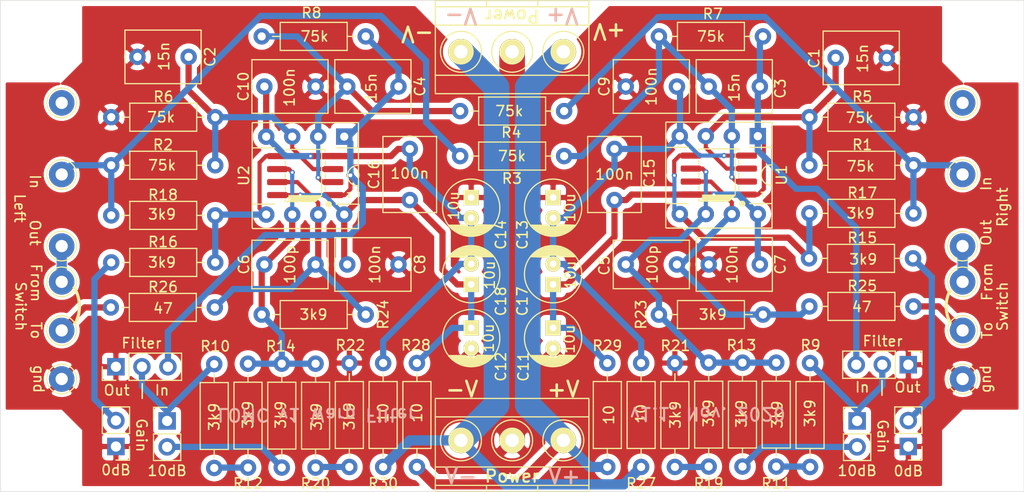
<source format=kicad_pcb>
(kicad_pcb (version 20171130) (host pcbnew "(5.1.2-1)-1")

  (general
    (thickness 1.6)
    (drawings 30)
    (tracks 273)
    (zones 0)
    (modules 74)
    (nets 38)
  )

  (page A4)
  (layers
    (0 F.Cu signal)
    (31 B.Cu signal)
    (32 B.Adhes user hide)
    (33 F.Adhes user hide)
    (36 B.SilkS user)
    (37 F.SilkS user)
    (38 B.Mask user)
    (39 F.Mask user)
    (40 Dwgs.User user hide)
    (41 Cmts.User user hide)
    (44 Edge.Cuts user)
    (45 Margin user hide)
    (46 B.CrtYd user hide)
    (47 F.CrtYd user)
    (48 B.Fab user hide)
    (49 F.Fab user hide)
  )

  (setup
    (last_trace_width 0.1524)
    (user_trace_width 0.1524)
    (user_trace_width 0.4)
    (user_trace_width 0.609)
    (user_trace_width 0.8)
    (user_trace_width 1.5)
    (user_trace_width 2.5)
    (trace_clearance 0.1524)
    (zone_clearance 0.508)
    (zone_45_only no)
    (trace_min 0.1524)
    (via_size 0.508)
    (via_drill 0.254)
    (via_min_size 0.508)
    (via_min_drill 0.254)
    (uvia_size 0.508)
    (uvia_drill 0.254)
    (uvias_allowed no)
    (uvia_min_size 0.2)
    (uvia_min_drill 0.1)
    (edge_width 0.15)
    (segment_width 0.1)
    (pcb_text_width 0.3)
    (pcb_text_size 1.5 1.5)
    (mod_edge_width 0.15)
    (mod_text_size 1 1)
    (mod_text_width 0.15)
    (pad_size 2.5 2.5)
    (pad_drill 1.3)
    (pad_to_mask_clearance 0.051)
    (solder_mask_min_width 0.25)
    (aux_axis_origin 0 0)
    (grid_origin 110.04 93.02)
    (visible_elements FFFFFF7F)
    (pcbplotparams
      (layerselection 0x010f0_ffffffff)
      (usegerberextensions false)
      (usegerberattributes false)
      (usegerberadvancedattributes false)
      (creategerberjobfile false)
      (excludeedgelayer false)
      (linewidth 0.100000)
      (plotframeref false)
      (viasonmask false)
      (mode 1)
      (useauxorigin false)
      (hpglpennumber 1)
      (hpglpenspeed 20)
      (hpglpendiameter 15.000000)
      (psnegative false)
      (psa4output false)
      (plotreference true)
      (plotvalue true)
      (plotinvisibletext false)
      (padsonsilk false)
      (subtractmaskfromsilk false)
      (outputformat 1)
      (mirror false)
      (drillshape 0)
      (scaleselection 1)
      (outputdirectory "gerbers/"))
  )

  (net 0 "")
  (net 1 GND)
  (net 2 "Net-(C13-Pad2)")
  (net 3 "Net-(J3-Pad1)")
  (net 4 "Net-(C3-Pad1)")
  (net 5 "Net-(C4-Pad2)")
  (net 6 "Net-(C12-Pad1)")
  (net 7 "Net-(C1-Pad2)")
  (net 8 "Net-(C3-Pad2)")
  (net 9 "Net-(C4-Pad1)")
  (net 10 "Net-(C5-Pad1)")
  (net 11 "Net-(J1-Pad1)")
  (net 12 "Net-(J2-Pad1)")
  (net 13 "Net-(J4-Pad1)")
  (net 14 "Net-(JP1-Pad2)")
  (net 15 "Net-(JP2-Pad2)")
  (net 16 "Net-(JP3-Pad2)")
  (net 17 "Net-(JP4-Pad2)")
  (net 18 "Net-(JP5-Pad2)")
  (net 19 "Net-(JP6-Pad2)")
  (net 20 "Net-(J6-Pad1)")
  (net 21 "Net-(J10-Pad1)")
  (net 22 "Net-(J11-Pad1)")
  (net 23 "Net-(J6-Pad3)")
  (net 24 "Net-(J9-Pad1)")
  (net 25 "Net-(J12-Pad1)")
  (net 26 "Net-(R11-Pad2)")
  (net 27 "Net-(R10-Pad1)")
  (net 28 "Net-(R15-Pad1)")
  (net 29 "Net-(R16-Pad1)")
  (net 30 "Net-(R19-Pad2)")
  (net 31 "Net-(R20-Pad2)")
  (net 32 "Net-(C2-Pad2)")
  (net 33 "Net-(C5-Pad2)")
  (net 34 "Net-(C6-Pad1)")
  (net 35 "Net-(C6-Pad2)")
  (net 36 "Net-(C11-Pad1)")
  (net 37 "Net-(C10-Pad1)")

  (net_class Default "This is the default net class."
    (clearance 0.1524)
    (trace_width 0.1524)
    (via_dia 0.508)
    (via_drill 0.254)
    (uvia_dia 0.508)
    (uvia_drill 0.254)
    (add_net "Net-(C10-Pad1)")
    (add_net "Net-(C11-Pad1)")
    (add_net "Net-(C2-Pad2)")
    (add_net "Net-(C5-Pad2)")
    (add_net "Net-(C6-Pad1)")
    (add_net "Net-(C6-Pad2)")
    (add_net "Net-(J12-Pad1)")
    (add_net "Net-(J6-Pad3)")
    (add_net "Net-(J9-Pad1)")
    (add_net "Net-(R10-Pad1)")
    (add_net "Net-(R11-Pad2)")
    (add_net "Net-(R15-Pad1)")
    (add_net "Net-(R16-Pad1)")
    (add_net "Net-(R19-Pad2)")
    (add_net "Net-(R20-Pad2)")
  )

  (net_class SMD ""
    (clearance 0.1524)
    (trace_width 0.254)
    (via_dia 0.508)
    (via_drill 0.254)
    (uvia_dia 0.508)
    (uvia_drill 0.254)
  )

  (net_class grounds ""
    (clearance 0.254)
    (trace_width 1)
    (via_dia 0.762)
    (via_drill 0.381)
    (uvia_dia 0.762)
    (uvia_drill 0.381)
  )

  (net_class power ""
    (clearance 0.254)
    (trace_width 1)
    (via_dia 0.762)
    (via_drill 0.254)
    (uvia_dia 0.508)
    (uvia_drill 0.254)
  )

  (net_class signal ""
    (clearance 0.2)
    (trace_width 0.6096)
    (via_dia 0.762)
    (via_drill 0.381)
    (uvia_dia 0.762)
    (uvia_drill 0.381)
    (add_net GND)
    (add_net "Net-(C1-Pad2)")
    (add_net "Net-(C12-Pad1)")
    (add_net "Net-(C13-Pad2)")
    (add_net "Net-(C3-Pad1)")
    (add_net "Net-(C3-Pad2)")
    (add_net "Net-(C4-Pad1)")
    (add_net "Net-(C4-Pad2)")
    (add_net "Net-(C5-Pad1)")
    (add_net "Net-(J1-Pad1)")
    (add_net "Net-(J10-Pad1)")
    (add_net "Net-(J11-Pad1)")
    (add_net "Net-(J2-Pad1)")
    (add_net "Net-(J3-Pad1)")
    (add_net "Net-(J4-Pad1)")
    (add_net "Net-(J6-Pad1)")
    (add_net "Net-(JP1-Pad2)")
    (add_net "Net-(JP2-Pad2)")
    (add_net "Net-(JP3-Pad2)")
    (add_net "Net-(JP4-Pad2)")
    (add_net "Net-(JP5-Pad2)")
    (add_net "Net-(JP6-Pad2)")
  )

  (net_class soic ""
    (clearance 0.1524)
    (trace_width 0.4)
    (via_dia 0.508)
    (via_drill 0.254)
    (uvia_dia 0.508)
    (uvia_drill 0.254)
  )

  (module SMC_generic:DIPSO_Socket_LOMC (layer F.Cu) (tedit 5F6BBF75) (tstamp 5F7C9EE0)
    (at 109.79 82.02 270)
    (descr "8-lead though-hole mounted DIP package, row spacing 7.62 mm (300 mils), Socket")
    (tags "THT DIP DIL PDIP 2.54mm 7.62mm 300mil Socket")
    (path /664F89EC)
    (fp_text reference U1 (at 3.81 -2.33 90) (layer F.SilkS)
      (effects (font (size 1 1) (thickness 0.15)))
    )
    (fp_text value OPA1656 (at 3.81 9.95 90) (layer F.Fab)
      (effects (font (size 1 1) (thickness 0.15)))
    )
    (fp_line (start 1.1 -1.3) (end 1.1 0.8) (layer F.SilkS) (width 0.12))
    (fp_line (start 6.6 -1.3) (end 6.6 0.8) (layer F.SilkS) (width 0.12))
    (fp_line (start 6.6 8.9) (end 6.6 6.8) (layer F.SilkS) (width 0.12))
    (fp_line (start 1.1 6.8) (end 1.1 8.9) (layer F.SilkS) (width 0.12))
    (fp_line (start 6.36 5.76) (end 6.11 5.76) (layer F.SilkS) (width 0.12))
    (fp_line (start 6.36 5.41) (end 6.36 5.76) (layer F.SilkS) (width 0.12))
    (fp_poly (pts (xy 5.76 2.21) (xy 6.36 2.81) (xy 6.36 5.41) (xy 5.76 5.41)) (layer F.SilkS) (width 0.1))
    (fp_text user 1 (at 5.71 -0.44 180 unlocked) (layer F.SilkS)
      (effects (font (size 0.5 0.5) (thickness 0.1)))
    )
    (fp_circle (center 6.61 1.51) (end 6.61 1.56) (layer F.SilkS) (width 0.12))
    (fp_line (start 1.26 2.21) (end 5.76 2.21) (layer F.SilkS) (width 0.1))
    (fp_circle (center 6.61 1.51) (end 6.61 1.71) (layer F.SilkS) (width 0.2))
    (fp_line (start 1.25 5.76) (end 1.46 5.76) (layer F.SilkS) (width 0.12))
    (fp_line (start 1.25 1.86) (end 1.46 1.86) (layer F.SilkS) (width 0.12))
    (fp_line (start 2.76 5.76) (end 2.36 5.76) (layer F.SilkS) (width 0.12))
    (fp_line (start 4.06 5.76) (end 3.61 5.76) (layer F.SilkS) (width 0.12))
    (fp_line (start 5.31 5.76) (end 4.86 5.76) (layer F.SilkS) (width 0.12))
    (fp_line (start 2.76 1.86) (end 2.36 1.86) (layer F.SilkS) (width 0.12))
    (fp_line (start 4.06 1.86) (end 3.61 1.86) (layer F.SilkS) (width 0.12))
    (fp_line (start 5.31 1.86) (end 4.86 1.86) (layer F.SilkS) (width 0.12))
    (fp_line (start 1.25 3.81) (end 1.25 1.86) (layer F.SilkS) (width 0.12))
    (fp_line (start 1.25 3.81) (end 1.25 5.76) (layer F.SilkS) (width 0.12))
    (fp_text user %R (at 3.81 3.81 90) (layer F.Fab)
      (effects (font (size 1 1) (thickness 0.15)))
    )
    (fp_line (start 9.15 -1.6) (end -1.55 -1.6) (layer F.CrtYd) (width 0.05))
    (fp_line (start 9.15 9.2) (end 9.15 -1.6) (layer F.CrtYd) (width 0.05))
    (fp_line (start -1.55 9.2) (end 9.15 9.2) (layer F.CrtYd) (width 0.05))
    (fp_line (start -1.55 -1.6) (end -1.55 9.2) (layer F.CrtYd) (width 0.05))
    (fp_line (start 8.95 -1.39) (end -1.33 -1.39) (layer F.SilkS) (width 0.12))
    (fp_line (start 8.99 8.95) (end 8.99 -1.39) (layer F.SilkS) (width 0.12))
    (fp_line (start -1.33 8.99) (end 8.95 8.99) (layer F.SilkS) (width 0.12))
    (fp_line (start -1.37 -1.39) (end -1.37 8.95) (layer F.SilkS) (width 0.12))
    (fp_line (start 8.89 -1.27) (end -1.27 -1.27) (layer F.Fab) (width 0.1))
    (fp_line (start 8.89 8.89) (end 8.89 -1.27) (layer F.Fab) (width 0.1))
    (fp_line (start -1.27 8.89) (end 8.89 8.89) (layer F.Fab) (width 0.1))
    (fp_line (start -1.27 -1.27) (end -1.27 8.89) (layer F.Fab) (width 0.1))
    (fp_arc (start 3.81 -1.33) (end 2.81 -1.33) (angle -180) (layer F.SilkS) (width 0.12))
    (pad 4 thru_hole circle (at 1.905 3.3 270) (size 0.508 0.508) (drill 0.254) (layers *.Cu)
      (net 2 "Net-(C13-Pad2)"))
    (pad 8 thru_hole circle (at 5.715 4.3 270) (size 0.508 0.508) (drill 0.254) (layers *.Cu)
      (net 36 "Net-(C11-Pad1)"))
    (pad 6 thru_hole circle (at 3.5 5.08 270) (size 0.508 0.508) (drill 0.254) (layers *.Cu)
      (net 10 "Net-(C5-Pad1)"))
    (pad 2 thru_hole circle (at 4 2.54 270) (size 0.508 0.508) (drill 0.254) (layers *.Cu)
      (net 4 "Net-(C3-Pad1)"))
    (pad 8 smd roundrect (at 5.715 6.535 180) (size 2 0.6) (layers F.Cu F.Paste F.Mask) (roundrect_rratio 0.25)
      (net 36 "Net-(C11-Pad1)"))
    (pad 7 smd roundrect (at 4.445 6.535 180) (size 2 0.6) (layers F.Cu F.Paste F.Mask) (roundrect_rratio 0.25)
      (net 33 "Net-(C5-Pad2)"))
    (pad 6 smd roundrect (at 3.175 6.535 180) (size 2 0.6) (layers F.Cu F.Paste F.Mask) (roundrect_rratio 0.25)
      (net 10 "Net-(C5-Pad1)"))
    (pad 5 smd roundrect (at 1.905 6.535 180) (size 2 0.6) (layers F.Cu F.Paste F.Mask) (roundrect_rratio 0.25)
      (net 28 "Net-(R15-Pad1)"))
    (pad 4 smd roundrect (at 1.905 1.085 180) (size 2 0.6) (layers F.Cu F.Paste F.Mask) (roundrect_rratio 0.25)
      (net 2 "Net-(C13-Pad2)"))
    (pad 3 smd roundrect (at 3.175 1.085 180) (size 2 0.6) (layers F.Cu F.Paste F.Mask) (roundrect_rratio 0.25)
      (net 7 "Net-(C1-Pad2)"))
    (pad 2 smd roundrect (at 4.445 1.085 180) (size 2 0.6) (layers F.Cu F.Paste F.Mask) (roundrect_rratio 0.25)
      (net 4 "Net-(C3-Pad1)"))
    (pad 1 smd roundrect (at 5.715 1.085 180) (size 2 0.6) (layers F.Cu F.Paste F.Mask) (roundrect_rratio 0.25)
      (net 8 "Net-(C3-Pad2)"))
    (pad 8 thru_hole oval (at 7.62 0 270) (size 1.6 1.6) (drill 0.8) (layers *.Cu *.Mask)
      (net 36 "Net-(C11-Pad1)"))
    (pad 4 thru_hole oval (at 0 7.62 270) (size 1.6 1.6) (drill 0.8) (layers *.Cu *.Mask)
      (net 2 "Net-(C13-Pad2)"))
    (pad 7 thru_hole oval (at 7.62 2.54 270) (size 1.6 1.6) (drill 0.8) (layers *.Cu *.Mask)
      (net 33 "Net-(C5-Pad2)"))
    (pad 3 thru_hole oval (at 0 5.08 270) (size 1.6 1.6) (drill 0.8) (layers *.Cu *.Mask)
      (net 7 "Net-(C1-Pad2)"))
    (pad 6 thru_hole oval (at 7.62 5.08 270) (size 1.6 1.6) (drill 0.8) (layers *.Cu *.Mask)
      (net 10 "Net-(C5-Pad1)"))
    (pad 2 thru_hole oval (at 0 2.54 270) (size 1.6 1.6) (drill 0.8) (layers *.Cu *.Mask)
      (net 4 "Net-(C3-Pad1)"))
    (pad 5 thru_hole oval (at 7.62 7.62 270) (size 1.6 1.6) (drill 0.8) (layers *.Cu *.Mask)
      (net 28 "Net-(R15-Pad1)"))
    (pad 1 thru_hole rect (at 0 0 270) (size 1.6 1.6) (drill 0.8) (layers *.Cu *.Mask)
      (net 8 "Net-(C3-Pad2)"))
    (model ${KISYS3DMOD}/Package_DIP.3dshapes/DIP-8_W7.62mm_Socket.wrl
      (at (xyz 0 0 0))
      (scale (xyz 1 1 1))
      (rotate (xyz 0 0 0))
    )
  )

  (module SMC_generic:DIPSO_Socket_LOMC (layer F.Cu) (tedit 5F6BBF75) (tstamp 5F7C9F03)
    (at 69.39 82.07 270)
    (descr "8-lead though-hole mounted DIP package, row spacing 7.62 mm (300 mils), Socket")
    (tags "THT DIP DIL PDIP 2.54mm 7.62mm 300mil Socket")
    (path /5FA866B8)
    (fp_text reference U2 (at 3.81 9.8 90) (layer F.SilkS)
      (effects (font (size 1 1) (thickness 0.15)))
    )
    (fp_text value OPA1656 (at 3.81 9.95 90) (layer F.Fab)
      (effects (font (size 1 1) (thickness 0.15)))
    )
    (fp_line (start 1.1 -1.3) (end 1.1 0.8) (layer F.SilkS) (width 0.12))
    (fp_line (start 6.6 -1.3) (end 6.6 0.8) (layer F.SilkS) (width 0.12))
    (fp_line (start 6.6 8.9) (end 6.6 6.8) (layer F.SilkS) (width 0.12))
    (fp_line (start 1.1 6.8) (end 1.1 8.9) (layer F.SilkS) (width 0.12))
    (fp_line (start 6.36 5.76) (end 6.11 5.76) (layer F.SilkS) (width 0.12))
    (fp_line (start 6.36 5.41) (end 6.36 5.76) (layer F.SilkS) (width 0.12))
    (fp_poly (pts (xy 5.76 2.21) (xy 6.36 2.81) (xy 6.36 5.41) (xy 5.76 5.41)) (layer F.SilkS) (width 0.1))
    (fp_text user 1 (at 5.71 -0.44 180 unlocked) (layer F.SilkS)
      (effects (font (size 0.5 0.5) (thickness 0.1)))
    )
    (fp_circle (center 6.61 1.51) (end 6.61 1.56) (layer F.SilkS) (width 0.12))
    (fp_line (start 1.26 2.21) (end 5.76 2.21) (layer F.SilkS) (width 0.1))
    (fp_circle (center 6.61 1.51) (end 6.61 1.71) (layer F.SilkS) (width 0.2))
    (fp_line (start 1.25 5.76) (end 1.46 5.76) (layer F.SilkS) (width 0.12))
    (fp_line (start 1.25 1.86) (end 1.46 1.86) (layer F.SilkS) (width 0.12))
    (fp_line (start 2.76 5.76) (end 2.36 5.76) (layer F.SilkS) (width 0.12))
    (fp_line (start 4.06 5.76) (end 3.61 5.76) (layer F.SilkS) (width 0.12))
    (fp_line (start 5.31 5.76) (end 4.86 5.76) (layer F.SilkS) (width 0.12))
    (fp_line (start 2.76 1.86) (end 2.36 1.86) (layer F.SilkS) (width 0.12))
    (fp_line (start 4.06 1.86) (end 3.61 1.86) (layer F.SilkS) (width 0.12))
    (fp_line (start 5.31 1.86) (end 4.86 1.86) (layer F.SilkS) (width 0.12))
    (fp_line (start 1.25 3.81) (end 1.25 1.86) (layer F.SilkS) (width 0.12))
    (fp_line (start 1.25 3.81) (end 1.25 5.76) (layer F.SilkS) (width 0.12))
    (fp_text user %R (at 3.81 3.81 90) (layer F.Fab)
      (effects (font (size 1 1) (thickness 0.15)))
    )
    (fp_line (start 9.15 -1.6) (end -1.55 -1.6) (layer F.CrtYd) (width 0.05))
    (fp_line (start 9.15 9.2) (end 9.15 -1.6) (layer F.CrtYd) (width 0.05))
    (fp_line (start -1.55 9.2) (end 9.15 9.2) (layer F.CrtYd) (width 0.05))
    (fp_line (start -1.55 -1.6) (end -1.55 9.2) (layer F.CrtYd) (width 0.05))
    (fp_line (start 8.95 -1.39) (end -1.33 -1.39) (layer F.SilkS) (width 0.12))
    (fp_line (start 8.99 8.95) (end 8.99 -1.39) (layer F.SilkS) (width 0.12))
    (fp_line (start -1.33 8.99) (end 8.95 8.99) (layer F.SilkS) (width 0.12))
    (fp_line (start -1.37 -1.39) (end -1.37 8.95) (layer F.SilkS) (width 0.12))
    (fp_line (start 8.89 -1.27) (end -1.27 -1.27) (layer F.Fab) (width 0.1))
    (fp_line (start 8.89 8.89) (end 8.89 -1.27) (layer F.Fab) (width 0.1))
    (fp_line (start -1.27 8.89) (end 8.89 8.89) (layer F.Fab) (width 0.1))
    (fp_line (start -1.27 -1.27) (end -1.27 8.89) (layer F.Fab) (width 0.1))
    (fp_arc (start 3.81 -1.33) (end 2.81 -1.33) (angle -180) (layer F.SilkS) (width 0.12))
    (pad 4 thru_hole circle (at 1.905 3.3 270) (size 0.508 0.508) (drill 0.254) (layers *.Cu)
      (net 37 "Net-(C10-Pad1)"))
    (pad 8 thru_hole circle (at 5.715 4.3 270) (size 0.508 0.508) (drill 0.254) (layers *.Cu)
      (net 6 "Net-(C12-Pad1)"))
    (pad 6 thru_hole circle (at 3.5 5.08 270) (size 0.508 0.508) (drill 0.254) (layers *.Cu)
      (net 34 "Net-(C6-Pad1)"))
    (pad 2 thru_hole circle (at 4 2.54 270) (size 0.508 0.508) (drill 0.254) (layers *.Cu)
      (net 9 "Net-(C4-Pad1)"))
    (pad 8 smd roundrect (at 5.715 6.535 180) (size 2 0.6) (layers F.Cu F.Paste F.Mask) (roundrect_rratio 0.25)
      (net 6 "Net-(C12-Pad1)"))
    (pad 7 smd roundrect (at 4.445 6.535 180) (size 2 0.6) (layers F.Cu F.Paste F.Mask) (roundrect_rratio 0.25)
      (net 35 "Net-(C6-Pad2)"))
    (pad 6 smd roundrect (at 3.175 6.535 180) (size 2 0.6) (layers F.Cu F.Paste F.Mask) (roundrect_rratio 0.25)
      (net 34 "Net-(C6-Pad1)"))
    (pad 5 smd roundrect (at 1.905 6.535 180) (size 2 0.6) (layers F.Cu F.Paste F.Mask) (roundrect_rratio 0.25)
      (net 29 "Net-(R16-Pad1)"))
    (pad 4 smd roundrect (at 1.905 1.085 180) (size 2 0.6) (layers F.Cu F.Paste F.Mask) (roundrect_rratio 0.25)
      (net 37 "Net-(C10-Pad1)"))
    (pad 3 smd roundrect (at 3.175 1.085 180) (size 2 0.6) (layers F.Cu F.Paste F.Mask) (roundrect_rratio 0.25)
      (net 32 "Net-(C2-Pad2)"))
    (pad 2 smd roundrect (at 4.445 1.085 180) (size 2 0.6) (layers F.Cu F.Paste F.Mask) (roundrect_rratio 0.25)
      (net 9 "Net-(C4-Pad1)"))
    (pad 1 smd roundrect (at 5.715 1.085 180) (size 2 0.6) (layers F.Cu F.Paste F.Mask) (roundrect_rratio 0.25)
      (net 5 "Net-(C4-Pad2)"))
    (pad 8 thru_hole oval (at 7.62 0 270) (size 1.6 1.6) (drill 0.8) (layers *.Cu *.Mask)
      (net 6 "Net-(C12-Pad1)"))
    (pad 4 thru_hole oval (at 0 7.62 270) (size 1.6 1.6) (drill 0.8) (layers *.Cu *.Mask)
      (net 37 "Net-(C10-Pad1)"))
    (pad 7 thru_hole oval (at 7.62 2.54 270) (size 1.6 1.6) (drill 0.8) (layers *.Cu *.Mask)
      (net 35 "Net-(C6-Pad2)"))
    (pad 3 thru_hole oval (at 0 5.08 270) (size 1.6 1.6) (drill 0.8) (layers *.Cu *.Mask)
      (net 32 "Net-(C2-Pad2)"))
    (pad 6 thru_hole oval (at 7.62 5.08 270) (size 1.6 1.6) (drill 0.8) (layers *.Cu *.Mask)
      (net 34 "Net-(C6-Pad1)"))
    (pad 2 thru_hole oval (at 0 2.54 270) (size 1.6 1.6) (drill 0.8) (layers *.Cu *.Mask)
      (net 9 "Net-(C4-Pad1)"))
    (pad 5 thru_hole oval (at 7.62 7.62 270) (size 1.6 1.6) (drill 0.8) (layers *.Cu *.Mask)
      (net 29 "Net-(R16-Pad1)"))
    (pad 1 thru_hole rect (at 0 0 270) (size 1.6 1.6) (drill 0.8) (layers *.Cu *.Mask)
      (net 5 "Net-(C4-Pad2)"))
    (model ${KISYS3DMOD}/Package_DIP.3dshapes/DIP-8_W7.62mm_Socket.wrl
      (at (xyz 0 0 0))
      (scale (xyz 1 1 1))
      (rotate (xyz 0 0 0))
    )
  )

  (module SMC_generic:IO_Pad_D2.5mm_Drill1.2mm (layer F.Cu) (tedit 5D56008B) (tstamp 5F6A83E7)
    (at 129.79 105.77 90)
    (descr "THT pad as test Point, diameter 2.5mm, hole diameter 1.2mm ")
    (tags "test point THT pad")
    (path /5F6B18B5)
    (attr virtual)
    (fp_text reference J13 (at 0 -2.148 90) (layer F.Fab)
      (effects (font (size 1 1) (thickness 0.15)))
    )
    (fp_text value gnd (at 0 2.25 90) (layer F.SilkS)
      (effects (font (size 1 1) (thickness 0.15)))
    )
    (fp_text user %R (at 0 -2.15 90) (layer F.Fab)
      (effects (font (size 1 1) (thickness 0.15)))
    )
    (fp_circle (center 0 0) (end 1.75 0) (layer F.CrtYd) (width 0.05))
    (fp_circle (center 0 0) (end 0 1.45) (layer F.SilkS) (width 0.12))
    (pad 1 thru_hole circle (at 0 0 90) (size 2.5 2.5) (drill 1.2) (layers *.Cu *.Mask)
      (net 1 GND))
  )

  (module Connector_PinHeader_2.54mm:PinHeader_1x02_P2.54mm_Vertical (layer F.Cu) (tedit 59FED5CC) (tstamp 5F67A1D5)
    (at 47.09 112.37 180)
    (descr "Through hole straight pin header, 1x02, 2.54mm pitch, single row")
    (tags "Through hole pin header THT 1x02 2.54mm single row")
    (path /5F78E551)
    (fp_text reference JP6 (at -0.2 -2.4 180) (layer F.Fab)
      (effects (font (size 1 1) (thickness 0.15)))
    )
    (fp_text value 0dB (at 0 -2.3) (layer F.SilkS)
      (effects (font (size 1 1) (thickness 0.15)))
    )
    (fp_line (start -0.635 -1.27) (end 1.27 -1.27) (layer F.Fab) (width 0.1))
    (fp_line (start 1.27 -1.27) (end 1.27 3.81) (layer F.Fab) (width 0.1))
    (fp_line (start 1.27 3.81) (end -1.27 3.81) (layer F.Fab) (width 0.1))
    (fp_line (start -1.27 3.81) (end -1.27 -0.635) (layer F.Fab) (width 0.1))
    (fp_line (start -1.27 -0.635) (end -0.635 -1.27) (layer F.Fab) (width 0.1))
    (fp_line (start -1.33 3.87) (end 1.33 3.87) (layer F.SilkS) (width 0.12))
    (fp_line (start -1.33 1.27) (end -1.33 3.87) (layer F.SilkS) (width 0.12))
    (fp_line (start 1.33 1.27) (end 1.33 3.87) (layer F.SilkS) (width 0.12))
    (fp_line (start -1.33 1.27) (end 1.33 1.27) (layer F.SilkS) (width 0.12))
    (fp_line (start -1.33 0) (end -1.33 -1.33) (layer F.SilkS) (width 0.12))
    (fp_line (start -1.33 -1.33) (end 0 -1.33) (layer F.SilkS) (width 0.12))
    (fp_line (start -1.8 -1.8) (end -1.8 4.35) (layer F.CrtYd) (width 0.05))
    (fp_line (start -1.8 4.35) (end 1.8 4.35) (layer F.CrtYd) (width 0.05))
    (fp_line (start 1.8 4.35) (end 1.8 -1.8) (layer F.CrtYd) (width 0.05))
    (fp_line (start 1.8 -1.8) (end -1.8 -1.8) (layer F.CrtYd) (width 0.05))
    (fp_text user %R (at 0 1.27 90) (layer F.Fab)
      (effects (font (size 1 1) (thickness 0.15)))
    )
    (pad 1 thru_hole rect (at 0 0 180) (size 1.7 1.7) (drill 1) (layers *.Cu *.Mask)
      (net 1 GND))
    (pad 2 thru_hole oval (at 0 2.54 180) (size 1.7 1.7) (drill 1) (layers *.Cu *.Mask)
      (net 19 "Net-(JP6-Pad2)"))
    (model ${KISYS3DMOD}/Connector_PinHeader_2.54mm.3dshapes/PinHeader_1x02_P2.54mm_Vertical.wrl
      (at (xyz 0 0 0))
      (scale (xyz 1 1 1))
      (rotate (xyz 0 0 0))
    )
  )

  (module SMC_generic:C_Rect_L7.2mm_W4.5mm_P5.00mm_Wima (layer F.Cu) (tedit 5D533F69) (tstamp 5F5F6B5F)
    (at 61.59 94.57)
    (descr "C, Rect series, Radial, pin pitch=5.00mm, , length*width=7.2*4.5mm^2, Capacitor, http://www.wima.com/EN/WIMA_FKS_2.pdf")
    (tags "C Rect series Radial pin pitch 5.00mm  length 7.2mm width 4.5mm Capacitor")
    (path /5FA8671F)
    (fp_text reference C6 (at -2 0 270) (layer F.SilkS)
      (effects (font (size 1 1) (thickness 0.15)))
    )
    (fp_text value 100p (at 2.5 0 90) (layer F.SilkS)
      (effects (font (size 1 1) (thickness 0.15)))
    )
    (fp_line (start -1.1 -2.25) (end -1.1 2.25) (layer F.Fab) (width 0.1))
    (fp_line (start -1.1 2.25) (end 6.1 2.25) (layer F.Fab) (width 0.1))
    (fp_line (start 6.1 2.25) (end 6.1 -2.25) (layer F.Fab) (width 0.1))
    (fp_line (start 6.1 -2.25) (end -1.1 -2.25) (layer F.Fab) (width 0.1))
    (fp_line (start -1.22 -2.37) (end 6.22 -2.37) (layer F.SilkS) (width 0.12))
    (fp_line (start -1.22 2.37) (end 6.22 2.37) (layer F.SilkS) (width 0.12))
    (fp_line (start -1.22 -2.37) (end -1.22 2.37) (layer F.SilkS) (width 0.12))
    (fp_line (start 6.22 -2.37) (end 6.22 2.37) (layer F.SilkS) (width 0.12))
    (fp_line (start -1.35 -2.5) (end -1.35 2.5) (layer F.CrtYd) (width 0.05))
    (fp_line (start -1.35 2.5) (end 6.35 2.5) (layer F.CrtYd) (width 0.05))
    (fp_line (start 6.35 2.5) (end 6.35 -2.5) (layer F.CrtYd) (width 0.05))
    (fp_line (start 6.35 -2.5) (end -1.35 -2.5) (layer F.CrtYd) (width 0.05))
    (pad 1 thru_hole circle (at 0 0) (size 1.6 1.6) (drill 0.8) (layers *.Cu *.Mask)
      (net 34 "Net-(C6-Pad1)"))
    (pad 2 thru_hole circle (at 5 0) (size 1.6 1.6) (drill 0.8) (layers *.Cu *.Mask)
      (net 35 "Net-(C6-Pad2)"))
    (model ${KISYS3DMOD}/Capacitor_THT.3dshapes/C_Rect_L7.2mm_W4.5mm_P5.00mm_FKS2_FKP2_MKS2_MKP2.wrl
      (at (xyz 0 0 0))
      (scale (xyz 1 1 0.7))
      (rotate (xyz 0 0 0))
    )
  )

  (module SMC_generic:R_Axial__L6.3mm_D2.5mm_P10.16mm_custom (layer F.Cu) (tedit 5D5348AB) (tstamp 5F5E4C8F)
    (at 124.99 80.17 180)
    (descr "Resistor, Axial_DIN0207 series, Axial, Horizontal, pin pitch=10.16mm, 0.25W = 1/4W, length*diameter=6.3*2.5mm^2, http://cdn-reichelt.de/documents/datenblatt/B400/1_4W%23YAG.pdf")
    (tags "Resistor Axial_DIN0207 series Axial Horizontal pin pitch 10.16mm 0.25W = 1/4W length 6.3mm diameter 2.5mm")
    (path /6659AEAF)
    (fp_text reference R5 (at 5 2 180) (layer F.SilkS)
      (effects (font (size 1 1) (thickness 0.15)))
    )
    (fp_text value 75k (at 5.25 -0.05) (layer F.SilkS)
      (effects (font (size 1 1) (thickness 0.15)))
    )
    (fp_line (start 11.21 -1.5) (end -1.05 -1.5) (layer F.CrtYd) (width 0.05))
    (fp_line (start 11.21 1.5) (end 11.21 -1.5) (layer F.CrtYd) (width 0.05))
    (fp_line (start -1.05 1.5) (end 11.21 1.5) (layer F.CrtYd) (width 0.05))
    (fp_line (start -1.05 -1.5) (end -1.05 1.5) (layer F.CrtYd) (width 0.05))
    (fp_line (start 9.12 0) (end 8.35 0) (layer F.SilkS) (width 0.12))
    (fp_line (start 1.04 0) (end 1.81 0) (layer F.SilkS) (width 0.12))
    (fp_line (start 8.35 -1.37) (end 1.81 -1.37) (layer F.SilkS) (width 0.12))
    (fp_line (start 8.35 1.37) (end 8.35 -1.37) (layer F.SilkS) (width 0.12))
    (fp_line (start 1.81 1.37) (end 8.35 1.37) (layer F.SilkS) (width 0.12))
    (fp_line (start 1.81 -1.37) (end 1.81 1.37) (layer F.SilkS) (width 0.12))
    (fp_line (start 10.16 0) (end 8.23 0) (layer F.Fab) (width 0.1))
    (fp_line (start 0 0) (end 1.93 0) (layer F.Fab) (width 0.1))
    (fp_line (start 8.23 -1.25) (end 1.93 -1.25) (layer F.Fab) (width 0.1))
    (fp_line (start 8.23 1.25) (end 8.23 -1.25) (layer F.Fab) (width 0.1))
    (fp_line (start 1.93 1.25) (end 8.23 1.25) (layer F.Fab) (width 0.1))
    (fp_line (start 1.93 -1.25) (end 1.93 1.25) (layer F.Fab) (width 0.1))
    (pad 2 thru_hole oval (at 10.16 0 180) (size 1.6 1.6) (drill 0.8) (layers *.Cu *.Mask)
      (net 7 "Net-(C1-Pad2)"))
    (pad 1 thru_hole circle (at 0 0 180) (size 1.6 1.6) (drill 0.8) (layers *.Cu *.Mask)
      (net 1 GND))
    (model ${KISYS3DMOD}/Resistor_THT.3dshapes/R_Axial_DIN0207_L6.3mm_D2.5mm_P10.16mm_Horizontal.wrl
      (at (xyz 0 0 0))
      (scale (xyz 1 1 1))
      (rotate (xyz 0 0 0))
    )
  )

  (module SMC_generic:R_Axial__L6.3mm_D2.5mm_P10.16mm_custom (layer F.Cu) (tedit 5D5348AB) (tstamp 5F5E4D13)
    (at 59.99 104.27 270)
    (descr "Resistor, Axial_DIN0207 series, Axial, Horizontal, pin pitch=10.16mm, 0.25W = 1/4W, length*diameter=6.3*2.5mm^2, http://cdn-reichelt.de/documents/datenblatt/B400/1_4W%23YAG.pdf")
    (tags "Resistor Axial_DIN0207 series Axial Horizontal pin pitch 10.16mm 0.25W = 1/4W length 6.3mm diameter 2.5mm")
    (path /5FA866EE)
    (fp_text reference R12 (at 11.7 0) (layer F.SilkS)
      (effects (font (size 1 1) (thickness 0.15)))
    )
    (fp_text value 3k9 (at 5 0 90) (layer F.SilkS)
      (effects (font (size 1 1) (thickness 0.15)))
    )
    (fp_line (start 1.93 -1.25) (end 1.93 1.25) (layer F.Fab) (width 0.1))
    (fp_line (start 1.93 1.25) (end 8.23 1.25) (layer F.Fab) (width 0.1))
    (fp_line (start 8.23 1.25) (end 8.23 -1.25) (layer F.Fab) (width 0.1))
    (fp_line (start 8.23 -1.25) (end 1.93 -1.25) (layer F.Fab) (width 0.1))
    (fp_line (start 0 0) (end 1.93 0) (layer F.Fab) (width 0.1))
    (fp_line (start 10.16 0) (end 8.23 0) (layer F.Fab) (width 0.1))
    (fp_line (start 1.81 -1.37) (end 1.81 1.37) (layer F.SilkS) (width 0.12))
    (fp_line (start 1.81 1.37) (end 8.35 1.37) (layer F.SilkS) (width 0.12))
    (fp_line (start 8.35 1.37) (end 8.35 -1.37) (layer F.SilkS) (width 0.12))
    (fp_line (start 8.35 -1.37) (end 1.81 -1.37) (layer F.SilkS) (width 0.12))
    (fp_line (start 1.04 0) (end 1.81 0) (layer F.SilkS) (width 0.12))
    (fp_line (start 9.12 0) (end 8.35 0) (layer F.SilkS) (width 0.12))
    (fp_line (start -1.05 -1.5) (end -1.05 1.5) (layer F.CrtYd) (width 0.05))
    (fp_line (start -1.05 1.5) (end 11.21 1.5) (layer F.CrtYd) (width 0.05))
    (fp_line (start 11.21 1.5) (end 11.21 -1.5) (layer F.CrtYd) (width 0.05))
    (fp_line (start 11.21 -1.5) (end -1.05 -1.5) (layer F.CrtYd) (width 0.05))
    (pad 1 thru_hole circle (at 0 0 270) (size 1.6 1.6) (drill 0.8) (layers *.Cu *.Mask)
      (net 34 "Net-(C6-Pad1)"))
    (pad 2 thru_hole oval (at 10.16 0 270) (size 1.6 1.6) (drill 0.8) (layers *.Cu *.Mask)
      (net 27 "Net-(R10-Pad1)"))
    (model ${KISYS3DMOD}/Resistor_THT.3dshapes/R_Axial_DIN0207_L6.3mm_D2.5mm_P10.16mm_Horizontal.wrl
      (at (xyz 0 0 0))
      (scale (xyz 1 1 1))
      (rotate (xyz 0 0 0))
    )
  )

  (module SMC_generic:R_Axial__L6.3mm_D2.5mm_P10.16mm_custom (layer F.Cu) (tedit 5D5348AB) (tstamp 5F5E4C37)
    (at 111.59 104.17 270)
    (descr "Resistor, Axial_DIN0207 series, Axial, Horizontal, pin pitch=10.16mm, 0.25W = 1/4W, length*diameter=6.3*2.5mm^2, http://cdn-reichelt.de/documents/datenblatt/B400/1_4W%23YAG.pdf")
    (tags "Resistor Axial_DIN0207 series Axial Horizontal pin pitch 10.16mm 0.25W = 1/4W length 6.3mm diameter 2.5mm")
    (path /666BF771)
    (fp_text reference R11 (at 11.8 0) (layer F.SilkS)
      (effects (font (size 1 1) (thickness 0.15)))
    )
    (fp_text value 3k9 (at 5.08 -0.1 90) (layer F.SilkS)
      (effects (font (size 1 1) (thickness 0.15)))
    )
    (fp_line (start 1.93 -1.25) (end 1.93 1.25) (layer F.Fab) (width 0.1))
    (fp_line (start 1.93 1.25) (end 8.23 1.25) (layer F.Fab) (width 0.1))
    (fp_line (start 8.23 1.25) (end 8.23 -1.25) (layer F.Fab) (width 0.1))
    (fp_line (start 8.23 -1.25) (end 1.93 -1.25) (layer F.Fab) (width 0.1))
    (fp_line (start 0 0) (end 1.93 0) (layer F.Fab) (width 0.1))
    (fp_line (start 10.16 0) (end 8.23 0) (layer F.Fab) (width 0.1))
    (fp_line (start 1.81 -1.37) (end 1.81 1.37) (layer F.SilkS) (width 0.12))
    (fp_line (start 1.81 1.37) (end 8.35 1.37) (layer F.SilkS) (width 0.12))
    (fp_line (start 8.35 1.37) (end 8.35 -1.37) (layer F.SilkS) (width 0.12))
    (fp_line (start 8.35 -1.37) (end 1.81 -1.37) (layer F.SilkS) (width 0.12))
    (fp_line (start 1.04 0) (end 1.81 0) (layer F.SilkS) (width 0.12))
    (fp_line (start 9.12 0) (end 8.35 0) (layer F.SilkS) (width 0.12))
    (fp_line (start -1.05 -1.5) (end -1.05 1.5) (layer F.CrtYd) (width 0.05))
    (fp_line (start -1.05 1.5) (end 11.21 1.5) (layer F.CrtYd) (width 0.05))
    (fp_line (start 11.21 1.5) (end 11.21 -1.5) (layer F.CrtYd) (width 0.05))
    (fp_line (start 11.21 -1.5) (end -1.05 -1.5) (layer F.CrtYd) (width 0.05))
    (pad 1 thru_hole circle (at 0 0 270) (size 1.6 1.6) (drill 0.8) (layers *.Cu *.Mask)
      (net 10 "Net-(C5-Pad1)"))
    (pad 2 thru_hole oval (at 10.16 0 270) (size 1.6 1.6) (drill 0.8) (layers *.Cu *.Mask)
      (net 26 "Net-(R11-Pad2)"))
    (model ${KISYS3DMOD}/Resistor_THT.3dshapes/R_Axial_DIN0207_L6.3mm_D2.5mm_P10.16mm_Horizontal.wrl
      (at (xyz 0 0 0))
      (scale (xyz 1 1 1))
      (rotate (xyz 0 0 0))
    )
  )

  (module SMC_generic:C_Rect_L7.2mm_W5.0mm_P5.00mm_Wima (layer F.Cu) (tedit 5D53486E) (tstamp 5F678762)
    (at 104.99 94.57)
    (descr "C, Rect series, Radial, pin pitch=5.00mm, , length*width=7.2*5.5mm^2, Capacitor, http://www.wima.com/EN/WIMA_FKS_2.pdf")
    (tags "C Rect series Radial pin pitch 5.00mm  length 7.2mm width 5.5mm Capacitor")
    (path /67F9C8F9)
    (fp_text reference C7 (at 7 0 270) (layer F.SilkS)
      (effects (font (size 1 1) (thickness 0.15)))
    )
    (fp_text value 100n (at 2.3 0 270) (layer F.SilkS)
      (effects (font (size 1 1) (thickness 0.15)))
    )
    (fp_line (start 6.35 -2.75) (end -1.35 -2.75) (layer F.CrtYd) (width 0.05))
    (fp_line (start 6.35 2.75) (end 6.35 -2.75) (layer F.CrtYd) (width 0.05))
    (fp_line (start -1.35 2.75) (end 6.35 2.75) (layer F.CrtYd) (width 0.05))
    (fp_line (start -1.35 -2.75) (end -1.35 2.75) (layer F.CrtYd) (width 0.05))
    (fp_line (start 6.22 -2.62) (end 6.22 2.62) (layer F.SilkS) (width 0.12))
    (fp_line (start -1.22 -2.62) (end -1.22 2.62) (layer F.SilkS) (width 0.12))
    (fp_line (start -1.22 2.62) (end 6.22 2.62) (layer F.SilkS) (width 0.12))
    (fp_line (start -1.22 -2.62) (end 6.22 -2.62) (layer F.SilkS) (width 0.12))
    (fp_line (start 6.1 -2.5) (end -1.1 -2.5) (layer F.Fab) (width 0.1))
    (fp_line (start 6.1 2.5) (end 6.1 -2.5) (layer F.Fab) (width 0.1))
    (fp_line (start -1.1 2.5) (end 6.1 2.5) (layer F.Fab) (width 0.1))
    (fp_line (start -1.1 -2.5) (end -1.1 2.5) (layer F.Fab) (width 0.1))
    (pad 2 thru_hole circle (at 5 0) (size 1.6 1.6) (drill 0.8) (layers *.Cu *.Mask)
      (net 36 "Net-(C11-Pad1)"))
    (pad 1 thru_hole circle (at 0 0) (size 1.6 1.6) (drill 0.8) (layers *.Cu *.Mask)
      (net 1 GND))
    (model ${KIPRJMOD}/Lib/3D/C_Rect_L7.2mm_W5.0mm_P5.00mm_Wima.wrl
      (at (xyz 0 0 0))
      (scale (xyz 1 1.1 1.1))
      (rotate (xyz 0 0 0))
    )
  )

  (module SMC_generic:CP_5x11mm_Silmic (layer F.Cu) (tedit 5D587B39) (tstamp 5F654CBC)
    (at 89.79 101.77 180)
    (descr "Capacitor, pol, cyl 5x11mm")
    (path /67F9C8EF)
    (fp_text reference C11 (at 2.9 -2.8 270) (layer F.SilkS)
      (effects (font (size 1 1) (thickness 0.15)))
    )
    (fp_text value 10u (at -1.6 -0.1 270) (layer F.SilkS)
      (effects (font (size 1 1) (thickness 0.15)))
    )
    (fp_line (start 0.65 -1.8) (end 0.45 -1.8) (layer F.SilkS) (width 0.2))
    (fp_line (start -0.8 -1.8) (end -0.45 -1.8) (layer F.SilkS) (width 0.2))
    (fp_line (start 2.15 -1.75) (end 0.55 -1.75) (layer F.SilkS) (width 0.2))
    (fp_line (start -2.15 -1.75) (end -0.6 -1.7) (layer F.SilkS) (width 0.2))
    (fp_line (start 1.65 -2.2) (end -0.15 -2.2) (layer F.SilkS) (width 0.2))
    (fp_line (start -2 -1.9) (end 2 -1.9) (layer F.SilkS) (width 0.2))
    (fp_line (start -1.85 -2.05) (end 1.85 -2.05) (layer F.SilkS) (width 0.2))
    (fp_line (start -1.45 -2.35) (end 1.4 -2.35) (layer F.SilkS) (width 0.2))
    (fp_line (start -0.8 -2.65) (end 0.8 -2.65) (layer F.SilkS) (width 0.2))
    (fp_line (start -1.2 -2.5) (end 1.2 -2.5) (layer F.SilkS) (width 0.15))
    (fp_line (start -1.7 -2.2) (end -0.2 -2.2) (layer F.SilkS) (width 0.15))
    (fp_circle (center 0 0) (end 2.8 0) (layer F.SilkS) (width 0.12))
    (pad 1 thru_hole rect (at 0 1 180) (size 1.5 1.5) (drill 0.65) (layers *.Cu *.Mask F.SilkS)
      (net 36 "Net-(C11-Pad1)"))
    (pad 2 thru_hole circle (at 0 -1 180) (size 1.5 1.5) (drill 0.65) (layers *.Cu *.Mask F.SilkS)
      (net 1 GND))
    (model ${KIPRJMOD}/Lib/3D/cp_5x11mm_Silmic.wrl
      (at (xyz 0 0 0))
      (scale (xyz 1 1 1))
      (rotate (xyz 0 0 0))
    )
  )

  (module SMC_generic:C_Rect_L7.2mm_W5.0mm_P5.00mm_Wima (layer F.Cu) (tedit 5D53486E) (tstamp 5F678C5E)
    (at 104.99 77.17)
    (descr "C, Rect series, Radial, pin pitch=5.00mm, , length*width=7.2*5.5mm^2, Capacitor, http://www.wima.com/EN/WIMA_FKS_2.pdf")
    (tags "C Rect series Radial pin pitch 5.00mm  length 7.2mm width 5.5mm Capacitor")
    (path /666E2EC7)
    (fp_text reference C3 (at 7 0.2 270) (layer F.SilkS)
      (effects (font (size 1 1) (thickness 0.15)))
    )
    (fp_text value 15n (at 2.5 0.1 270) (layer F.SilkS)
      (effects (font (size 1 1) (thickness 0.15)))
    )
    (fp_line (start 6.35 -2.75) (end -1.35 -2.75) (layer F.CrtYd) (width 0.05))
    (fp_line (start 6.35 2.75) (end 6.35 -2.75) (layer F.CrtYd) (width 0.05))
    (fp_line (start -1.35 2.75) (end 6.35 2.75) (layer F.CrtYd) (width 0.05))
    (fp_line (start -1.35 -2.75) (end -1.35 2.75) (layer F.CrtYd) (width 0.05))
    (fp_line (start 6.22 -2.62) (end 6.22 2.62) (layer F.SilkS) (width 0.12))
    (fp_line (start -1.22 -2.62) (end -1.22 2.62) (layer F.SilkS) (width 0.12))
    (fp_line (start -1.22 2.62) (end 6.22 2.62) (layer F.SilkS) (width 0.12))
    (fp_line (start -1.22 -2.62) (end 6.22 -2.62) (layer F.SilkS) (width 0.12))
    (fp_line (start 6.1 -2.5) (end -1.1 -2.5) (layer F.Fab) (width 0.1))
    (fp_line (start 6.1 2.5) (end 6.1 -2.5) (layer F.Fab) (width 0.1))
    (fp_line (start -1.1 2.5) (end 6.1 2.5) (layer F.Fab) (width 0.1))
    (fp_line (start -1.1 -2.5) (end -1.1 2.5) (layer F.Fab) (width 0.1))
    (pad 2 thru_hole circle (at 5 0) (size 1.6 1.6) (drill 0.8) (layers *.Cu *.Mask)
      (net 8 "Net-(C3-Pad2)"))
    (pad 1 thru_hole circle (at 0 0) (size 1.6 1.6) (drill 0.8) (layers *.Cu *.Mask)
      (net 4 "Net-(C3-Pad1)"))
    (model ${KIPRJMOD}/Lib/3D/C_Rect_L7.2mm_W5.0mm_P5.00mm_Wima.wrl
      (at (xyz 0 0 0))
      (scale (xyz 1 1.1 1.1))
      (rotate (xyz 0 0 0))
    )
  )

  (module SMC_generic:C_Rect_L7.2mm_W5.0mm_P5.00mm_Wima (layer F.Cu) (tedit 5D53486E) (tstamp 5F6787B9)
    (at 95.79 83.27 270)
    (descr "C, Rect series, Radial, pin pitch=5.00mm, , length*width=7.2*5.5mm^2, Capacitor, http://www.wima.com/EN/WIMA_FKS_2.pdf")
    (tags "C Rect series Radial pin pitch 5.00mm  length 7.2mm width 5.5mm Capacitor")
    (path /67D206BF)
    (fp_text reference C15 (at 2.4 -3.4 90) (layer F.SilkS)
      (effects (font (size 1 1) (thickness 0.15)))
    )
    (fp_text value 100n (at 2.5 0) (layer F.SilkS)
      (effects (font (size 1 1) (thickness 0.15)))
    )
    (fp_line (start -1.1 -2.5) (end -1.1 2.5) (layer F.Fab) (width 0.1))
    (fp_line (start -1.1 2.5) (end 6.1 2.5) (layer F.Fab) (width 0.1))
    (fp_line (start 6.1 2.5) (end 6.1 -2.5) (layer F.Fab) (width 0.1))
    (fp_line (start 6.1 -2.5) (end -1.1 -2.5) (layer F.Fab) (width 0.1))
    (fp_line (start -1.22 -2.62) (end 6.22 -2.62) (layer F.SilkS) (width 0.12))
    (fp_line (start -1.22 2.62) (end 6.22 2.62) (layer F.SilkS) (width 0.12))
    (fp_line (start -1.22 -2.62) (end -1.22 2.62) (layer F.SilkS) (width 0.12))
    (fp_line (start 6.22 -2.62) (end 6.22 2.62) (layer F.SilkS) (width 0.12))
    (fp_line (start -1.35 -2.75) (end -1.35 2.75) (layer F.CrtYd) (width 0.05))
    (fp_line (start -1.35 2.75) (end 6.35 2.75) (layer F.CrtYd) (width 0.05))
    (fp_line (start 6.35 2.75) (end 6.35 -2.75) (layer F.CrtYd) (width 0.05))
    (fp_line (start 6.35 -2.75) (end -1.35 -2.75) (layer F.CrtYd) (width 0.05))
    (pad 1 thru_hole circle (at 0 0 270) (size 1.6 1.6) (drill 0.8) (layers *.Cu *.Mask)
      (net 2 "Net-(C13-Pad2)"))
    (pad 2 thru_hole circle (at 5 0 270) (size 1.6 1.6) (drill 0.8) (layers *.Cu *.Mask)
      (net 36 "Net-(C11-Pad1)"))
    (model ${KIPRJMOD}/Lib/3D/C_Rect_L7.2mm_W5.0mm_P5.00mm_Wima.wrl
      (at (xyz 0 0 0))
      (scale (xyz 1 1.1 1.1))
      (rotate (xyz 0 0 0))
    )
  )

  (module SMC_generic:CP_5x11mm_Silmic (layer F.Cu) (tedit 5D587B39) (tstamp 5F654CEF)
    (at 89.79 95.52)
    (descr "Capacitor, pol, cyl 5x11mm")
    (path /67D1D38D)
    (fp_text reference C17 (at -3 2.65 270) (layer F.SilkS)
      (effects (font (size 1 1) (thickness 0.15)))
    )
    (fp_text value 10u (at 1.7 0.1 270) (layer F.SilkS)
      (effects (font (size 1 1) (thickness 0.15)))
    )
    (fp_circle (center 0 0) (end 2.8 0) (layer F.SilkS) (width 0.12))
    (fp_line (start -1.7 -2.2) (end -0.2 -2.2) (layer F.SilkS) (width 0.15))
    (fp_line (start -1.2 -2.5) (end 1.2 -2.5) (layer F.SilkS) (width 0.15))
    (fp_line (start -0.8 -2.65) (end 0.8 -2.65) (layer F.SilkS) (width 0.2))
    (fp_line (start -1.45 -2.35) (end 1.4 -2.35) (layer F.SilkS) (width 0.2))
    (fp_line (start -1.85 -2.05) (end 1.85 -2.05) (layer F.SilkS) (width 0.2))
    (fp_line (start -2 -1.9) (end 2 -1.9) (layer F.SilkS) (width 0.2))
    (fp_line (start 1.65 -2.2) (end -0.15 -2.2) (layer F.SilkS) (width 0.2))
    (fp_line (start -2.15 -1.75) (end -0.6 -1.7) (layer F.SilkS) (width 0.2))
    (fp_line (start 2.15 -1.75) (end 0.55 -1.75) (layer F.SilkS) (width 0.2))
    (fp_line (start -0.8 -1.8) (end -0.45 -1.8) (layer F.SilkS) (width 0.2))
    (fp_line (start 0.65 -1.8) (end 0.45 -1.8) (layer F.SilkS) (width 0.2))
    (pad 2 thru_hole circle (at 0 -1) (size 1.5 1.5) (drill 0.65) (layers *.Cu *.Mask F.SilkS)
      (net 2 "Net-(C13-Pad2)"))
    (pad 1 thru_hole rect (at 0 1) (size 1.5 1.5) (drill 0.65) (layers *.Cu *.Mask F.SilkS)
      (net 36 "Net-(C11-Pad1)"))
    (model ${KIPRJMOD}/Lib/3D/cp_5x11mm_Silmic.wrl
      (at (xyz 0 0 0))
      (scale (xyz 1 1 1))
      (rotate (xyz 0 0 0))
    )
  )

  (module SMC_generic:C_Rect_L7.2mm_W5.0mm_P5.00mm_Wima (layer F.Cu) (tedit 5D53486E) (tstamp 5F67AC92)
    (at 122.39 74.37 180)
    (descr "C, Rect series, Radial, pin pitch=5.00mm, , length*width=7.2*5.5mm^2, Capacitor, http://www.wima.com/EN/WIMA_FKS_2.pdf")
    (tags "C Rect series Radial pin pitch 5.00mm  length 7.2mm width 5.5mm Capacitor")
    (path /6651096C)
    (fp_text reference C1 (at 7.1 -0.05 270) (layer F.SilkS)
      (effects (font (size 1 1) (thickness 0.15)))
    )
    (fp_text value 15n (at 2.35 -0.05 90) (layer F.SilkS)
      (effects (font (size 1 1) (thickness 0.15)))
    )
    (fp_line (start -1.1 -2.5) (end -1.1 2.5) (layer F.Fab) (width 0.1))
    (fp_line (start -1.1 2.5) (end 6.1 2.5) (layer F.Fab) (width 0.1))
    (fp_line (start 6.1 2.5) (end 6.1 -2.5) (layer F.Fab) (width 0.1))
    (fp_line (start 6.1 -2.5) (end -1.1 -2.5) (layer F.Fab) (width 0.1))
    (fp_line (start -1.22 -2.62) (end 6.22 -2.62) (layer F.SilkS) (width 0.12))
    (fp_line (start -1.22 2.62) (end 6.22 2.62) (layer F.SilkS) (width 0.12))
    (fp_line (start -1.22 -2.62) (end -1.22 2.62) (layer F.SilkS) (width 0.12))
    (fp_line (start 6.22 -2.62) (end 6.22 2.62) (layer F.SilkS) (width 0.12))
    (fp_line (start -1.35 -2.75) (end -1.35 2.75) (layer F.CrtYd) (width 0.05))
    (fp_line (start -1.35 2.75) (end 6.35 2.75) (layer F.CrtYd) (width 0.05))
    (fp_line (start 6.35 2.75) (end 6.35 -2.75) (layer F.CrtYd) (width 0.05))
    (fp_line (start 6.35 -2.75) (end -1.35 -2.75) (layer F.CrtYd) (width 0.05))
    (pad 1 thru_hole circle (at 0 0 180) (size 1.6 1.6) (drill 0.8) (layers *.Cu *.Mask)
      (net 1 GND))
    (pad 2 thru_hole circle (at 5 0 180) (size 1.6 1.6) (drill 0.8) (layers *.Cu *.Mask)
      (net 7 "Net-(C1-Pad2)"))
    (model ${KIPRJMOD}/Lib/3D/C_Rect_L7.2mm_W5.0mm_P5.00mm_Wima.wrl
      (at (xyz 0 0 0))
      (scale (xyz 1 1.1 1.1))
      (rotate (xyz 0 0 0))
    )
  )

  (module SMC_generic:C_Rect_L7.2mm_W5.0mm_P5.00mm_Wima (layer F.Cu) (tedit 5D53486E) (tstamp 5F678CE8)
    (at 101.89 77.17 180)
    (descr "C, Rect series, Radial, pin pitch=5.00mm, , length*width=7.2*5.5mm^2, Capacitor, http://www.wima.com/EN/WIMA_FKS_2.pdf")
    (tags "C Rect series Radial pin pitch 5.00mm  length 7.2mm width 5.5mm Capacitor")
    (path /6803C711)
    (fp_text reference C9 (at 7.1 0 270) (layer F.SilkS)
      (effects (font (size 1 1) (thickness 0.15)))
    )
    (fp_text value 100n (at 2.5 0 270) (layer F.SilkS)
      (effects (font (size 1 1) (thickness 0.15)))
    )
    (fp_line (start -1.1 -2.5) (end -1.1 2.5) (layer F.Fab) (width 0.1))
    (fp_line (start -1.1 2.5) (end 6.1 2.5) (layer F.Fab) (width 0.1))
    (fp_line (start 6.1 2.5) (end 6.1 -2.5) (layer F.Fab) (width 0.1))
    (fp_line (start 6.1 -2.5) (end -1.1 -2.5) (layer F.Fab) (width 0.1))
    (fp_line (start -1.22 -2.62) (end 6.22 -2.62) (layer F.SilkS) (width 0.12))
    (fp_line (start -1.22 2.62) (end 6.22 2.62) (layer F.SilkS) (width 0.12))
    (fp_line (start -1.22 -2.62) (end -1.22 2.62) (layer F.SilkS) (width 0.12))
    (fp_line (start 6.22 -2.62) (end 6.22 2.62) (layer F.SilkS) (width 0.12))
    (fp_line (start -1.35 -2.75) (end -1.35 2.75) (layer F.CrtYd) (width 0.05))
    (fp_line (start -1.35 2.75) (end 6.35 2.75) (layer F.CrtYd) (width 0.05))
    (fp_line (start 6.35 2.75) (end 6.35 -2.75) (layer F.CrtYd) (width 0.05))
    (fp_line (start 6.35 -2.75) (end -1.35 -2.75) (layer F.CrtYd) (width 0.05))
    (pad 1 thru_hole circle (at 0 0 180) (size 1.6 1.6) (drill 0.8) (layers *.Cu *.Mask)
      (net 2 "Net-(C13-Pad2)"))
    (pad 2 thru_hole circle (at 5 0 180) (size 1.6 1.6) (drill 0.8) (layers *.Cu *.Mask)
      (net 1 GND))
    (model ${KIPRJMOD}/Lib/3D/C_Rect_L7.2mm_W5.0mm_P5.00mm_Wima.wrl
      (at (xyz 0 0 0))
      (scale (xyz 1 1.1 1.1))
      (rotate (xyz 0 0 0))
    )
  )

  (module SMC_generic:CP_5x11mm_Silmic (layer F.Cu) (tedit 5D587B39) (tstamp 5F655F6B)
    (at 89.79 89.02 180)
    (descr "Capacitor, pol, cyl 5x11mm")
    (path /6803C707)
    (fp_text reference C13 (at 3 -2.65 90) (layer F.SilkS)
      (effects (font (size 1 1) (thickness 0.15)))
    )
    (fp_text value 10u (at -1.65 0 90) (layer F.SilkS)
      (effects (font (size 1 1) (thickness 0.15)))
    )
    (fp_circle (center 0 0) (end 2.8 0) (layer F.SilkS) (width 0.12))
    (fp_line (start -1.7 -2.2) (end -0.2 -2.2) (layer F.SilkS) (width 0.15))
    (fp_line (start -1.2 -2.5) (end 1.2 -2.5) (layer F.SilkS) (width 0.15))
    (fp_line (start -0.8 -2.65) (end 0.8 -2.65) (layer F.SilkS) (width 0.2))
    (fp_line (start -1.45 -2.35) (end 1.4 -2.35) (layer F.SilkS) (width 0.2))
    (fp_line (start -1.85 -2.05) (end 1.85 -2.05) (layer F.SilkS) (width 0.2))
    (fp_line (start -2 -1.9) (end 2 -1.9) (layer F.SilkS) (width 0.2))
    (fp_line (start 1.65 -2.2) (end -0.15 -2.2) (layer F.SilkS) (width 0.2))
    (fp_line (start -2.15 -1.75) (end -0.6 -1.7) (layer F.SilkS) (width 0.2))
    (fp_line (start 2.15 -1.75) (end 0.55 -1.75) (layer F.SilkS) (width 0.2))
    (fp_line (start -0.8 -1.8) (end -0.45 -1.8) (layer F.SilkS) (width 0.2))
    (fp_line (start 0.65 -1.8) (end 0.45 -1.8) (layer F.SilkS) (width 0.2))
    (pad 2 thru_hole circle (at 0 -1 180) (size 1.5 1.5) (drill 0.65) (layers *.Cu *.Mask F.SilkS)
      (net 2 "Net-(C13-Pad2)"))
    (pad 1 thru_hole rect (at 0 1 180) (size 1.5 1.5) (drill 0.65) (layers *.Cu *.Mask F.SilkS)
      (net 1 GND))
    (model ${KIPRJMOD}/Lib/3D/cp_5x11mm_Silmic.wrl
      (at (xyz 0 0 0))
      (scale (xyz 1 1 1))
      (rotate (xyz 0 0 0))
    )
  )

  (module SMC_generic:C_Rect_L7.2mm_W5.0mm_P5.00mm_Wima (layer F.Cu) (tedit 5D53486E) (tstamp 5F5EAC84)
    (at 74.69 94.57 180)
    (descr "C, Rect series, Radial, pin pitch=5.00mm, , length*width=7.2*5.5mm^2, Capacitor, http://www.wima.com/EN/WIMA_FKS_2.pdf")
    (tags "C Rect series Radial pin pitch 5.00mm  length 7.2mm width 5.5mm Capacitor")
    (path /5FA86798)
    (fp_text reference C8 (at -2.1 0 270) (layer F.SilkS)
      (effects (font (size 1 1) (thickness 0.15)))
    )
    (fp_text value 100n (at 2.3 0 270) (layer F.SilkS)
      (effects (font (size 1 1) (thickness 0.15)))
    )
    (fp_line (start -1.1 -2.5) (end -1.1 2.5) (layer F.Fab) (width 0.1))
    (fp_line (start -1.1 2.5) (end 6.1 2.5) (layer F.Fab) (width 0.1))
    (fp_line (start 6.1 2.5) (end 6.1 -2.5) (layer F.Fab) (width 0.1))
    (fp_line (start 6.1 -2.5) (end -1.1 -2.5) (layer F.Fab) (width 0.1))
    (fp_line (start -1.22 -2.62) (end 6.22 -2.62) (layer F.SilkS) (width 0.12))
    (fp_line (start -1.22 2.62) (end 6.22 2.62) (layer F.SilkS) (width 0.12))
    (fp_line (start -1.22 -2.62) (end -1.22 2.62) (layer F.SilkS) (width 0.12))
    (fp_line (start 6.22 -2.62) (end 6.22 2.62) (layer F.SilkS) (width 0.12))
    (fp_line (start -1.35 -2.75) (end -1.35 2.75) (layer F.CrtYd) (width 0.05))
    (fp_line (start -1.35 2.75) (end 6.35 2.75) (layer F.CrtYd) (width 0.05))
    (fp_line (start 6.35 2.75) (end 6.35 -2.75) (layer F.CrtYd) (width 0.05))
    (fp_line (start 6.35 -2.75) (end -1.35 -2.75) (layer F.CrtYd) (width 0.05))
    (pad 1 thru_hole circle (at 0 0 180) (size 1.6 1.6) (drill 0.8) (layers *.Cu *.Mask)
      (net 1 GND))
    (pad 2 thru_hole circle (at 5 0 180) (size 1.6 1.6) (drill 0.8) (layers *.Cu *.Mask)
      (net 6 "Net-(C12-Pad1)"))
    (model ${KIPRJMOD}/Lib/3D/C_Rect_L7.2mm_W5.0mm_P5.00mm_Wima.wrl
      (at (xyz 0 0 0))
      (scale (xyz 1 1.1 1.1))
      (rotate (xyz 0 0 0))
    )
  )

  (module SMC_generic:CP_5x11mm_Silmic (layer F.Cu) (tedit 5D587B39) (tstamp 5F654D22)
    (at 81.79 101.77 180)
    (descr "Capacitor, pol, cyl 5x11mm")
    (path /5FA8678E)
    (fp_text reference C12 (at -2.9 -2.8 90) (layer F.SilkS)
      (effects (font (size 1 1) (thickness 0.15)))
    )
    (fp_text value 10u (at -1.7 0 90) (layer F.SilkS)
      (effects (font (size 1 1) (thickness 0.15)))
    )
    (fp_circle (center 0 0) (end 2.8 0) (layer F.SilkS) (width 0.12))
    (fp_line (start -1.7 -2.2) (end -0.2 -2.2) (layer F.SilkS) (width 0.15))
    (fp_line (start -1.2 -2.5) (end 1.2 -2.5) (layer F.SilkS) (width 0.15))
    (fp_line (start -0.8 -2.65) (end 0.8 -2.65) (layer F.SilkS) (width 0.2))
    (fp_line (start -1.45 -2.35) (end 1.4 -2.35) (layer F.SilkS) (width 0.2))
    (fp_line (start -1.85 -2.05) (end 1.85 -2.05) (layer F.SilkS) (width 0.2))
    (fp_line (start -2 -1.9) (end 2 -1.9) (layer F.SilkS) (width 0.2))
    (fp_line (start 1.65 -2.2) (end -0.15 -2.2) (layer F.SilkS) (width 0.2))
    (fp_line (start -2.15 -1.75) (end -0.6 -1.7) (layer F.SilkS) (width 0.2))
    (fp_line (start 2.15 -1.75) (end 0.55 -1.75) (layer F.SilkS) (width 0.2))
    (fp_line (start -0.8 -1.8) (end -0.45 -1.8) (layer F.SilkS) (width 0.2))
    (fp_line (start 0.65 -1.8) (end 0.45 -1.8) (layer F.SilkS) (width 0.2))
    (pad 2 thru_hole circle (at 0 -1 180) (size 1.5 1.5) (drill 0.65) (layers *.Cu *.Mask F.SilkS)
      (net 1 GND))
    (pad 1 thru_hole rect (at 0 1 180) (size 1.5 1.5) (drill 0.65) (layers *.Cu *.Mask F.SilkS)
      (net 6 "Net-(C12-Pad1)"))
    (model ${KIPRJMOD}/Lib/3D/cp_5x11mm_Silmic.wrl
      (at (xyz 0 0 0))
      (scale (xyz 1 1 1))
      (rotate (xyz 0 0 0))
    )
  )

  (module SMC_generic:C_Rect_L7.2mm_W5.0mm_P5.00mm_Wima (layer F.Cu) (tedit 5D53486E) (tstamp 5F5E4B32)
    (at 69.69 77.17)
    (descr "C, Rect series, Radial, pin pitch=5.00mm, , length*width=7.2*5.5mm^2, Capacitor, http://www.wima.com/EN/WIMA_FKS_2.pdf")
    (tags "C Rect series Radial pin pitch 5.00mm  length 7.2mm width 5.5mm Capacitor")
    (path /5FA8670C)
    (fp_text reference C4 (at 7.1 0 270) (layer F.SilkS)
      (effects (font (size 1 1) (thickness 0.15)))
    )
    (fp_text value 15n (at 2.35 0.1 270) (layer F.SilkS)
      (effects (font (size 1 1) (thickness 0.15)))
    )
    (fp_line (start 6.35 -2.75) (end -1.35 -2.75) (layer F.CrtYd) (width 0.05))
    (fp_line (start 6.35 2.75) (end 6.35 -2.75) (layer F.CrtYd) (width 0.05))
    (fp_line (start -1.35 2.75) (end 6.35 2.75) (layer F.CrtYd) (width 0.05))
    (fp_line (start -1.35 -2.75) (end -1.35 2.75) (layer F.CrtYd) (width 0.05))
    (fp_line (start 6.22 -2.62) (end 6.22 2.62) (layer F.SilkS) (width 0.12))
    (fp_line (start -1.22 -2.62) (end -1.22 2.62) (layer F.SilkS) (width 0.12))
    (fp_line (start -1.22 2.62) (end 6.22 2.62) (layer F.SilkS) (width 0.12))
    (fp_line (start -1.22 -2.62) (end 6.22 -2.62) (layer F.SilkS) (width 0.12))
    (fp_line (start 6.1 -2.5) (end -1.1 -2.5) (layer F.Fab) (width 0.1))
    (fp_line (start 6.1 2.5) (end 6.1 -2.5) (layer F.Fab) (width 0.1))
    (fp_line (start -1.1 2.5) (end 6.1 2.5) (layer F.Fab) (width 0.1))
    (fp_line (start -1.1 -2.5) (end -1.1 2.5) (layer F.Fab) (width 0.1))
    (pad 2 thru_hole circle (at 5 0) (size 1.6 1.6) (drill 0.8) (layers *.Cu *.Mask)
      (net 5 "Net-(C4-Pad2)"))
    (pad 1 thru_hole circle (at 0 0) (size 1.6 1.6) (drill 0.8) (layers *.Cu *.Mask)
      (net 9 "Net-(C4-Pad1)"))
    (model ${KIPRJMOD}/Lib/3D/C_Rect_L7.2mm_W5.0mm_P5.00mm_Wima.wrl
      (at (xyz 0 0 0))
      (scale (xyz 1 1.1 1.1))
      (rotate (xyz 0 0 0))
    )
  )

  (module SMC_generic:C_Rect_L7.2mm_W5.0mm_P5.00mm_Wima (layer F.Cu) (tedit 5D53486E) (tstamp 5F5EAC1E)
    (at 75.79 83.27 270)
    (descr "C, Rect series, Radial, pin pitch=5.00mm, , length*width=7.2*5.5mm^2, Capacitor, http://www.wima.com/EN/WIMA_FKS_2.pdf")
    (tags "C Rect series Radial pin pitch 5.00mm  length 7.2mm width 5.5mm Capacitor")
    (path /5FA8677C)
    (fp_text reference C16 (at 2.5 3.5 90) (layer F.SilkS)
      (effects (font (size 1 1) (thickness 0.15)))
    )
    (fp_text value 100n (at 2.4 0) (layer F.SilkS)
      (effects (font (size 1 1) (thickness 0.15)))
    )
    (fp_line (start 6.35 -2.75) (end -1.35 -2.75) (layer F.CrtYd) (width 0.05))
    (fp_line (start 6.35 2.75) (end 6.35 -2.75) (layer F.CrtYd) (width 0.05))
    (fp_line (start -1.35 2.75) (end 6.35 2.75) (layer F.CrtYd) (width 0.05))
    (fp_line (start -1.35 -2.75) (end -1.35 2.75) (layer F.CrtYd) (width 0.05))
    (fp_line (start 6.22 -2.62) (end 6.22 2.62) (layer F.SilkS) (width 0.12))
    (fp_line (start -1.22 -2.62) (end -1.22 2.62) (layer F.SilkS) (width 0.12))
    (fp_line (start -1.22 2.62) (end 6.22 2.62) (layer F.SilkS) (width 0.12))
    (fp_line (start -1.22 -2.62) (end 6.22 -2.62) (layer F.SilkS) (width 0.12))
    (fp_line (start 6.1 -2.5) (end -1.1 -2.5) (layer F.Fab) (width 0.1))
    (fp_line (start 6.1 2.5) (end 6.1 -2.5) (layer F.Fab) (width 0.1))
    (fp_line (start -1.1 2.5) (end 6.1 2.5) (layer F.Fab) (width 0.1))
    (fp_line (start -1.1 -2.5) (end -1.1 2.5) (layer F.Fab) (width 0.1))
    (pad 2 thru_hole circle (at 5 0 270) (size 1.6 1.6) (drill 0.8) (layers *.Cu *.Mask)
      (net 6 "Net-(C12-Pad1)"))
    (pad 1 thru_hole circle (at 0 0 270) (size 1.6 1.6) (drill 0.8) (layers *.Cu *.Mask)
      (net 37 "Net-(C10-Pad1)"))
    (model ${KIPRJMOD}/Lib/3D/C_Rect_L7.2mm_W5.0mm_P5.00mm_Wima.wrl
      (at (xyz 0 0 0))
      (scale (xyz 1 1.1 1.1))
      (rotate (xyz 0 0 0))
    )
  )

  (module SMC_generic:CP_5x11mm_Silmic (layer F.Cu) (tedit 5D587B39) (tstamp 5F654D55)
    (at 81.79 95.52)
    (descr "Capacitor, pol, cyl 5x11mm")
    (path /5FA86771)
    (fp_text reference C18 (at 2.9 2.65 270) (layer F.SilkS)
      (effects (font (size 1 1) (thickness 0.15)))
    )
    (fp_text value 10u (at 1.8 0.1 270) (layer F.SilkS)
      (effects (font (size 1 1) (thickness 0.15)))
    )
    (fp_line (start 0.65 -1.8) (end 0.45 -1.8) (layer F.SilkS) (width 0.2))
    (fp_line (start -0.8 -1.8) (end -0.45 -1.8) (layer F.SilkS) (width 0.2))
    (fp_line (start 2.15 -1.75) (end 0.55 -1.75) (layer F.SilkS) (width 0.2))
    (fp_line (start -2.15 -1.75) (end -0.6 -1.7) (layer F.SilkS) (width 0.2))
    (fp_line (start 1.65 -2.2) (end -0.15 -2.2) (layer F.SilkS) (width 0.2))
    (fp_line (start -2 -1.9) (end 2 -1.9) (layer F.SilkS) (width 0.2))
    (fp_line (start -1.85 -2.05) (end 1.85 -2.05) (layer F.SilkS) (width 0.2))
    (fp_line (start -1.45 -2.35) (end 1.4 -2.35) (layer F.SilkS) (width 0.2))
    (fp_line (start -0.8 -2.65) (end 0.8 -2.65) (layer F.SilkS) (width 0.2))
    (fp_line (start -1.2 -2.5) (end 1.2 -2.5) (layer F.SilkS) (width 0.15))
    (fp_line (start -1.7 -2.2) (end -0.2 -2.2) (layer F.SilkS) (width 0.15))
    (fp_circle (center 0 0) (end 2.8 0) (layer F.SilkS) (width 0.12))
    (pad 1 thru_hole rect (at 0 1) (size 1.5 1.5) (drill 0.65) (layers *.Cu *.Mask F.SilkS)
      (net 6 "Net-(C12-Pad1)"))
    (pad 2 thru_hole circle (at 0 -1) (size 1.5 1.5) (drill 0.65) (layers *.Cu *.Mask F.SilkS)
      (net 37 "Net-(C10-Pad1)"))
    (model ${KIPRJMOD}/Lib/3D/cp_5x11mm_Silmic.wrl
      (at (xyz 0 0 0))
      (scale (xyz 1 1 1))
      (rotate (xyz 0 0 0))
    )
  )

  (module SMC_generic:C_Rect_L7.2mm_W5.0mm_P5.00mm_Wima (layer F.Cu) (tedit 5D53486E) (tstamp 5F67A4D6)
    (at 49.19 74.27)
    (descr "C, Rect series, Radial, pin pitch=5.00mm, , length*width=7.2*5.5mm^2, Capacitor, http://www.wima.com/EN/WIMA_FKS_2.pdf")
    (tags "C Rect series Radial pin pitch 5.00mm  length 7.2mm width 5.5mm Capacitor")
    (path /5FA866C2)
    (fp_text reference C2 (at 7.1 0 270) (layer F.SilkS)
      (effects (font (size 1 1) (thickness 0.15)))
    )
    (fp_text value 15n (at 2.6 -0.05 90) (layer F.SilkS)
      (effects (font (size 1 1) (thickness 0.15)))
    )
    (fp_line (start 6.35 -2.75) (end -1.35 -2.75) (layer F.CrtYd) (width 0.05))
    (fp_line (start 6.35 2.75) (end 6.35 -2.75) (layer F.CrtYd) (width 0.05))
    (fp_line (start -1.35 2.75) (end 6.35 2.75) (layer F.CrtYd) (width 0.05))
    (fp_line (start -1.35 -2.75) (end -1.35 2.75) (layer F.CrtYd) (width 0.05))
    (fp_line (start 6.22 -2.62) (end 6.22 2.62) (layer F.SilkS) (width 0.12))
    (fp_line (start -1.22 -2.62) (end -1.22 2.62) (layer F.SilkS) (width 0.12))
    (fp_line (start -1.22 2.62) (end 6.22 2.62) (layer F.SilkS) (width 0.12))
    (fp_line (start -1.22 -2.62) (end 6.22 -2.62) (layer F.SilkS) (width 0.12))
    (fp_line (start 6.1 -2.5) (end -1.1 -2.5) (layer F.Fab) (width 0.1))
    (fp_line (start 6.1 2.5) (end 6.1 -2.5) (layer F.Fab) (width 0.1))
    (fp_line (start -1.1 2.5) (end 6.1 2.5) (layer F.Fab) (width 0.1))
    (fp_line (start -1.1 -2.5) (end -1.1 2.5) (layer F.Fab) (width 0.1))
    (pad 2 thru_hole circle (at 5 0) (size 1.6 1.6) (drill 0.8) (layers *.Cu *.Mask)
      (net 32 "Net-(C2-Pad2)"))
    (pad 1 thru_hole circle (at 0 0) (size 1.6 1.6) (drill 0.8) (layers *.Cu *.Mask)
      (net 1 GND))
    (model ${KIPRJMOD}/Lib/3D/C_Rect_L7.2mm_W5.0mm_P5.00mm_Wima.wrl
      (at (xyz 0 0 0))
      (scale (xyz 1 1.1 1.1))
      (rotate (xyz 0 0 0))
    )
  )

  (module SMC_generic:C_Rect_L7.2mm_W5.0mm_P5.00mm_Wima (layer F.Cu) (tedit 5D53486E) (tstamp 5F678CA3)
    (at 61.59 77.17)
    (descr "C, Rect series, Radial, pin pitch=5.00mm, , length*width=7.2*5.5mm^2, Capacitor, http://www.wima.com/EN/WIMA_FKS_2.pdf")
    (tags "C Rect series Radial pin pitch 5.00mm  length 7.2mm width 5.5mm Capacitor")
    (path /5FA867C4)
    (fp_text reference C10 (at -2.05 0 270) (layer F.SilkS)
      (effects (font (size 1 1) (thickness 0.15)))
    )
    (fp_text value 100n (at 2.45 0.1 270) (layer F.SilkS)
      (effects (font (size 1 1) (thickness 0.15)))
    )
    (fp_line (start 6.35 -2.75) (end -1.35 -2.75) (layer F.CrtYd) (width 0.05))
    (fp_line (start 6.35 2.75) (end 6.35 -2.75) (layer F.CrtYd) (width 0.05))
    (fp_line (start -1.35 2.75) (end 6.35 2.75) (layer F.CrtYd) (width 0.05))
    (fp_line (start -1.35 -2.75) (end -1.35 2.75) (layer F.CrtYd) (width 0.05))
    (fp_line (start 6.22 -2.62) (end 6.22 2.62) (layer F.SilkS) (width 0.12))
    (fp_line (start -1.22 -2.62) (end -1.22 2.62) (layer F.SilkS) (width 0.12))
    (fp_line (start -1.22 2.62) (end 6.22 2.62) (layer F.SilkS) (width 0.12))
    (fp_line (start -1.22 -2.62) (end 6.22 -2.62) (layer F.SilkS) (width 0.12))
    (fp_line (start 6.1 -2.5) (end -1.1 -2.5) (layer F.Fab) (width 0.1))
    (fp_line (start 6.1 2.5) (end 6.1 -2.5) (layer F.Fab) (width 0.1))
    (fp_line (start -1.1 2.5) (end 6.1 2.5) (layer F.Fab) (width 0.1))
    (fp_line (start -1.1 -2.5) (end -1.1 2.5) (layer F.Fab) (width 0.1))
    (pad 2 thru_hole circle (at 5 0) (size 1.6 1.6) (drill 0.8) (layers *.Cu *.Mask)
      (net 1 GND))
    (pad 1 thru_hole circle (at 0 0) (size 1.6 1.6) (drill 0.8) (layers *.Cu *.Mask)
      (net 37 "Net-(C10-Pad1)"))
    (model ${KIPRJMOD}/Lib/3D/C_Rect_L7.2mm_W5.0mm_P5.00mm_Wima.wrl
      (at (xyz 0 0 0))
      (scale (xyz 1 1.1 1.1))
      (rotate (xyz 0 0 0))
    )
  )

  (module SMC_generic:CP_5x11mm_Silmic (layer F.Cu) (tedit 5D587B39) (tstamp 5F655FC2)
    (at 81.79 89.02 180)
    (descr "Capacitor, pol, cyl 5x11mm")
    (path /5FA867BA)
    (fp_text reference C14 (at -2.9 -2.65 90) (layer F.SilkS)
      (effects (font (size 1 1) (thickness 0.15)))
    )
    (fp_text value 10u (at 1.7 0.2 90) (layer F.SilkS)
      (effects (font (size 1 1) (thickness 0.15)))
    )
    (fp_line (start 0.65 -1.8) (end 0.45 -1.8) (layer F.SilkS) (width 0.2))
    (fp_line (start -0.8 -1.8) (end -0.45 -1.8) (layer F.SilkS) (width 0.2))
    (fp_line (start 2.15 -1.75) (end 0.55 -1.75) (layer F.SilkS) (width 0.2))
    (fp_line (start -2.15 -1.75) (end -0.6 -1.7) (layer F.SilkS) (width 0.2))
    (fp_line (start 1.65 -2.2) (end -0.15 -2.2) (layer F.SilkS) (width 0.2))
    (fp_line (start -2 -1.9) (end 2 -1.9) (layer F.SilkS) (width 0.2))
    (fp_line (start -1.85 -2.05) (end 1.85 -2.05) (layer F.SilkS) (width 0.2))
    (fp_line (start -1.45 -2.35) (end 1.4 -2.35) (layer F.SilkS) (width 0.2))
    (fp_line (start -0.8 -2.65) (end 0.8 -2.65) (layer F.SilkS) (width 0.2))
    (fp_line (start -1.2 -2.5) (end 1.2 -2.5) (layer F.SilkS) (width 0.15))
    (fp_line (start -1.7 -2.2) (end -0.2 -2.2) (layer F.SilkS) (width 0.15))
    (fp_circle (center 0 0) (end 2.8 0) (layer F.SilkS) (width 0.12))
    (pad 1 thru_hole rect (at 0 1 180) (size 1.5 1.5) (drill 0.65) (layers *.Cu *.Mask F.SilkS)
      (net 1 GND))
    (pad 2 thru_hole circle (at 0 -1 180) (size 1.5 1.5) (drill 0.65) (layers *.Cu *.Mask F.SilkS)
      (net 37 "Net-(C10-Pad1)"))
    (model ${KIPRJMOD}/Lib/3D/cp_5x11mm_Silmic.wrl
      (at (xyz 0 0 0))
      (scale (xyz 1 1 1))
      (rotate (xyz 0 0 0))
    )
  )

  (module MountingHole:MountingHole_3.2mm_M3 (layer F.Cu) (tedit 56D1B4CB) (tstamp 5F678367)
    (at 131.29 73.27 270)
    (descr "Mounting Hole 3.2mm, no annular, M3")
    (tags "mounting hole 3.2mm no annular m3")
    (path /5D5BE645)
    (attr virtual)
    (fp_text reference H1 (at 0 -4.2 90) (layer F.SilkS) hide
      (effects (font (size 1 1) (thickness 0.15)))
    )
    (fp_text value MountingHole (at 0 4.2 90) (layer F.Fab)
      (effects (font (size 1 1) (thickness 0.15)))
    )
    (fp_circle (center 0 0) (end 3.45 0) (layer F.CrtYd) (width 0.05))
    (fp_circle (center 0 0) (end 3.2 0) (layer Cmts.User) (width 0.15))
    (fp_text user %R (at 0.3 0 90) (layer F.Fab)
      (effects (font (size 1 1) (thickness 0.15)))
    )
    (pad 1 np_thru_hole circle (at 0 0 270) (size 3.2 3.2) (drill 3.2) (layers *.Cu *.Mask))
  )

  (module MountingHole:MountingHole_3.2mm_M3 (layer F.Cu) (tedit 56D1B4CB) (tstamp 5F5E4B9C)
    (at 40.29 73.27 270)
    (descr "Mounting Hole 3.2mm, no annular, M3")
    (tags "mounting hole 3.2mm no annular m3")
    (path /5D5BF9B5)
    (attr virtual)
    (fp_text reference H2 (at 0 -4.2 90) (layer F.SilkS) hide
      (effects (font (size 1 1) (thickness 0.15)))
    )
    (fp_text value MountingHole (at 0 4.2 90) (layer F.Fab)
      (effects (font (size 1 1) (thickness 0.15)))
    )
    (fp_text user %R (at 0.3 0 90) (layer F.Fab)
      (effects (font (size 1 1) (thickness 0.15)))
    )
    (fp_circle (center 0 0) (end 3.2 0) (layer Cmts.User) (width 0.15))
    (fp_circle (center 0 0) (end 3.45 0) (layer F.CrtYd) (width 0.05))
    (pad 1 np_thru_hole circle (at 0 0 270) (size 3.2 3.2) (drill 3.2) (layers *.Cu *.Mask))
  )

  (module MountingHole:MountingHole_3.2mm_M3 (layer F.Cu) (tedit 56D1B4CB) (tstamp 5F5E4BA4)
    (at 131.29 112.27 270)
    (descr "Mounting Hole 3.2mm, no annular, M3")
    (tags "mounting hole 3.2mm no annular m3")
    (path /5D5BFDAF)
    (attr virtual)
    (fp_text reference H3 (at 0 -4.2 90) (layer F.SilkS) hide
      (effects (font (size 1 1) (thickness 0.15)))
    )
    (fp_text value MountingHole (at 0 4.2 90) (layer F.Fab)
      (effects (font (size 1 1) (thickness 0.15)))
    )
    (fp_text user %R (at 0.3 0 90) (layer F.Fab)
      (effects (font (size 1 1) (thickness 0.15)))
    )
    (fp_circle (center 0 0) (end 3.2 0) (layer Cmts.User) (width 0.15))
    (fp_circle (center 0 0) (end 3.45 0) (layer F.CrtYd) (width 0.05))
    (pad 1 np_thru_hole circle (at 0 0 270) (size 3.2 3.2) (drill 3.2) (layers *.Cu *.Mask))
  )

  (module MountingHole:MountingHole_3.2mm_M3 (layer F.Cu) (tedit 56D1B4CB) (tstamp 5F5E4BAC)
    (at 40.29 112.27 270)
    (descr "Mounting Hole 3.2mm, no annular, M3")
    (tags "mounting hole 3.2mm no annular m3")
    (path /5D5BFBB7)
    (attr virtual)
    (fp_text reference H4 (at 0 -4.2 90) (layer F.SilkS) hide
      (effects (font (size 1 1) (thickness 0.15)))
    )
    (fp_text value MountingHole (at 0 4.2 90) (layer F.Fab)
      (effects (font (size 1 1) (thickness 0.15)))
    )
    (fp_circle (center 0 0) (end 3.45 0) (layer F.CrtYd) (width 0.05))
    (fp_circle (center 0 0) (end 3.2 0) (layer Cmts.User) (width 0.15))
    (fp_text user %R (at 0.3 0 90) (layer F.Fab)
      (effects (font (size 1 1) (thickness 0.15)))
    )
    (pad 1 np_thru_hole circle (at 0 0 270) (size 3.2 3.2) (drill 3.2) (layers *.Cu *.Mask))
  )

  (module SMC_generic:IO_Pad_D2.5mm_Drill1.2mm (layer F.Cu) (tedit 5D56008B) (tstamp 5F5E4BB4)
    (at 129.79 85.77)
    (descr "THT pad as test Point, diameter 2.5mm, hole diameter 1.2mm ")
    (tags "test point THT pad")
    (path /5D3BEBE6)
    (attr virtual)
    (fp_text reference J1 (at 0 -2.148) (layer F.Fab)
      (effects (font (size 1 1) (thickness 0.15)))
    )
    (fp_text value In (at 2.3 0.9 90 unlocked) (layer F.SilkS)
      (effects (font (size 1 1) (thickness 0.15)))
    )
    (fp_text user %R (at 0 -2.15) (layer F.Fab)
      (effects (font (size 1 1) (thickness 0.15)))
    )
    (fp_circle (center 0 0) (end 1.75 0) (layer F.CrtYd) (width 0.05))
    (fp_circle (center 0 0) (end 0 1.45) (layer F.SilkS) (width 0.12))
    (pad 1 thru_hole circle (at 0 0) (size 2.5 2.5) (drill 1.2) (layers *.Cu *.Mask)
      (net 11 "Net-(J1-Pad1)"))
  )

  (module SMC_generic:IO_Pad_D2.5mm_Drill1.2mm (layer F.Cu) (tedit 5D56008B) (tstamp 5F5FBDA6)
    (at 41.79 85.77)
    (descr "THT pad as test Point, diameter 2.5mm, hole diameter 1.2mm ")
    (tags "test point THT pad")
    (path /5FA14413)
    (attr virtual)
    (fp_text reference J9 (at 0 -2.148) (layer F.Fab)
      (effects (font (size 1 1) (thickness 0.15)))
    )
    (fp_text value In (at -2.6 0.7 -90 unlocked) (layer F.SilkS)
      (effects (font (size 1 1) (thickness 0.15)))
    )
    (fp_circle (center 0 0) (end 0 1.45) (layer F.SilkS) (width 0.12))
    (fp_circle (center 0 0) (end 1.75 0) (layer F.CrtYd) (width 0.05))
    (fp_text user %R (at 0 -2.15) (layer F.Fab)
      (effects (font (size 1 1) (thickness 0.15)))
    )
    (pad 1 thru_hole circle (at 0 0) (size 2.5 2.5) (drill 1.2) (layers *.Cu *.Mask)
      (net 24 "Net-(J9-Pad1)"))
  )

  (module SMC_generic:IO_Pad_D2.5mm_Drill1.2mm (layer F.Cu) (tedit 5D56008B) (tstamp 5F5E4BC4)
    (at 129.79 101.02 180)
    (descr "THT pad as test Point, diameter 2.5mm, hole diameter 1.2mm ")
    (tags "test point THT pad")
    (path /5D3BF588)
    (attr virtual)
    (fp_text reference J2 (at 0 -2.148) (layer F.Fab)
      (effects (font (size 1 1) (thickness 0.15)))
    )
    (fp_text value To (at -2.4 0 90 unlocked) (layer F.SilkS)
      (effects (font (size 1 1) (thickness 0.15)))
    )
    (fp_circle (center 0 0) (end 0 1.45) (layer F.SilkS) (width 0.12))
    (fp_circle (center 0 0) (end 1.75 0) (layer F.CrtYd) (width 0.05))
    (fp_text user %R (at 0 -2.15) (layer F.Fab)
      (effects (font (size 1 1) (thickness 0.15)))
    )
    (pad 1 thru_hole circle (at 0 0 180) (size 2.5 2.5) (drill 1.2) (layers *.Cu *.Mask)
      (net 12 "Net-(J2-Pad1)"))
  )

  (module SMC_generic:IO_Pad_D2.5mm_Drill1.2mm (layer F.Cu) (tedit 5D56008B) (tstamp 5F5E4BCC)
    (at 41.79 101.02 180)
    (descr "THT pad as test Point, diameter 2.5mm, hole diameter 1.2mm ")
    (tags "test point THT pad")
    (path /5FA86698)
    (attr virtual)
    (fp_text reference J11 (at 0 -2.148) (layer F.Fab)
      (effects (font (size 1 1) (thickness 0.15)))
    )
    (fp_text value To (at 2.5 0 -90 unlocked) (layer F.SilkS)
      (effects (font (size 1 1) (thickness 0.15)))
    )
    (fp_text user %R (at 0 -2.15) (layer F.Fab)
      (effects (font (size 1 1) (thickness 0.15)))
    )
    (fp_circle (center 0 0) (end 1.75 0) (layer F.CrtYd) (width 0.05))
    (fp_circle (center 0 0) (end 0 1.45) (layer F.SilkS) (width 0.12))
    (pad 1 thru_hole circle (at 0 0 180) (size 2.5 2.5) (drill 1.2) (layers *.Cu *.Mask)
      (net 22 "Net-(J11-Pad1)"))
  )

  (module SMC_generic:mkds_1,5-3 (layer F.Cu) (tedit 5F6753A1) (tstamp 5F5E4BDF)
    (at 85.79 111.77)
    (descr "3-way 5mm pitch terminal block, Phoenix MKDS series")
    (path /5D3C09A8)
    (fp_text reference J6 (at 0 -5.4) (layer F.Fab)
      (effects (font (size 1.2 1.2) (thickness 0.2)))
    )
    (fp_text value Power (at 0 3.5) (layer F.SilkS)
      (effects (font (size 1.2 1.2) (thickness 0.2)))
    )
    (fp_circle (center 5 0) (end 7 0) (layer F.SilkS) (width 0.12))
    (fp_line (start 2.5 4.5) (end 2.5 5) (layer F.SilkS) (width 0.12))
    (fp_line (start -2.5 4.5) (end -2.5 5) (layer F.SilkS) (width 0.12))
    (fp_circle (center 0 0) (end 2 0) (layer F.SilkS) (width 0.12))
    (fp_circle (center -5 0) (end -3 0) (layer F.SilkS) (width 0.12))
    (fp_line (start -7.5 2.6) (end 7.5 2.6) (layer F.SilkS) (width 0.12))
    (fp_line (start -7.5 -2.3) (end 7.5 -2.3) (layer F.SilkS) (width 0.12))
    (fp_line (start -7.5 4.4) (end 7.5 4.4) (layer F.SilkS) (width 0.12))
    (fp_line (start -7.5 5) (end 7.5 5) (layer F.SilkS) (width 0.12))
    (fp_line (start 7.5 5) (end 7.5 -4) (layer F.SilkS) (width 0.12))
    (fp_line (start 7.5 -4.1) (end -7.5 -4.1) (layer F.SilkS) (width 0.12))
    (fp_line (start -7.5 -4) (end -7.5 5) (layer F.SilkS) (width 0.12))
    (pad 3 thru_hole circle (at 5 0) (size 2.5 2.5) (drill 1.3) (layers *.Cu *.Mask F.SilkS)
      (net 23 "Net-(J6-Pad3)"))
    (pad 1 thru_hole circle (at -5 0) (size 2.5 2.5) (drill 1.3) (layers *.Cu *.Mask F.SilkS)
      (net 20 "Net-(J6-Pad1)"))
    (pad 2 thru_hole circle (at 0 0) (size 2.5 2.5) (drill 1.3) (layers *.Cu *.Mask F.SilkS)
      (net 1 GND) (thermal_width 1))
    (model ${KIPRJMOD}/Lib/3D/pxc_1935174_03_PT-1-5-3-5-0-H_3D.stp
      (offset (xyz -30.09899954795837 -44.70399932861328 -38.86199941635132))
      (scale (xyz 1 1 1))
      (rotate (xyz 90 180 90))
    )
  )

  (module SMC_generic:R_Axial__L6.3mm_D2.5mm_P10.16mm_custom (layer F.Cu) (tedit 5D5348AB) (tstamp 5F5E4BF5)
    (at 95.09 114.37 90)
    (descr "Resistor, Axial_DIN0207 series, Axial, Horizontal, pin pitch=10.16mm, 0.25W = 1/4W, length*diameter=6.3*2.5mm^2, http://cdn-reichelt.de/documents/datenblatt/B400/1_4W%23YAG.pdf")
    (tags "Resistor Axial_DIN0207 series Axial Horizontal pin pitch 10.16mm 0.25W = 1/4W length 6.3mm diameter 2.5mm")
    (path /675DD24D)
    (fp_text reference R29 (at 11.85 0) (layer F.SilkS)
      (effects (font (size 1 1) (thickness 0.15)))
    )
    (fp_text value 10 (at 5.1 0.15 90) (layer F.SilkS)
      (effects (font (size 1 1) (thickness 0.15)))
    )
    (fp_line (start 1.93 -1.25) (end 1.93 1.25) (layer F.Fab) (width 0.1))
    (fp_line (start 1.93 1.25) (end 8.23 1.25) (layer F.Fab) (width 0.1))
    (fp_line (start 8.23 1.25) (end 8.23 -1.25) (layer F.Fab) (width 0.1))
    (fp_line (start 8.23 -1.25) (end 1.93 -1.25) (layer F.Fab) (width 0.1))
    (fp_line (start 0 0) (end 1.93 0) (layer F.Fab) (width 0.1))
    (fp_line (start 10.16 0) (end 8.23 0) (layer F.Fab) (width 0.1))
    (fp_line (start 1.81 -1.37) (end 1.81 1.37) (layer F.SilkS) (width 0.12))
    (fp_line (start 1.81 1.37) (end 8.35 1.37) (layer F.SilkS) (width 0.12))
    (fp_line (start 8.35 1.37) (end 8.35 -1.37) (layer F.SilkS) (width 0.12))
    (fp_line (start 8.35 -1.37) (end 1.81 -1.37) (layer F.SilkS) (width 0.12))
    (fp_line (start 1.04 0) (end 1.81 0) (layer F.SilkS) (width 0.12))
    (fp_line (start 9.12 0) (end 8.35 0) (layer F.SilkS) (width 0.12))
    (fp_line (start -1.05 -1.5) (end -1.05 1.5) (layer F.CrtYd) (width 0.05))
    (fp_line (start -1.05 1.5) (end 11.21 1.5) (layer F.CrtYd) (width 0.05))
    (fp_line (start 11.21 1.5) (end 11.21 -1.5) (layer F.CrtYd) (width 0.05))
    (fp_line (start 11.21 -1.5) (end -1.05 -1.5) (layer F.CrtYd) (width 0.05))
    (pad 1 thru_hole circle (at 0 0 90) (size 1.6 1.6) (drill 0.8) (layers *.Cu *.Mask)
      (net 23 "Net-(J6-Pad3)"))
    (pad 2 thru_hole oval (at 10.16 0 90) (size 1.6 1.6) (drill 0.8) (layers *.Cu *.Mask)
      (net 36 "Net-(C11-Pad1)"))
    (model ${KISYS3DMOD}/Resistor_THT.3dshapes/R_Axial_DIN0207_L6.3mm_D2.5mm_P10.16mm_Horizontal.wrl
      (at (xyz 0 0 0))
      (scale (xyz 1 1 1))
      (rotate (xyz 0 0 0))
    )
  )

  (module SMC_generic:R_Axial__L6.3mm_D2.5mm_P10.16mm_custom (layer F.Cu) (tedit 5D5348AB) (tstamp 5F5E4C0B)
    (at 110.29 99.47 180)
    (descr "Resistor, Axial_DIN0207 series, Axial, Horizontal, pin pitch=10.16mm, 0.25W = 1/4W, length*diameter=6.3*2.5mm^2, http://cdn-reichelt.de/documents/datenblatt/B400/1_4W%23YAG.pdf")
    (tags "Resistor Axial_DIN0207 series Axial Horizontal pin pitch 10.16mm 0.25W = 1/4W length 6.3mm diameter 2.5mm")
    (path /666DFCAD)
    (fp_text reference R23 (at 11.9 0 270) (layer F.SilkS)
      (effects (font (size 1 1) (thickness 0.15)))
    )
    (fp_text value 3k9 (at 4.9 0) (layer F.SilkS)
      (effects (font (size 1 1) (thickness 0.15)))
    )
    (fp_line (start 1.93 -1.25) (end 1.93 1.25) (layer F.Fab) (width 0.1))
    (fp_line (start 1.93 1.25) (end 8.23 1.25) (layer F.Fab) (width 0.1))
    (fp_line (start 8.23 1.25) (end 8.23 -1.25) (layer F.Fab) (width 0.1))
    (fp_line (start 8.23 -1.25) (end 1.93 -1.25) (layer F.Fab) (width 0.1))
    (fp_line (start 0 0) (end 1.93 0) (layer F.Fab) (width 0.1))
    (fp_line (start 10.16 0) (end 8.23 0) (layer F.Fab) (width 0.1))
    (fp_line (start 1.81 -1.37) (end 1.81 1.37) (layer F.SilkS) (width 0.12))
    (fp_line (start 1.81 1.37) (end 8.35 1.37) (layer F.SilkS) (width 0.12))
    (fp_line (start 8.35 1.37) (end 8.35 -1.37) (layer F.SilkS) (width 0.12))
    (fp_line (start 8.35 -1.37) (end 1.81 -1.37) (layer F.SilkS) (width 0.12))
    (fp_line (start 1.04 0) (end 1.81 0) (layer F.SilkS) (width 0.12))
    (fp_line (start 9.12 0) (end 8.35 0) (layer F.SilkS) (width 0.12))
    (fp_line (start -1.05 -1.5) (end -1.05 1.5) (layer F.CrtYd) (width 0.05))
    (fp_line (start -1.05 1.5) (end 11.21 1.5) (layer F.CrtYd) (width 0.05))
    (fp_line (start 11.21 1.5) (end 11.21 -1.5) (layer F.CrtYd) (width 0.05))
    (fp_line (start 11.21 -1.5) (end -1.05 -1.5) (layer F.CrtYd) (width 0.05))
    (pad 1 thru_hole circle (at 0 0 180) (size 1.6 1.6) (drill 0.8) (layers *.Cu *.Mask)
      (net 33 "Net-(C5-Pad2)"))
    (pad 2 thru_hole oval (at 10.16 0 180) (size 1.6 1.6) (drill 0.8) (layers *.Cu *.Mask)
      (net 10 "Net-(C5-Pad1)"))
    (model ${KISYS3DMOD}/Resistor_THT.3dshapes/R_Axial_DIN0207_L6.3mm_D2.5mm_P10.16mm_Horizontal.wrl
      (at (xyz 0 0 0))
      (scale (xyz 1 1 1))
      (rotate (xyz 0 0 0))
    )
  )

  (module SMC_generic:R_Axial__L6.3mm_D2.5mm_P10.16mm_custom (layer F.Cu) (tedit 5D5348AB) (tstamp 5F678D5D)
    (at 110.29 72.27 180)
    (descr "Resistor, Axial_DIN0207 series, Axial, Horizontal, pin pitch=10.16mm, 0.25W = 1/4W, length*diameter=6.3*2.5mm^2, http://cdn-reichelt.de/documents/datenblatt/B400/1_4W%23YAG.pdf")
    (tags "Resistor Axial_DIN0207 series Axial Horizontal pin pitch 10.16mm 0.25W = 1/4W length 6.3mm diameter 2.5mm")
    (path /666D84C2)
    (fp_text reference R7 (at 4.9 2.2) (layer F.SilkS)
      (effects (font (size 1 1) (thickness 0.15)))
    )
    (fp_text value 75k (at 5.08 0) (layer F.SilkS)
      (effects (font (size 1 1) (thickness 0.15)))
    )
    (fp_line (start 11.21 -1.5) (end -1.05 -1.5) (layer F.CrtYd) (width 0.05))
    (fp_line (start 11.21 1.5) (end 11.21 -1.5) (layer F.CrtYd) (width 0.05))
    (fp_line (start -1.05 1.5) (end 11.21 1.5) (layer F.CrtYd) (width 0.05))
    (fp_line (start -1.05 -1.5) (end -1.05 1.5) (layer F.CrtYd) (width 0.05))
    (fp_line (start 9.12 0) (end 8.35 0) (layer F.SilkS) (width 0.12))
    (fp_line (start 1.04 0) (end 1.81 0) (layer F.SilkS) (width 0.12))
    (fp_line (start 8.35 -1.37) (end 1.81 -1.37) (layer F.SilkS) (width 0.12))
    (fp_line (start 8.35 1.37) (end 8.35 -1.37) (layer F.SilkS) (width 0.12))
    (fp_line (start 1.81 1.37) (end 8.35 1.37) (layer F.SilkS) (width 0.12))
    (fp_line (start 1.81 -1.37) (end 1.81 1.37) (layer F.SilkS) (width 0.12))
    (fp_line (start 10.16 0) (end 8.23 0) (layer F.Fab) (width 0.1))
    (fp_line (start 0 0) (end 1.93 0) (layer F.Fab) (width 0.1))
    (fp_line (start 8.23 -1.25) (end 1.93 -1.25) (layer F.Fab) (width 0.1))
    (fp_line (start 8.23 1.25) (end 8.23 -1.25) (layer F.Fab) (width 0.1))
    (fp_line (start 1.93 1.25) (end 8.23 1.25) (layer F.Fab) (width 0.1))
    (fp_line (start 1.93 -1.25) (end 1.93 1.25) (layer F.Fab) (width 0.1))
    (pad 2 thru_hole oval (at 10.16 0 180) (size 1.6 1.6) (drill 0.8) (layers *.Cu *.Mask)
      (net 4 "Net-(C3-Pad1)"))
    (pad 1 thru_hole circle (at 0 0 180) (size 1.6 1.6) (drill 0.8) (layers *.Cu *.Mask)
      (net 8 "Net-(C3-Pad2)"))
    (model ${KISYS3DMOD}/Resistor_THT.3dshapes/R_Axial_DIN0207_L6.3mm_D2.5mm_P10.16mm_Horizontal.wrl
      (at (xyz 0 0 0))
      (scale (xyz 1 1 1))
      (rotate (xyz 0 0 0))
    )
  )

  (module SMC_generic:R_Axial__L6.3mm_D2.5mm_P10.16mm_custom (layer F.Cu) (tedit 5D5348AB) (tstamp 5F5E4C4D)
    (at 124.99 98.67 180)
    (descr "Resistor, Axial_DIN0207 series, Axial, Horizontal, pin pitch=10.16mm, 0.25W = 1/4W, length*diameter=6.3*2.5mm^2, http://cdn-reichelt.de/documents/datenblatt/B400/1_4W%23YAG.pdf")
    (tags "Resistor Axial_DIN0207 series Axial Horizontal pin pitch 10.16mm 0.25W = 1/4W length 6.3mm diameter 2.5mm")
    (path /66923959)
    (fp_text reference R25 (at 5 2 180) (layer F.SilkS)
      (effects (font (size 1 1) (thickness 0.15)))
    )
    (fp_text value 47 (at 5.05 -0.05) (layer F.SilkS)
      (effects (font (size 1 1) (thickness 0.15)))
    )
    (fp_line (start 11.21 -1.5) (end -1.05 -1.5) (layer F.CrtYd) (width 0.05))
    (fp_line (start 11.21 1.5) (end 11.21 -1.5) (layer F.CrtYd) (width 0.05))
    (fp_line (start -1.05 1.5) (end 11.21 1.5) (layer F.CrtYd) (width 0.05))
    (fp_line (start -1.05 -1.5) (end -1.05 1.5) (layer F.CrtYd) (width 0.05))
    (fp_line (start 9.12 0) (end 8.35 0) (layer F.SilkS) (width 0.12))
    (fp_line (start 1.04 0) (end 1.81 0) (layer F.SilkS) (width 0.12))
    (fp_line (start 8.35 -1.37) (end 1.81 -1.37) (layer F.SilkS) (width 0.12))
    (fp_line (start 8.35 1.37) (end 8.35 -1.37) (layer F.SilkS) (width 0.12))
    (fp_line (start 1.81 1.37) (end 8.35 1.37) (layer F.SilkS) (width 0.12))
    (fp_line (start 1.81 -1.37) (end 1.81 1.37) (layer F.SilkS) (width 0.12))
    (fp_line (start 10.16 0) (end 8.23 0) (layer F.Fab) (width 0.1))
    (fp_line (start 0 0) (end 1.93 0) (layer F.Fab) (width 0.1))
    (fp_line (start 8.23 -1.25) (end 1.93 -1.25) (layer F.Fab) (width 0.1))
    (fp_line (start 8.23 1.25) (end 8.23 -1.25) (layer F.Fab) (width 0.1))
    (fp_line (start 1.93 1.25) (end 8.23 1.25) (layer F.Fab) (width 0.1))
    (fp_line (start 1.93 -1.25) (end 1.93 1.25) (layer F.Fab) (width 0.1))
    (pad 2 thru_hole oval (at 10.16 0 180) (size 1.6 1.6) (drill 0.8) (layers *.Cu *.Mask)
      (net 33 "Net-(C5-Pad2)"))
    (pad 1 thru_hole circle (at 0 0 180) (size 1.6 1.6) (drill 0.8) (layers *.Cu *.Mask)
      (net 12 "Net-(J2-Pad1)"))
    (model ${KISYS3DMOD}/Resistor_THT.3dshapes/R_Axial_DIN0207_L6.3mm_D2.5mm_P10.16mm_Horizontal.wrl
      (at (xyz 0 0 0))
      (scale (xyz 1 1 1))
      (rotate (xyz 0 0 0))
    )
  )

  (module SMC_generic:R_Axial__L6.3mm_D2.5mm_P10.16mm_custom (layer F.Cu) (tedit 5D5348AB) (tstamp 5F677394)
    (at 90.87 83.97 180)
    (descr "Resistor, Axial_DIN0207 series, Axial, Horizontal, pin pitch=10.16mm, 0.25W = 1/4W, length*diameter=6.3*2.5mm^2, http://cdn-reichelt.de/documents/datenblatt/B400/1_4W%23YAG.pdf")
    (tags "Resistor Axial_DIN0207 series Axial Horizontal pin pitch 10.16mm 0.25W = 1/4W length 6.3mm diameter 2.5mm")
    (path /682CB9FF)
    (fp_text reference R3 (at 5.1 -2.2) (layer F.SilkS)
      (effects (font (size 1 1) (thickness 0.15)))
    )
    (fp_text value 75k (at 5.1 0) (layer F.SilkS)
      (effects (font (size 1 1) (thickness 0.15)))
    )
    (fp_line (start 11.21 -1.5) (end -1.05 -1.5) (layer F.CrtYd) (width 0.05))
    (fp_line (start 11.21 1.5) (end 11.21 -1.5) (layer F.CrtYd) (width 0.05))
    (fp_line (start -1.05 1.5) (end 11.21 1.5) (layer F.CrtYd) (width 0.05))
    (fp_line (start -1.05 -1.5) (end -1.05 1.5) (layer F.CrtYd) (width 0.05))
    (fp_line (start 9.12 0) (end 8.35 0) (layer F.SilkS) (width 0.12))
    (fp_line (start 1.04 0) (end 1.81 0) (layer F.SilkS) (width 0.12))
    (fp_line (start 8.35 -1.37) (end 1.81 -1.37) (layer F.SilkS) (width 0.12))
    (fp_line (start 8.35 1.37) (end 8.35 -1.37) (layer F.SilkS) (width 0.12))
    (fp_line (start 1.81 1.37) (end 8.35 1.37) (layer F.SilkS) (width 0.12))
    (fp_line (start 1.81 -1.37) (end 1.81 1.37) (layer F.SilkS) (width 0.12))
    (fp_line (start 10.16 0) (end 8.23 0) (layer F.Fab) (width 0.1))
    (fp_line (start 0 0) (end 1.93 0) (layer F.Fab) (width 0.1))
    (fp_line (start 8.23 -1.25) (end 1.93 -1.25) (layer F.Fab) (width 0.1))
    (fp_line (start 8.23 1.25) (end 8.23 -1.25) (layer F.Fab) (width 0.1))
    (fp_line (start 1.93 1.25) (end 8.23 1.25) (layer F.Fab) (width 0.1))
    (fp_line (start 1.93 -1.25) (end 1.93 1.25) (layer F.Fab) (width 0.1))
    (pad 2 thru_hole oval (at 10.16 0 180) (size 1.6 1.6) (drill 0.8) (layers *.Cu *.Mask)
      (net 24 "Net-(J9-Pad1)"))
    (pad 1 thru_hole circle (at 0 0 180) (size 1.6 1.6) (drill 0.8) (layers *.Cu *.Mask)
      (net 4 "Net-(C3-Pad1)"))
    (model ${KISYS3DMOD}/Resistor_THT.3dshapes/R_Axial_DIN0207_L6.3mm_D2.5mm_P10.16mm_Horizontal.wrl
      (at (xyz 0 0 0))
      (scale (xyz 1 1 1))
      (rotate (xyz 0 0 0))
    )
  )

  (module SMC_generic:R_Axial__L6.3mm_D2.5mm_P10.16mm_custom (layer F.Cu) (tedit 5D5348AB) (tstamp 5F67AC14)
    (at 114.83 84.87)
    (descr "Resistor, Axial_DIN0207 series, Axial, Horizontal, pin pitch=10.16mm, 0.25W = 1/4W, length*diameter=6.3*2.5mm^2, http://cdn-reichelt.de/documents/datenblatt/B400/1_4W%23YAG.pdf")
    (tags "Resistor Axial_DIN0207 series Axial Horizontal pin pitch 10.16mm 0.25W = 1/4W length 6.3mm diameter 2.5mm")
    (path /5D3D5984)
    (fp_text reference R1 (at 5.16 -2 180) (layer F.SilkS)
      (effects (font (size 1 1) (thickness 0.15)))
    )
    (fp_text value 75k (at 5 0.1) (layer F.SilkS)
      (effects (font (size 1 1) (thickness 0.15)))
    )
    (fp_line (start 11.21 -1.5) (end -1.05 -1.5) (layer F.CrtYd) (width 0.05))
    (fp_line (start 11.21 1.5) (end 11.21 -1.5) (layer F.CrtYd) (width 0.05))
    (fp_line (start -1.05 1.5) (end 11.21 1.5) (layer F.CrtYd) (width 0.05))
    (fp_line (start -1.05 -1.5) (end -1.05 1.5) (layer F.CrtYd) (width 0.05))
    (fp_line (start 9.12 0) (end 8.35 0) (layer F.SilkS) (width 0.12))
    (fp_line (start 1.04 0) (end 1.81 0) (layer F.SilkS) (width 0.12))
    (fp_line (start 8.35 -1.37) (end 1.81 -1.37) (layer F.SilkS) (width 0.12))
    (fp_line (start 8.35 1.37) (end 8.35 -1.37) (layer F.SilkS) (width 0.12))
    (fp_line (start 1.81 1.37) (end 8.35 1.37) (layer F.SilkS) (width 0.12))
    (fp_line (start 1.81 -1.37) (end 1.81 1.37) (layer F.SilkS) (width 0.12))
    (fp_line (start 10.16 0) (end 8.23 0) (layer F.Fab) (width 0.1))
    (fp_line (start 0 0) (end 1.93 0) (layer F.Fab) (width 0.1))
    (fp_line (start 8.23 -1.25) (end 1.93 -1.25) (layer F.Fab) (width 0.1))
    (fp_line (start 8.23 1.25) (end 8.23 -1.25) (layer F.Fab) (width 0.1))
    (fp_line (start 1.93 1.25) (end 8.23 1.25) (layer F.Fab) (width 0.1))
    (fp_line (start 1.93 -1.25) (end 1.93 1.25) (layer F.Fab) (width 0.1))
    (pad 2 thru_hole oval (at 10.16 0) (size 1.6 1.6) (drill 0.8) (layers *.Cu *.Mask)
      (net 11 "Net-(J1-Pad1)"))
    (pad 1 thru_hole circle (at 0 0) (size 1.6 1.6) (drill 0.8) (layers *.Cu *.Mask)
      (net 7 "Net-(C1-Pad2)"))
    (model ${KISYS3DMOD}/Resistor_THT.3dshapes/R_Axial_DIN0207_L6.3mm_D2.5mm_P10.16mm_Horizontal.wrl
      (at (xyz 0 0 0))
      (scale (xyz 1 1 1))
      (rotate (xyz 0 0 0))
    )
  )

  (module SMC_generic:R_Axial__L6.3mm_D2.5mm_P10.16mm_custom (layer F.Cu) (tedit 5D5348AB) (tstamp 5F6756E2)
    (at 98.39 114.37 90)
    (descr "Resistor, Axial_DIN0207 series, Axial, Horizontal, pin pitch=10.16mm, 0.25W = 1/4W, length*diameter=6.3*2.5mm^2, http://cdn-reichelt.de/documents/datenblatt/B400/1_4W%23YAG.pdf")
    (tags "Resistor Axial_DIN0207 series Axial Horizontal pin pitch 10.16mm 0.25W = 1/4W length 6.3mm diameter 2.5mm")
    (path /675E0A18)
    (fp_text reference R27 (at -1.6 0) (layer F.SilkS)
      (effects (font (size 1 1) (thickness 0.15)))
    )
    (fp_text value 10 (at 5.2 0 90) (layer F.SilkS)
      (effects (font (size 1 1) (thickness 0.15)))
    )
    (fp_line (start 11.21 -1.5) (end -1.05 -1.5) (layer F.CrtYd) (width 0.05))
    (fp_line (start 11.21 1.5) (end 11.21 -1.5) (layer F.CrtYd) (width 0.05))
    (fp_line (start -1.05 1.5) (end 11.21 1.5) (layer F.CrtYd) (width 0.05))
    (fp_line (start -1.05 -1.5) (end -1.05 1.5) (layer F.CrtYd) (width 0.05))
    (fp_line (start 9.12 0) (end 8.35 0) (layer F.SilkS) (width 0.12))
    (fp_line (start 1.04 0) (end 1.81 0) (layer F.SilkS) (width 0.12))
    (fp_line (start 8.35 -1.37) (end 1.81 -1.37) (layer F.SilkS) (width 0.12))
    (fp_line (start 8.35 1.37) (end 8.35 -1.37) (layer F.SilkS) (width 0.12))
    (fp_line (start 1.81 1.37) (end 8.35 1.37) (layer F.SilkS) (width 0.12))
    (fp_line (start 1.81 -1.37) (end 1.81 1.37) (layer F.SilkS) (width 0.12))
    (fp_line (start 10.16 0) (end 8.23 0) (layer F.Fab) (width 0.1))
    (fp_line (start 0 0) (end 1.93 0) (layer F.Fab) (width 0.1))
    (fp_line (start 8.23 -1.25) (end 1.93 -1.25) (layer F.Fab) (width 0.1))
    (fp_line (start 8.23 1.25) (end 8.23 -1.25) (layer F.Fab) (width 0.1))
    (fp_line (start 1.93 1.25) (end 8.23 1.25) (layer F.Fab) (width 0.1))
    (fp_line (start 1.93 -1.25) (end 1.93 1.25) (layer F.Fab) (width 0.1))
    (pad 2 thru_hole oval (at 10.16 0 90) (size 1.6 1.6) (drill 0.8) (layers *.Cu *.Mask)
      (net 2 "Net-(C13-Pad2)"))
    (pad 1 thru_hole circle (at 0 0 90) (size 1.6 1.6) (drill 0.8) (layers *.Cu *.Mask)
      (net 20 "Net-(J6-Pad1)"))
    (model ${KISYS3DMOD}/Resistor_THT.3dshapes/R_Axial_DIN0207_L6.3mm_D2.5mm_P10.16mm_Horizontal.wrl
      (at (xyz 0 0 0))
      (scale (xyz 1 1 1))
      (rotate (xyz 0 0 0))
    )
  )

  (module SMC_generic:R_Axial__L6.3mm_D2.5mm_P10.16mm_custom (layer F.Cu) (tedit 5D5348AB) (tstamp 5F5E4CBB)
    (at 114.83 89.57)
    (descr "Resistor, Axial_DIN0207 series, Axial, Horizontal, pin pitch=10.16mm, 0.25W = 1/4W, length*diameter=6.3*2.5mm^2, http://cdn-reichelt.de/documents/datenblatt/B400/1_4W%23YAG.pdf")
    (tags "Resistor Axial_DIN0207 series Axial Horizontal pin pitch 10.16mm 0.25W = 1/4W length 6.3mm diameter 2.5mm")
    (path /674B0C0C)
    (fp_text reference R17 (at 5.16 -2 180) (layer F.SilkS)
      (effects (font (size 1 1) (thickness 0.15)))
    )
    (fp_text value 3k9 (at 5 0) (layer F.SilkS)
      (effects (font (size 1 1) (thickness 0.15)))
    )
    (fp_line (start 11.21 -1.5) (end -1.05 -1.5) (layer F.CrtYd) (width 0.05))
    (fp_line (start 11.21 1.5) (end 11.21 -1.5) (layer F.CrtYd) (width 0.05))
    (fp_line (start -1.05 1.5) (end 11.21 1.5) (layer F.CrtYd) (width 0.05))
    (fp_line (start -1.05 -1.5) (end -1.05 1.5) (layer F.CrtYd) (width 0.05))
    (fp_line (start 9.12 0) (end 8.35 0) (layer F.SilkS) (width 0.12))
    (fp_line (start 1.04 0) (end 1.81 0) (layer F.SilkS) (width 0.12))
    (fp_line (start 8.35 -1.37) (end 1.81 -1.37) (layer F.SilkS) (width 0.12))
    (fp_line (start 8.35 1.37) (end 8.35 -1.37) (layer F.SilkS) (width 0.12))
    (fp_line (start 1.81 1.37) (end 8.35 1.37) (layer F.SilkS) (width 0.12))
    (fp_line (start 1.81 -1.37) (end 1.81 1.37) (layer F.SilkS) (width 0.12))
    (fp_line (start 10.16 0) (end 8.23 0) (layer F.Fab) (width 0.1))
    (fp_line (start 0 0) (end 1.93 0) (layer F.Fab) (width 0.1))
    (fp_line (start 8.23 -1.25) (end 1.93 -1.25) (layer F.Fab) (width 0.1))
    (fp_line (start 8.23 1.25) (end 8.23 -1.25) (layer F.Fab) (width 0.1))
    (fp_line (start 1.93 1.25) (end 8.23 1.25) (layer F.Fab) (width 0.1))
    (fp_line (start 1.93 -1.25) (end 1.93 1.25) (layer F.Fab) (width 0.1))
    (pad 2 thru_hole oval (at 10.16 0) (size 1.6 1.6) (drill 0.8) (layers *.Cu *.Mask)
      (net 11 "Net-(J1-Pad1)"))
    (pad 1 thru_hole circle (at 0 0) (size 1.6 1.6) (drill 0.8) (layers *.Cu *.Mask)
      (net 28 "Net-(R15-Pad1)"))
    (model ${KISYS3DMOD}/Resistor_THT.3dshapes/R_Axial_DIN0207_L6.3mm_D2.5mm_P10.16mm_Horizontal.wrl
      (at (xyz 0 0 0))
      (scale (xyz 1 1 1))
      (rotate (xyz 0 0 0))
    )
  )

  (module SMC_generic:R_Axial__L6.3mm_D2.5mm_P10.16mm_custom (layer F.Cu) (tedit 5D5348AB) (tstamp 5F5E4CD1)
    (at 76.49 114.37 90)
    (descr "Resistor, Axial_DIN0207 series, Axial, Horizontal, pin pitch=10.16mm, 0.25W = 1/4W, length*diameter=6.3*2.5mm^2, http://cdn-reichelt.de/documents/datenblatt/B400/1_4W%23YAG.pdf")
    (tags "Resistor Axial_DIN0207 series Axial Horizontal pin pitch 10.16mm 0.25W = 1/4W length 6.3mm diameter 2.5mm")
    (path /5FA8675B)
    (fp_text reference R28 (at 11.9 -0.1) (layer F.SilkS)
      (effects (font (size 1 1) (thickness 0.15)))
    )
    (fp_text value 10 (at 5.3 0 90) (layer F.SilkS)
      (effects (font (size 1 1) (thickness 0.15)))
    )
    (fp_line (start 1.93 -1.25) (end 1.93 1.25) (layer F.Fab) (width 0.1))
    (fp_line (start 1.93 1.25) (end 8.23 1.25) (layer F.Fab) (width 0.1))
    (fp_line (start 8.23 1.25) (end 8.23 -1.25) (layer F.Fab) (width 0.1))
    (fp_line (start 8.23 -1.25) (end 1.93 -1.25) (layer F.Fab) (width 0.1))
    (fp_line (start 0 0) (end 1.93 0) (layer F.Fab) (width 0.1))
    (fp_line (start 10.16 0) (end 8.23 0) (layer F.Fab) (width 0.1))
    (fp_line (start 1.81 -1.37) (end 1.81 1.37) (layer F.SilkS) (width 0.12))
    (fp_line (start 1.81 1.37) (end 8.35 1.37) (layer F.SilkS) (width 0.12))
    (fp_line (start 8.35 1.37) (end 8.35 -1.37) (layer F.SilkS) (width 0.12))
    (fp_line (start 8.35 -1.37) (end 1.81 -1.37) (layer F.SilkS) (width 0.12))
    (fp_line (start 1.04 0) (end 1.81 0) (layer F.SilkS) (width 0.12))
    (fp_line (start 9.12 0) (end 8.35 0) (layer F.SilkS) (width 0.12))
    (fp_line (start -1.05 -1.5) (end -1.05 1.5) (layer F.CrtYd) (width 0.05))
    (fp_line (start -1.05 1.5) (end 11.21 1.5) (layer F.CrtYd) (width 0.05))
    (fp_line (start 11.21 1.5) (end 11.21 -1.5) (layer F.CrtYd) (width 0.05))
    (fp_line (start 11.21 -1.5) (end -1.05 -1.5) (layer F.CrtYd) (width 0.05))
    (pad 1 thru_hole circle (at 0 0 90) (size 1.6 1.6) (drill 0.8) (layers *.Cu *.Mask)
      (net 23 "Net-(J6-Pad3)"))
    (pad 2 thru_hole oval (at 10.16 0 90) (size 1.6 1.6) (drill 0.8) (layers *.Cu *.Mask)
      (net 6 "Net-(C12-Pad1)"))
    (model ${KISYS3DMOD}/Resistor_THT.3dshapes/R_Axial_DIN0207_L6.3mm_D2.5mm_P10.16mm_Horizontal.wrl
      (at (xyz 0 0 0))
      (scale (xyz 1 1 1))
      (rotate (xyz 0 0 0))
    )
  )

  (module SMC_generic:R_Axial__L6.3mm_D2.5mm_P10.16mm_custom (layer F.Cu) (tedit 5D5348AB) (tstamp 5F5EAD81)
    (at 71.49 99.47 180)
    (descr "Resistor, Axial_DIN0207 series, Axial, Horizontal, pin pitch=10.16mm, 0.25W = 1/4W, length*diameter=6.3*2.5mm^2, http://cdn-reichelt.de/documents/datenblatt/B400/1_4W%23YAG.pdf")
    (tags "Resistor Axial_DIN0207 series Axial Horizontal pin pitch 10.16mm 0.25W = 1/4W length 6.3mm diameter 2.5mm")
    (path /5FA86702)
    (fp_text reference R24 (at -1.7 0 270) (layer F.SilkS)
      (effects (font (size 1 1) (thickness 0.15)))
    )
    (fp_text value 3k9 (at 5.1 0) (layer F.SilkS)
      (effects (font (size 1 1) (thickness 0.15)))
    )
    (fp_line (start 1.93 -1.25) (end 1.93 1.25) (layer F.Fab) (width 0.1))
    (fp_line (start 1.93 1.25) (end 8.23 1.25) (layer F.Fab) (width 0.1))
    (fp_line (start 8.23 1.25) (end 8.23 -1.25) (layer F.Fab) (width 0.1))
    (fp_line (start 8.23 -1.25) (end 1.93 -1.25) (layer F.Fab) (width 0.1))
    (fp_line (start 0 0) (end 1.93 0) (layer F.Fab) (width 0.1))
    (fp_line (start 10.16 0) (end 8.23 0) (layer F.Fab) (width 0.1))
    (fp_line (start 1.81 -1.37) (end 1.81 1.37) (layer F.SilkS) (width 0.12))
    (fp_line (start 1.81 1.37) (end 8.35 1.37) (layer F.SilkS) (width 0.12))
    (fp_line (start 8.35 1.37) (end 8.35 -1.37) (layer F.SilkS) (width 0.12))
    (fp_line (start 8.35 -1.37) (end 1.81 -1.37) (layer F.SilkS) (width 0.12))
    (fp_line (start 1.04 0) (end 1.81 0) (layer F.SilkS) (width 0.12))
    (fp_line (start 9.12 0) (end 8.35 0) (layer F.SilkS) (width 0.12))
    (fp_line (start -1.05 -1.5) (end -1.05 1.5) (layer F.CrtYd) (width 0.05))
    (fp_line (start -1.05 1.5) (end 11.21 1.5) (layer F.CrtYd) (width 0.05))
    (fp_line (start 11.21 1.5) (end 11.21 -1.5) (layer F.CrtYd) (width 0.05))
    (fp_line (start 11.21 -1.5) (end -1.05 -1.5) (layer F.CrtYd) (width 0.05))
    (pad 1 thru_hole circle (at 0 0 180) (size 1.6 1.6) (drill 0.8) (layers *.Cu *.Mask)
      (net 35 "Net-(C6-Pad2)"))
    (pad 2 thru_hole oval (at 10.16 0 180) (size 1.6 1.6) (drill 0.8) (layers *.Cu *.Mask)
      (net 34 "Net-(C6-Pad1)"))
    (model ${KISYS3DMOD}/Resistor_THT.3dshapes/R_Axial_DIN0207_L6.3mm_D2.5mm_P10.16mm_Horizontal.wrl
      (at (xyz 0 0 0))
      (scale (xyz 1 1 1))
      (rotate (xyz 0 0 0))
    )
  )

  (module SMC_generic:R_Axial__L6.3mm_D2.5mm_P10.16mm_custom (layer F.Cu) (tedit 5D5348AB) (tstamp 5F5EAD42)
    (at 71.49 72.27 180)
    (descr "Resistor, Axial_DIN0207 series, Axial, Horizontal, pin pitch=10.16mm, 0.25W = 1/4W, length*diameter=6.3*2.5mm^2, http://cdn-reichelt.de/documents/datenblatt/B400/1_4W%23YAG.pdf")
    (tags "Resistor Axial_DIN0207 series Axial Horizontal pin pitch 10.16mm 0.25W = 1/4W length 6.3mm diameter 2.5mm")
    (path /5FA866F8)
    (fp_text reference R8 (at 5.3 2.3) (layer F.SilkS)
      (effects (font (size 1 1) (thickness 0.15)))
    )
    (fp_text value 75k (at 5 0) (layer F.SilkS)
      (effects (font (size 1 1) (thickness 0.15)))
    )
    (fp_line (start 11.21 -1.5) (end -1.05 -1.5) (layer F.CrtYd) (width 0.05))
    (fp_line (start 11.21 1.5) (end 11.21 -1.5) (layer F.CrtYd) (width 0.05))
    (fp_line (start -1.05 1.5) (end 11.21 1.5) (layer F.CrtYd) (width 0.05))
    (fp_line (start -1.05 -1.5) (end -1.05 1.5) (layer F.CrtYd) (width 0.05))
    (fp_line (start 9.12 0) (end 8.35 0) (layer F.SilkS) (width 0.12))
    (fp_line (start 1.04 0) (end 1.81 0) (layer F.SilkS) (width 0.12))
    (fp_line (start 8.35 -1.37) (end 1.81 -1.37) (layer F.SilkS) (width 0.12))
    (fp_line (start 8.35 1.37) (end 8.35 -1.37) (layer F.SilkS) (width 0.12))
    (fp_line (start 1.81 1.37) (end 8.35 1.37) (layer F.SilkS) (width 0.12))
    (fp_line (start 1.81 -1.37) (end 1.81 1.37) (layer F.SilkS) (width 0.12))
    (fp_line (start 10.16 0) (end 8.23 0) (layer F.Fab) (width 0.1))
    (fp_line (start 0 0) (end 1.93 0) (layer F.Fab) (width 0.1))
    (fp_line (start 8.23 -1.25) (end 1.93 -1.25) (layer F.Fab) (width 0.1))
    (fp_line (start 8.23 1.25) (end 8.23 -1.25) (layer F.Fab) (width 0.1))
    (fp_line (start 1.93 1.25) (end 8.23 1.25) (layer F.Fab) (width 0.1))
    (fp_line (start 1.93 -1.25) (end 1.93 1.25) (layer F.Fab) (width 0.1))
    (pad 2 thru_hole oval (at 10.16 0 180) (size 1.6 1.6) (drill 0.8) (layers *.Cu *.Mask)
      (net 9 "Net-(C4-Pad1)"))
    (pad 1 thru_hole circle (at 0 0 180) (size 1.6 1.6) (drill 0.8) (layers *.Cu *.Mask)
      (net 5 "Net-(C4-Pad2)"))
    (model ${KISYS3DMOD}/Resistor_THT.3dshapes/R_Axial_DIN0207_L6.3mm_D2.5mm_P10.16mm_Horizontal.wrl
      (at (xyz 0 0 0))
      (scale (xyz 1 1 1))
      (rotate (xyz 0 0 0))
    )
  )

  (module SMC_generic:R_Axial__L6.3mm_D2.5mm_P10.16mm_custom (layer F.Cu) (tedit 5D5348AB) (tstamp 5F67A5D2)
    (at 46.59 98.77)
    (descr "Resistor, Axial_DIN0207 series, Axial, Horizontal, pin pitch=10.16mm, 0.25W = 1/4W, length*diameter=6.3*2.5mm^2, http://cdn-reichelt.de/documents/datenblatt/B400/1_4W%23YAG.pdf")
    (tags "Resistor Axial_DIN0207 series Axial Horizontal pin pitch 10.16mm 0.25W = 1/4W length 6.3mm diameter 2.5mm")
    (path /5FA86729)
    (fp_text reference R26 (at 5.1 -2) (layer F.SilkS)
      (effects (font (size 1 1) (thickness 0.15)))
    )
    (fp_text value 47 (at 5.1 0.1) (layer F.SilkS)
      (effects (font (size 1 1) (thickness 0.15)))
    )
    (fp_line (start 11.21 -1.5) (end -1.05 -1.5) (layer F.CrtYd) (width 0.05))
    (fp_line (start 11.21 1.5) (end 11.21 -1.5) (layer F.CrtYd) (width 0.05))
    (fp_line (start -1.05 1.5) (end 11.21 1.5) (layer F.CrtYd) (width 0.05))
    (fp_line (start -1.05 -1.5) (end -1.05 1.5) (layer F.CrtYd) (width 0.05))
    (fp_line (start 9.12 0) (end 8.35 0) (layer F.SilkS) (width 0.12))
    (fp_line (start 1.04 0) (end 1.81 0) (layer F.SilkS) (width 0.12))
    (fp_line (start 8.35 -1.37) (end 1.81 -1.37) (layer F.SilkS) (width 0.12))
    (fp_line (start 8.35 1.37) (end 8.35 -1.37) (layer F.SilkS) (width 0.12))
    (fp_line (start 1.81 1.37) (end 8.35 1.37) (layer F.SilkS) (width 0.12))
    (fp_line (start 1.81 -1.37) (end 1.81 1.37) (layer F.SilkS) (width 0.12))
    (fp_line (start 10.16 0) (end 8.23 0) (layer F.Fab) (width 0.1))
    (fp_line (start 0 0) (end 1.93 0) (layer F.Fab) (width 0.1))
    (fp_line (start 8.23 -1.25) (end 1.93 -1.25) (layer F.Fab) (width 0.1))
    (fp_line (start 8.23 1.25) (end 8.23 -1.25) (layer F.Fab) (width 0.1))
    (fp_line (start 1.93 1.25) (end 8.23 1.25) (layer F.Fab) (width 0.1))
    (fp_line (start 1.93 -1.25) (end 1.93 1.25) (layer F.Fab) (width 0.1))
    (pad 2 thru_hole oval (at 10.16 0) (size 1.6 1.6) (drill 0.8) (layers *.Cu *.Mask)
      (net 35 "Net-(C6-Pad2)"))
    (pad 1 thru_hole circle (at 0 0) (size 1.6 1.6) (drill 0.8) (layers *.Cu *.Mask)
      (net 22 "Net-(J11-Pad1)"))
    (model ${KISYS3DMOD}/Resistor_THT.3dshapes/R_Axial_DIN0207_L6.3mm_D2.5mm_P10.16mm_Horizontal.wrl
      (at (xyz 0 0 0))
      (scale (xyz 1 1 1))
      (rotate (xyz 0 0 0))
    )
  )

  (module SMC_generic:R_Axial__L6.3mm_D2.5mm_P10.16mm_custom (layer F.Cu) (tedit 5D5348AB) (tstamp 5F6772FF)
    (at 80.71 79.57)
    (descr "Resistor, Axial_DIN0207 series, Axial, Horizontal, pin pitch=10.16mm, 0.25W = 1/4W, length*diameter=6.3*2.5mm^2, http://cdn-reichelt.de/documents/datenblatt/B400/1_4W%23YAG.pdf")
    (tags "Resistor Axial_DIN0207 series Axial Horizontal pin pitch 10.16mm 0.25W = 1/4W length 6.3mm diameter 2.5mm")
    (path /5FA867E7)
    (fp_text reference R4 (at 5 2.1) (layer F.SilkS)
      (effects (font (size 1 1) (thickness 0.15)))
    )
    (fp_text value 75k (at 4.8 0) (layer F.SilkS)
      (effects (font (size 1 1) (thickness 0.15)))
    )
    (fp_line (start 1.93 -1.25) (end 1.93 1.25) (layer F.Fab) (width 0.1))
    (fp_line (start 1.93 1.25) (end 8.23 1.25) (layer F.Fab) (width 0.1))
    (fp_line (start 8.23 1.25) (end 8.23 -1.25) (layer F.Fab) (width 0.1))
    (fp_line (start 8.23 -1.25) (end 1.93 -1.25) (layer F.Fab) (width 0.1))
    (fp_line (start 0 0) (end 1.93 0) (layer F.Fab) (width 0.1))
    (fp_line (start 10.16 0) (end 8.23 0) (layer F.Fab) (width 0.1))
    (fp_line (start 1.81 -1.37) (end 1.81 1.37) (layer F.SilkS) (width 0.12))
    (fp_line (start 1.81 1.37) (end 8.35 1.37) (layer F.SilkS) (width 0.12))
    (fp_line (start 8.35 1.37) (end 8.35 -1.37) (layer F.SilkS) (width 0.12))
    (fp_line (start 8.35 -1.37) (end 1.81 -1.37) (layer F.SilkS) (width 0.12))
    (fp_line (start 1.04 0) (end 1.81 0) (layer F.SilkS) (width 0.12))
    (fp_line (start 9.12 0) (end 8.35 0) (layer F.SilkS) (width 0.12))
    (fp_line (start -1.05 -1.5) (end -1.05 1.5) (layer F.CrtYd) (width 0.05))
    (fp_line (start -1.05 1.5) (end 11.21 1.5) (layer F.CrtYd) (width 0.05))
    (fp_line (start 11.21 1.5) (end 11.21 -1.5) (layer F.CrtYd) (width 0.05))
    (fp_line (start 11.21 -1.5) (end -1.05 -1.5) (layer F.CrtYd) (width 0.05))
    (pad 1 thru_hole circle (at 0 0) (size 1.6 1.6) (drill 0.8) (layers *.Cu *.Mask)
      (net 9 "Net-(C4-Pad1)"))
    (pad 2 thru_hole oval (at 10.16 0) (size 1.6 1.6) (drill 0.8) (layers *.Cu *.Mask)
      (net 11 "Net-(J1-Pad1)"))
    (model ${KISYS3DMOD}/Resistor_THT.3dshapes/R_Axial_DIN0207_L6.3mm_D2.5mm_P10.16mm_Horizontal.wrl
      (at (xyz 0 0 0))
      (scale (xyz 1 1 1))
      (rotate (xyz 0 0 0))
    )
  )

  (module SMC_generic:R_Axial__L6.3mm_D2.5mm_P10.16mm_custom (layer F.Cu) (tedit 5D5348AB) (tstamp 5F67ABBF)
    (at 56.79 84.87 180)
    (descr "Resistor, Axial_DIN0207 series, Axial, Horizontal, pin pitch=10.16mm, 0.25W = 1/4W, length*diameter=6.3*2.5mm^2, http://cdn-reichelt.de/documents/datenblatt/B400/1_4W%23YAG.pdf")
    (tags "Resistor Axial_DIN0207 series Axial Horizontal pin pitch 10.16mm 0.25W = 1/4W length 6.3mm diameter 2.5mm")
    (path /5FA8668E)
    (fp_text reference R2 (at 5.1 2) (layer F.SilkS)
      (effects (font (size 1 1) (thickness 0.15)))
    )
    (fp_text value 75k (at 5.2 0) (layer F.SilkS)
      (effects (font (size 1 1) (thickness 0.15)))
    )
    (fp_line (start 1.93 -1.25) (end 1.93 1.25) (layer F.Fab) (width 0.1))
    (fp_line (start 1.93 1.25) (end 8.23 1.25) (layer F.Fab) (width 0.1))
    (fp_line (start 8.23 1.25) (end 8.23 -1.25) (layer F.Fab) (width 0.1))
    (fp_line (start 8.23 -1.25) (end 1.93 -1.25) (layer F.Fab) (width 0.1))
    (fp_line (start 0 0) (end 1.93 0) (layer F.Fab) (width 0.1))
    (fp_line (start 10.16 0) (end 8.23 0) (layer F.Fab) (width 0.1))
    (fp_line (start 1.81 -1.37) (end 1.81 1.37) (layer F.SilkS) (width 0.12))
    (fp_line (start 1.81 1.37) (end 8.35 1.37) (layer F.SilkS) (width 0.12))
    (fp_line (start 8.35 1.37) (end 8.35 -1.37) (layer F.SilkS) (width 0.12))
    (fp_line (start 8.35 -1.37) (end 1.81 -1.37) (layer F.SilkS) (width 0.12))
    (fp_line (start 1.04 0) (end 1.81 0) (layer F.SilkS) (width 0.12))
    (fp_line (start 9.12 0) (end 8.35 0) (layer F.SilkS) (width 0.12))
    (fp_line (start -1.05 -1.5) (end -1.05 1.5) (layer F.CrtYd) (width 0.05))
    (fp_line (start -1.05 1.5) (end 11.21 1.5) (layer F.CrtYd) (width 0.05))
    (fp_line (start 11.21 1.5) (end 11.21 -1.5) (layer F.CrtYd) (width 0.05))
    (fp_line (start 11.21 -1.5) (end -1.05 -1.5) (layer F.CrtYd) (width 0.05))
    (pad 1 thru_hole circle (at 0 0 180) (size 1.6 1.6) (drill 0.8) (layers *.Cu *.Mask)
      (net 32 "Net-(C2-Pad2)"))
    (pad 2 thru_hole oval (at 10.16 0 180) (size 1.6 1.6) (drill 0.8) (layers *.Cu *.Mask)
      (net 24 "Net-(J9-Pad1)"))
    (model ${KISYS3DMOD}/Resistor_THT.3dshapes/R_Axial_DIN0207_L6.3mm_D2.5mm_P10.16mm_Horizontal.wrl
      (at (xyz 0 0 0))
      (scale (xyz 1 1 1))
      (rotate (xyz 0 0 0))
    )
  )

  (module SMC_generic:R_Axial__L6.3mm_D2.5mm_P10.16mm_custom (layer F.Cu) (tedit 5D5348AB) (tstamp 5F5E4D6B)
    (at 46.63 80.17)
    (descr "Resistor, Axial_DIN0207 series, Axial, Horizontal, pin pitch=10.16mm, 0.25W = 1/4W, length*diameter=6.3*2.5mm^2, http://cdn-reichelt.de/documents/datenblatt/B400/1_4W%23YAG.pdf")
    (tags "Resistor Axial_DIN0207 series Axial Horizontal pin pitch 10.16mm 0.25W = 1/4W length 6.3mm diameter 2.5mm")
    (path /5FA866D8)
    (fp_text reference R6 (at 5.1 -2) (layer F.SilkS)
      (effects (font (size 1 1) (thickness 0.15)))
    )
    (fp_text value 75k (at 4.86 0) (layer F.SilkS)
      (effects (font (size 1 1) (thickness 0.15)))
    )
    (fp_line (start 1.93 -1.25) (end 1.93 1.25) (layer F.Fab) (width 0.1))
    (fp_line (start 1.93 1.25) (end 8.23 1.25) (layer F.Fab) (width 0.1))
    (fp_line (start 8.23 1.25) (end 8.23 -1.25) (layer F.Fab) (width 0.1))
    (fp_line (start 8.23 -1.25) (end 1.93 -1.25) (layer F.Fab) (width 0.1))
    (fp_line (start 0 0) (end 1.93 0) (layer F.Fab) (width 0.1))
    (fp_line (start 10.16 0) (end 8.23 0) (layer F.Fab) (width 0.1))
    (fp_line (start 1.81 -1.37) (end 1.81 1.37) (layer F.SilkS) (width 0.12))
    (fp_line (start 1.81 1.37) (end 8.35 1.37) (layer F.SilkS) (width 0.12))
    (fp_line (start 8.35 1.37) (end 8.35 -1.37) (layer F.SilkS) (width 0.12))
    (fp_line (start 8.35 -1.37) (end 1.81 -1.37) (layer F.SilkS) (width 0.12))
    (fp_line (start 1.04 0) (end 1.81 0) (layer F.SilkS) (width 0.12))
    (fp_line (start 9.12 0) (end 8.35 0) (layer F.SilkS) (width 0.12))
    (fp_line (start -1.05 -1.5) (end -1.05 1.5) (layer F.CrtYd) (width 0.05))
    (fp_line (start -1.05 1.5) (end 11.21 1.5) (layer F.CrtYd) (width 0.05))
    (fp_line (start 11.21 1.5) (end 11.21 -1.5) (layer F.CrtYd) (width 0.05))
    (fp_line (start 11.21 -1.5) (end -1.05 -1.5) (layer F.CrtYd) (width 0.05))
    (pad 1 thru_hole circle (at 0 0) (size 1.6 1.6) (drill 0.8) (layers *.Cu *.Mask)
      (net 1 GND))
    (pad 2 thru_hole oval (at 10.16 0) (size 1.6 1.6) (drill 0.8) (layers *.Cu *.Mask)
      (net 32 "Net-(C2-Pad2)"))
    (model ${KISYS3DMOD}/Resistor_THT.3dshapes/R_Axial_DIN0207_L6.3mm_D2.5mm_P10.16mm_Horizontal.wrl
      (at (xyz 0 0 0))
      (scale (xyz 1 1 1))
      (rotate (xyz 0 0 0))
    )
  )

  (module SMC_generic:R_Axial__L6.3mm_D2.5mm_P10.16mm_custom (layer F.Cu) (tedit 5D5348AB) (tstamp 5F5E9B7C)
    (at 73.19 114.37 90)
    (descr "Resistor, Axial_DIN0207 series, Axial, Horizontal, pin pitch=10.16mm, 0.25W = 1/4W, length*diameter=6.3*2.5mm^2, http://cdn-reichelt.de/documents/datenblatt/B400/1_4W%23YAG.pdf")
    (tags "Resistor Axial_DIN0207 series Axial Horizontal pin pitch 10.16mm 0.25W = 1/4W length 6.3mm diameter 2.5mm")
    (path /5FA86765)
    (fp_text reference R30 (at -1.6 0) (layer F.SilkS)
      (effects (font (size 1 1) (thickness 0.15)))
    )
    (fp_text value 10 (at 5.3 0 90) (layer F.SilkS)
      (effects (font (size 1 1) (thickness 0.15)))
    )
    (fp_line (start 11.21 -1.5) (end -1.05 -1.5) (layer F.CrtYd) (width 0.05))
    (fp_line (start 11.21 1.5) (end 11.21 -1.5) (layer F.CrtYd) (width 0.05))
    (fp_line (start -1.05 1.5) (end 11.21 1.5) (layer F.CrtYd) (width 0.05))
    (fp_line (start -1.05 -1.5) (end -1.05 1.5) (layer F.CrtYd) (width 0.05))
    (fp_line (start 9.12 0) (end 8.35 0) (layer F.SilkS) (width 0.12))
    (fp_line (start 1.04 0) (end 1.81 0) (layer F.SilkS) (width 0.12))
    (fp_line (start 8.35 -1.37) (end 1.81 -1.37) (layer F.SilkS) (width 0.12))
    (fp_line (start 8.35 1.37) (end 8.35 -1.37) (layer F.SilkS) (width 0.12))
    (fp_line (start 1.81 1.37) (end 8.35 1.37) (layer F.SilkS) (width 0.12))
    (fp_line (start 1.81 -1.37) (end 1.81 1.37) (layer F.SilkS) (width 0.12))
    (fp_line (start 10.16 0) (end 8.23 0) (layer F.Fab) (width 0.1))
    (fp_line (start 0 0) (end 1.93 0) (layer F.Fab) (width 0.1))
    (fp_line (start 8.23 -1.25) (end 1.93 -1.25) (layer F.Fab) (width 0.1))
    (fp_line (start 8.23 1.25) (end 8.23 -1.25) (layer F.Fab) (width 0.1))
    (fp_line (start 1.93 1.25) (end 8.23 1.25) (layer F.Fab) (width 0.1))
    (fp_line (start 1.93 -1.25) (end 1.93 1.25) (layer F.Fab) (width 0.1))
    (pad 2 thru_hole oval (at 10.16 0 90) (size 1.6 1.6) (drill 0.8) (layers *.Cu *.Mask)
      (net 37 "Net-(C10-Pad1)"))
    (pad 1 thru_hole circle (at 0 0 90) (size 1.6 1.6) (drill 0.8) (layers *.Cu *.Mask)
      (net 20 "Net-(J6-Pad1)"))
    (model ${KISYS3DMOD}/Resistor_THT.3dshapes/R_Axial_DIN0207_L6.3mm_D2.5mm_P10.16mm_Horizontal.wrl
      (at (xyz 0 0 0))
      (scale (xyz 1 1 1))
      (rotate (xyz 0 0 0))
    )
  )

  (module SMC_generic:R_Axial__L6.3mm_D2.5mm_P10.16mm_custom (layer F.Cu) (tedit 5D5348AB) (tstamp 5F679F4E)
    (at 56.79 89.77 180)
    (descr "Resistor, Axial_DIN0207 series, Axial, Horizontal, pin pitch=10.16mm, 0.25W = 1/4W, length*diameter=6.3*2.5mm^2, http://cdn-reichelt.de/documents/datenblatt/B400/1_4W%23YAG.pdf")
    (tags "Resistor Axial_DIN0207 series Axial Horizontal pin pitch 10.16mm 0.25W = 1/4W length 6.3mm diameter 2.5mm")
    (path /5FA8674F)
    (fp_text reference R18 (at 5.1 2) (layer F.SilkS)
      (effects (font (size 1 1) (thickness 0.15)))
    )
    (fp_text value 3k9 (at 5.2 0.1) (layer F.SilkS)
      (effects (font (size 1 1) (thickness 0.15)))
    )
    (fp_line (start 1.93 -1.25) (end 1.93 1.25) (layer F.Fab) (width 0.1))
    (fp_line (start 1.93 1.25) (end 8.23 1.25) (layer F.Fab) (width 0.1))
    (fp_line (start 8.23 1.25) (end 8.23 -1.25) (layer F.Fab) (width 0.1))
    (fp_line (start 8.23 -1.25) (end 1.93 -1.25) (layer F.Fab) (width 0.1))
    (fp_line (start 0 0) (end 1.93 0) (layer F.Fab) (width 0.1))
    (fp_line (start 10.16 0) (end 8.23 0) (layer F.Fab) (width 0.1))
    (fp_line (start 1.81 -1.37) (end 1.81 1.37) (layer F.SilkS) (width 0.12))
    (fp_line (start 1.81 1.37) (end 8.35 1.37) (layer F.SilkS) (width 0.12))
    (fp_line (start 8.35 1.37) (end 8.35 -1.37) (layer F.SilkS) (width 0.12))
    (fp_line (start 8.35 -1.37) (end 1.81 -1.37) (layer F.SilkS) (width 0.12))
    (fp_line (start 1.04 0) (end 1.81 0) (layer F.SilkS) (width 0.12))
    (fp_line (start 9.12 0) (end 8.35 0) (layer F.SilkS) (width 0.12))
    (fp_line (start -1.05 -1.5) (end -1.05 1.5) (layer F.CrtYd) (width 0.05))
    (fp_line (start -1.05 1.5) (end 11.21 1.5) (layer F.CrtYd) (width 0.05))
    (fp_line (start 11.21 1.5) (end 11.21 -1.5) (layer F.CrtYd) (width 0.05))
    (fp_line (start 11.21 -1.5) (end -1.05 -1.5) (layer F.CrtYd) (width 0.05))
    (pad 1 thru_hole circle (at 0 0 180) (size 1.6 1.6) (drill 0.8) (layers *.Cu *.Mask)
      (net 29 "Net-(R16-Pad1)"))
    (pad 2 thru_hole oval (at 10.16 0 180) (size 1.6 1.6) (drill 0.8) (layers *.Cu *.Mask)
      (net 24 "Net-(J9-Pad1)"))
    (model ${KISYS3DMOD}/Resistor_THT.3dshapes/R_Axial_DIN0207_L6.3mm_D2.5mm_P10.16mm_Horizontal.wrl
      (at (xyz 0 0 0))
      (scale (xyz 1 1 1))
      (rotate (xyz 0 0 0))
    )
  )

  (module Connector_PinHeader_2.54mm:PinHeader_1x03_P2.54mm_Vertical (layer F.Cu) (tedit 59FED5CC) (tstamp 5F6A84D0)
    (at 124.49 104.37 270)
    (descr "Through hole straight pin header, 1x03, 2.54mm pitch, single row")
    (tags "Through hole pin header THT 1x03 2.54mm single row")
    (path /66E4B1AA)
    (fp_text reference JP1 (at 2.2 2.5 180) (layer F.Fab)
      (effects (font (size 1 1) (thickness 0.15)))
    )
    (fp_text value "In | Out" (at 2.2 2) (layer F.SilkS)
      (effects (font (size 1 1) (thickness 0.15)))
    )
    (fp_line (start -0.635 -1.27) (end 1.27 -1.27) (layer F.Fab) (width 0.1))
    (fp_line (start 1.27 -1.27) (end 1.27 6.35) (layer F.Fab) (width 0.1))
    (fp_line (start 1.27 6.35) (end -1.27 6.35) (layer F.Fab) (width 0.1))
    (fp_line (start -1.27 6.35) (end -1.27 -0.635) (layer F.Fab) (width 0.1))
    (fp_line (start -1.27 -0.635) (end -0.635 -1.27) (layer F.Fab) (width 0.1))
    (fp_line (start -1.33 6.41) (end 1.33 6.41) (layer F.SilkS) (width 0.12))
    (fp_line (start -1.33 1.27) (end -1.33 6.41) (layer F.SilkS) (width 0.12))
    (fp_line (start 1.33 1.27) (end 1.33 6.41) (layer F.SilkS) (width 0.12))
    (fp_line (start -1.33 1.27) (end 1.33 1.27) (layer F.SilkS) (width 0.12))
    (fp_line (start -1.33 0) (end -1.33 -1.33) (layer F.SilkS) (width 0.12))
    (fp_line (start -1.33 -1.33) (end 0 -1.33) (layer F.SilkS) (width 0.12))
    (fp_line (start -1.8 -1.8) (end -1.8 6.85) (layer F.CrtYd) (width 0.05))
    (fp_line (start -1.8 6.85) (end 1.8 6.85) (layer F.CrtYd) (width 0.05))
    (fp_line (start 1.8 6.85) (end 1.8 -1.8) (layer F.CrtYd) (width 0.05))
    (fp_line (start 1.8 -1.8) (end -1.8 -1.8) (layer F.CrtYd) (width 0.05))
    (fp_text user %R (at 0 2.54) (layer F.Fab)
      (effects (font (size 1 1) (thickness 0.15)))
    )
    (pad 1 thru_hole rect (at 0 0 270) (size 1.7 1.7) (drill 1) (layers *.Cu *.Mask)
      (net 1 GND))
    (pad 2 thru_hole oval (at 0 2.54 270) (size 1.7 1.7) (drill 1) (layers *.Cu *.Mask)
      (net 14 "Net-(JP1-Pad2)"))
    (pad 3 thru_hole oval (at 0 5.08 270) (size 1.7 1.7) (drill 1) (layers *.Cu *.Mask)
      (net 8 "Net-(C3-Pad2)"))
    (model ${KISYS3DMOD}/Connector_PinHeader_2.54mm.3dshapes/PinHeader_1x03_P2.54mm_Vertical.wrl
      (at (xyz 0 0 0))
      (scale (xyz 1 1 1))
      (rotate (xyz 0 0 0))
    )
  )

  (module Connector_PinHeader_2.54mm:PinHeader_1x03_P2.54mm_Vertical (layer F.Cu) (tedit 59FED5CC) (tstamp 5F67A0D0)
    (at 47.09 104.57 90)
    (descr "Through hole straight pin header, 1x03, 2.54mm pitch, single row")
    (tags "Through hole pin header THT 1x03 2.54mm single row")
    (path /5FA8673A)
    (fp_text reference JP4 (at -2.2 2.45 180) (layer F.Fab)
      (effects (font (size 1 1) (thickness 0.15)))
    )
    (fp_text value "Out | In" (at -2.3 2) (layer F.SilkS)
      (effects (font (size 1 1) (thickness 0.15)))
    )
    (fp_text user %R (at 0 2.54) (layer F.Fab)
      (effects (font (size 1 1) (thickness 0.15)))
    )
    (fp_line (start 1.8 -1.8) (end -1.8 -1.8) (layer F.CrtYd) (width 0.05))
    (fp_line (start 1.8 6.85) (end 1.8 -1.8) (layer F.CrtYd) (width 0.05))
    (fp_line (start -1.8 6.85) (end 1.8 6.85) (layer F.CrtYd) (width 0.05))
    (fp_line (start -1.8 -1.8) (end -1.8 6.85) (layer F.CrtYd) (width 0.05))
    (fp_line (start -1.33 -1.33) (end 0 -1.33) (layer F.SilkS) (width 0.12))
    (fp_line (start -1.33 0) (end -1.33 -1.33) (layer F.SilkS) (width 0.12))
    (fp_line (start -1.33 1.27) (end 1.33 1.27) (layer F.SilkS) (width 0.12))
    (fp_line (start 1.33 1.27) (end 1.33 6.41) (layer F.SilkS) (width 0.12))
    (fp_line (start -1.33 1.27) (end -1.33 6.41) (layer F.SilkS) (width 0.12))
    (fp_line (start -1.33 6.41) (end 1.33 6.41) (layer F.SilkS) (width 0.12))
    (fp_line (start -1.27 -0.635) (end -0.635 -1.27) (layer F.Fab) (width 0.1))
    (fp_line (start -1.27 6.35) (end -1.27 -0.635) (layer F.Fab) (width 0.1))
    (fp_line (start 1.27 6.35) (end -1.27 6.35) (layer F.Fab) (width 0.1))
    (fp_line (start 1.27 -1.27) (end 1.27 6.35) (layer F.Fab) (width 0.1))
    (fp_line (start -0.635 -1.27) (end 1.27 -1.27) (layer F.Fab) (width 0.1))
    (pad 3 thru_hole oval (at 0 5.08 90) (size 1.7 1.7) (drill 1) (layers *.Cu *.Mask)
      (net 5 "Net-(C4-Pad2)"))
    (pad 2 thru_hole oval (at 0 2.54 90) (size 1.7 1.7) (drill 1) (layers *.Cu *.Mask)
      (net 17 "Net-(JP4-Pad2)"))
    (pad 1 thru_hole rect (at 0 0 90) (size 1.7 1.7) (drill 1) (layers *.Cu *.Mask)
      (net 1 GND))
    (model ${KISYS3DMOD}/Connector_PinHeader_2.54mm.3dshapes/PinHeader_1x03_P2.54mm_Vertical.wrl
      (at (xyz 0 0 0))
      (scale (xyz 1 1 1))
      (rotate (xyz 0 0 0))
    )
  )

  (module Connector_PinHeader_2.54mm:PinHeader_1x02_P2.54mm_Vertical (layer F.Cu) (tedit 59FED5CC) (tstamp 5F5EBF3B)
    (at 119.49 109.87)
    (descr "Through hole straight pin header, 1x02, 2.54mm pitch, single row")
    (tags "Through hole pin header THT 1x02 2.54mm single row")
    (path /5F715BD6)
    (fp_text reference JP2 (at 0 4.9 180) (layer F.Fab)
      (effects (font (size 1 1) (thickness 0.15)))
    )
    (fp_text value 10dB (at 0 4.87) (layer F.SilkS)
      (effects (font (size 1 1) (thickness 0.15)))
    )
    (fp_text user %R (at 0 1.27 90) (layer F.Fab)
      (effects (font (size 1 1) (thickness 0.15)))
    )
    (fp_line (start 1.8 -1.8) (end -1.8 -1.8) (layer F.CrtYd) (width 0.05))
    (fp_line (start 1.8 4.35) (end 1.8 -1.8) (layer F.CrtYd) (width 0.05))
    (fp_line (start -1.8 4.35) (end 1.8 4.35) (layer F.CrtYd) (width 0.05))
    (fp_line (start -1.8 -1.8) (end -1.8 4.35) (layer F.CrtYd) (width 0.05))
    (fp_line (start -1.33 -1.33) (end 0 -1.33) (layer F.SilkS) (width 0.12))
    (fp_line (start -1.33 0) (end -1.33 -1.33) (layer F.SilkS) (width 0.12))
    (fp_line (start -1.33 1.27) (end 1.33 1.27) (layer F.SilkS) (width 0.12))
    (fp_line (start 1.33 1.27) (end 1.33 3.87) (layer F.SilkS) (width 0.12))
    (fp_line (start -1.33 1.27) (end -1.33 3.87) (layer F.SilkS) (width 0.12))
    (fp_line (start -1.33 3.87) (end 1.33 3.87) (layer F.SilkS) (width 0.12))
    (fp_line (start -1.27 -0.635) (end -0.635 -1.27) (layer F.Fab) (width 0.1))
    (fp_line (start -1.27 3.81) (end -1.27 -0.635) (layer F.Fab) (width 0.1))
    (fp_line (start 1.27 3.81) (end -1.27 3.81) (layer F.Fab) (width 0.1))
    (fp_line (start 1.27 -1.27) (end 1.27 3.81) (layer F.Fab) (width 0.1))
    (fp_line (start -0.635 -1.27) (end 1.27 -1.27) (layer F.Fab) (width 0.1))
    (pad 2 thru_hole oval (at 0 2.54) (size 1.7 1.7) (drill 1) (layers *.Cu *.Mask)
      (net 15 "Net-(JP2-Pad2)"))
    (pad 1 thru_hole rect (at 0 0) (size 1.7 1.7) (drill 1) (layers *.Cu *.Mask)
      (net 14 "Net-(JP1-Pad2)"))
    (model ${KISYS3DMOD}/Connector_PinHeader_2.54mm.3dshapes/PinHeader_1x02_P2.54mm_Vertical.wrl
      (at (xyz 0 0 0))
      (scale (xyz 1 1 1))
      (rotate (xyz 0 0 0))
    )
  )

  (module Connector_PinHeader_2.54mm:PinHeader_1x02_P2.54mm_Vertical (layer F.Cu) (tedit 59FED5CC) (tstamp 5F6A85E8)
    (at 124.49 112.37 180)
    (descr "Through hole straight pin header, 1x02, 2.54mm pitch, single row")
    (tags "Through hole pin header THT 1x02 2.54mm single row")
    (path /5F6D859A)
    (fp_text reference JP3 (at 0 -2.4) (layer F.Fab)
      (effects (font (size 1 1) (thickness 0.15)))
    )
    (fp_text value 0dB (at 0 -2.4) (layer F.SilkS)
      (effects (font (size 1 1) (thickness 0.15)))
    )
    (fp_line (start -0.635 -1.27) (end 1.27 -1.27) (layer F.Fab) (width 0.1))
    (fp_line (start 1.27 -1.27) (end 1.27 3.81) (layer F.Fab) (width 0.1))
    (fp_line (start 1.27 3.81) (end -1.27 3.81) (layer F.Fab) (width 0.1))
    (fp_line (start -1.27 3.81) (end -1.27 -0.635) (layer F.Fab) (width 0.1))
    (fp_line (start -1.27 -0.635) (end -0.635 -1.27) (layer F.Fab) (width 0.1))
    (fp_line (start -1.33 3.87) (end 1.33 3.87) (layer F.SilkS) (width 0.12))
    (fp_line (start -1.33 1.27) (end -1.33 3.87) (layer F.SilkS) (width 0.12))
    (fp_line (start 1.33 1.27) (end 1.33 3.87) (layer F.SilkS) (width 0.12))
    (fp_line (start -1.33 1.27) (end 1.33 1.27) (layer F.SilkS) (width 0.12))
    (fp_line (start -1.33 0) (end -1.33 -1.33) (layer F.SilkS) (width 0.12))
    (fp_line (start -1.33 -1.33) (end 0 -1.33) (layer F.SilkS) (width 0.12))
    (fp_line (start -1.8 -1.8) (end -1.8 4.35) (layer F.CrtYd) (width 0.05))
    (fp_line (start -1.8 4.35) (end 1.8 4.35) (layer F.CrtYd) (width 0.05))
    (fp_line (start 1.8 4.35) (end 1.8 -1.8) (layer F.CrtYd) (width 0.05))
    (fp_line (start 1.8 -1.8) (end -1.8 -1.8) (layer F.CrtYd) (width 0.05))
    (fp_text user %R (at 0 1.27 90) (layer F.Fab)
      (effects (font (size 1 1) (thickness 0.15)))
    )
    (pad 1 thru_hole rect (at 0 0 180) (size 1.7 1.7) (drill 1) (layers *.Cu *.Mask)
      (net 1 GND))
    (pad 2 thru_hole oval (at 0 2.54 180) (size 1.7 1.7) (drill 1) (layers *.Cu *.Mask)
      (net 16 "Net-(JP3-Pad2)"))
    (model ${KISYS3DMOD}/Connector_PinHeader_2.54mm.3dshapes/PinHeader_1x02_P2.54mm_Vertical.wrl
      (at (xyz 0 0 0))
      (scale (xyz 1 1 1))
      (rotate (xyz 0 0 0))
    )
  )

  (module Connector_PinHeader_2.54mm:PinHeader_1x02_P2.54mm_Vertical (layer F.Cu) (tedit 59FED5CC) (tstamp 5F67A257)
    (at 52.09 109.87)
    (descr "Through hole straight pin header, 1x02, 2.54mm pitch, single row")
    (tags "Through hole pin header THT 1x02 2.54mm single row")
    (path /5F78E55D)
    (fp_text reference JP5 (at -0.3 4.9 180) (layer F.Fab)
      (effects (font (size 1 1) (thickness 0.15)))
    )
    (fp_text value 10dB (at 0 4.87) (layer F.SilkS)
      (effects (font (size 1 1) (thickness 0.15)))
    )
    (fp_text user %R (at 0 1.27 90) (layer F.Fab)
      (effects (font (size 1 1) (thickness 0.15)))
    )
    (fp_line (start 1.8 -1.8) (end -1.8 -1.8) (layer F.CrtYd) (width 0.05))
    (fp_line (start 1.8 4.35) (end 1.8 -1.8) (layer F.CrtYd) (width 0.05))
    (fp_line (start -1.8 4.35) (end 1.8 4.35) (layer F.CrtYd) (width 0.05))
    (fp_line (start -1.8 -1.8) (end -1.8 4.35) (layer F.CrtYd) (width 0.05))
    (fp_line (start -1.33 -1.33) (end 0 -1.33) (layer F.SilkS) (width 0.12))
    (fp_line (start -1.33 0) (end -1.33 -1.33) (layer F.SilkS) (width 0.12))
    (fp_line (start -1.33 1.27) (end 1.33 1.27) (layer F.SilkS) (width 0.12))
    (fp_line (start 1.33 1.27) (end 1.33 3.87) (layer F.SilkS) (width 0.12))
    (fp_line (start -1.33 1.27) (end -1.33 3.87) (layer F.SilkS) (width 0.12))
    (fp_line (start -1.33 3.87) (end 1.33 3.87) (layer F.SilkS) (width 0.12))
    (fp_line (start -1.27 -0.635) (end -0.635 -1.27) (layer F.Fab) (width 0.1))
    (fp_line (start -1.27 3.81) (end -1.27 -0.635) (layer F.Fab) (width 0.1))
    (fp_line (start 1.27 3.81) (end -1.27 3.81) (layer F.Fab) (width 0.1))
    (fp_line (start 1.27 -1.27) (end 1.27 3.81) (layer F.Fab) (width 0.1))
    (fp_line (start -0.635 -1.27) (end 1.27 -1.27) (layer F.Fab) (width 0.1))
    (pad 2 thru_hole oval (at 0 2.54) (size 1.7 1.7) (drill 1) (layers *.Cu *.Mask)
      (net 18 "Net-(JP5-Pad2)"))
    (pad 1 thru_hole rect (at 0 0) (size 1.7 1.7) (drill 1) (layers *.Cu *.Mask)
      (net 17 "Net-(JP4-Pad2)"))
    (model ${KISYS3DMOD}/Connector_PinHeader_2.54mm.3dshapes/PinHeader_1x02_P2.54mm_Vertical.wrl
      (at (xyz 0 0 0))
      (scale (xyz 1 1 1))
      (rotate (xyz 0 0 0))
    )
  )

  (module SMC_generic:R_Axial__L6.3mm_D2.5mm_P10.16mm_custom (layer F.Cu) (tedit 5D5348AB) (tstamp 5F5ED36A)
    (at 114.89 114.37 90)
    (descr "Resistor, Axial_DIN0207 series, Axial, Horizontal, pin pitch=10.16mm, 0.25W = 1/4W, length*diameter=6.3*2.5mm^2, http://cdn-reichelt.de/documents/datenblatt/B400/1_4W%23YAG.pdf")
    (tags "Resistor Axial_DIN0207 series Axial Horizontal pin pitch 10.16mm 0.25W = 1/4W length 6.3mm diameter 2.5mm")
    (path /5F62E8AF)
    (fp_text reference R9 (at 11.9 0.05) (layer F.SilkS)
      (effects (font (size 1 1) (thickness 0.15)))
    )
    (fp_text value 3k9 (at 5.25 0 90) (layer F.SilkS)
      (effects (font (size 1 1) (thickness 0.15)))
    )
    (fp_line (start 11.21 -1.5) (end -1.05 -1.5) (layer F.CrtYd) (width 0.05))
    (fp_line (start 11.21 1.5) (end 11.21 -1.5) (layer F.CrtYd) (width 0.05))
    (fp_line (start -1.05 1.5) (end 11.21 1.5) (layer F.CrtYd) (width 0.05))
    (fp_line (start -1.05 -1.5) (end -1.05 1.5) (layer F.CrtYd) (width 0.05))
    (fp_line (start 9.12 0) (end 8.35 0) (layer F.SilkS) (width 0.12))
    (fp_line (start 1.04 0) (end 1.81 0) (layer F.SilkS) (width 0.12))
    (fp_line (start 8.35 -1.37) (end 1.81 -1.37) (layer F.SilkS) (width 0.12))
    (fp_line (start 8.35 1.37) (end 8.35 -1.37) (layer F.SilkS) (width 0.12))
    (fp_line (start 1.81 1.37) (end 8.35 1.37) (layer F.SilkS) (width 0.12))
    (fp_line (start 1.81 -1.37) (end 1.81 1.37) (layer F.SilkS) (width 0.12))
    (fp_line (start 10.16 0) (end 8.23 0) (layer F.Fab) (width 0.1))
    (fp_line (start 0 0) (end 1.93 0) (layer F.Fab) (width 0.1))
    (fp_line (start 8.23 -1.25) (end 1.93 -1.25) (layer F.Fab) (width 0.1))
    (fp_line (start 8.23 1.25) (end 8.23 -1.25) (layer F.Fab) (width 0.1))
    (fp_line (start 1.93 1.25) (end 8.23 1.25) (layer F.Fab) (width 0.1))
    (fp_line (start 1.93 -1.25) (end 1.93 1.25) (layer F.Fab) (width 0.1))
    (pad 2 thru_hole oval (at 10.16 0 90) (size 1.6 1.6) (drill 0.8) (layers *.Cu *.Mask)
      (net 14 "Net-(JP1-Pad2)"))
    (pad 1 thru_hole circle (at 0 0 90) (size 1.6 1.6) (drill 0.8) (layers *.Cu *.Mask)
      (net 26 "Net-(R11-Pad2)"))
    (model ${KISYS3DMOD}/Resistor_THT.3dshapes/R_Axial_DIN0207_L6.3mm_D2.5mm_P10.16mm_Horizontal.wrl
      (at (xyz 0 0 0))
      (scale (xyz 1 1 1))
      (rotate (xyz 0 0 0))
    )
  )

  (module SMC_generic:R_Axial__L6.3mm_D2.5mm_P10.16mm_custom (layer F.Cu) (tedit 5D5348AB) (tstamp 5F5EBFA9)
    (at 104.99 104.17 270)
    (descr "Resistor, Axial_DIN0207 series, Axial, Horizontal, pin pitch=10.16mm, 0.25W = 1/4W, length*diameter=6.3*2.5mm^2, http://cdn-reichelt.de/documents/datenblatt/B400/1_4W%23YAG.pdf")
    (tags "Resistor Axial_DIN0207 series Axial Horizontal pin pitch 10.16mm 0.25W = 1/4W length 6.3mm diameter 2.5mm")
    (path /5F6B0A14)
    (fp_text reference R19 (at 11.8 0) (layer F.SilkS)
      (effects (font (size 1 1) (thickness 0.15)))
    )
    (fp_text value 3k9 (at 4.95 0 270) (layer F.SilkS)
      (effects (font (size 1 1) (thickness 0.15)))
    )
    (fp_line (start 11.21 -1.5) (end -1.05 -1.5) (layer F.CrtYd) (width 0.05))
    (fp_line (start 11.21 1.5) (end 11.21 -1.5) (layer F.CrtYd) (width 0.05))
    (fp_line (start -1.05 1.5) (end 11.21 1.5) (layer F.CrtYd) (width 0.05))
    (fp_line (start -1.05 -1.5) (end -1.05 1.5) (layer F.CrtYd) (width 0.05))
    (fp_line (start 9.12 0) (end 8.35 0) (layer F.SilkS) (width 0.12))
    (fp_line (start 1.04 0) (end 1.81 0) (layer F.SilkS) (width 0.12))
    (fp_line (start 8.35 -1.37) (end 1.81 -1.37) (layer F.SilkS) (width 0.12))
    (fp_line (start 8.35 1.37) (end 8.35 -1.37) (layer F.SilkS) (width 0.12))
    (fp_line (start 1.81 1.37) (end 8.35 1.37) (layer F.SilkS) (width 0.12))
    (fp_line (start 1.81 -1.37) (end 1.81 1.37) (layer F.SilkS) (width 0.12))
    (fp_line (start 10.16 0) (end 8.23 0) (layer F.Fab) (width 0.1))
    (fp_line (start 0 0) (end 1.93 0) (layer F.Fab) (width 0.1))
    (fp_line (start 8.23 -1.25) (end 1.93 -1.25) (layer F.Fab) (width 0.1))
    (fp_line (start 8.23 1.25) (end 8.23 -1.25) (layer F.Fab) (width 0.1))
    (fp_line (start 1.93 1.25) (end 8.23 1.25) (layer F.Fab) (width 0.1))
    (fp_line (start 1.93 -1.25) (end 1.93 1.25) (layer F.Fab) (width 0.1))
    (pad 2 thru_hole oval (at 10.16 0 270) (size 1.6 1.6) (drill 0.8) (layers *.Cu *.Mask)
      (net 30 "Net-(R19-Pad2)"))
    (pad 1 thru_hole circle (at 0 0 270) (size 1.6 1.6) (drill 0.8) (layers *.Cu *.Mask)
      (net 10 "Net-(C5-Pad1)"))
    (model ${KISYS3DMOD}/Resistor_THT.3dshapes/R_Axial_DIN0207_L6.3mm_D2.5mm_P10.16mm_Horizontal.wrl
      (at (xyz 0 0 0))
      (scale (xyz 1 1 1))
      (rotate (xyz 0 0 0))
    )
  )

  (module SMC_generic:R_Axial__L6.3mm_D2.5mm_P10.16mm_custom (layer F.Cu) (tedit 5D5348AB) (tstamp 5F5EBFBF)
    (at 108.29 104.17 270)
    (descr "Resistor, Axial_DIN0207 series, Axial, Horizontal, pin pitch=10.16mm, 0.25W = 1/4W, length*diameter=6.3*2.5mm^2, http://cdn-reichelt.de/documents/datenblatt/B400/1_4W%23YAG.pdf")
    (tags "Resistor Axial_DIN0207 series Axial Horizontal pin pitch 10.16mm 0.25W = 1/4W length 6.3mm diameter 2.5mm")
    (path /5F6D6172)
    (fp_text reference R13 (at -1.7 0.1) (layer F.SilkS)
      (effects (font (size 1 1) (thickness 0.15)))
    )
    (fp_text value 3k9 (at 5 0.1 90) (layer F.SilkS)
      (effects (font (size 1 1) (thickness 0.15)))
    )
    (fp_line (start 11.21 -1.5) (end -1.05 -1.5) (layer F.CrtYd) (width 0.05))
    (fp_line (start 11.21 1.5) (end 11.21 -1.5) (layer F.CrtYd) (width 0.05))
    (fp_line (start -1.05 1.5) (end 11.21 1.5) (layer F.CrtYd) (width 0.05))
    (fp_line (start -1.05 -1.5) (end -1.05 1.5) (layer F.CrtYd) (width 0.05))
    (fp_line (start 9.12 0) (end 8.35 0) (layer F.SilkS) (width 0.12))
    (fp_line (start 1.04 0) (end 1.81 0) (layer F.SilkS) (width 0.12))
    (fp_line (start 8.35 -1.37) (end 1.81 -1.37) (layer F.SilkS) (width 0.12))
    (fp_line (start 8.35 1.37) (end 8.35 -1.37) (layer F.SilkS) (width 0.12))
    (fp_line (start 1.81 1.37) (end 8.35 1.37) (layer F.SilkS) (width 0.12))
    (fp_line (start 1.81 -1.37) (end 1.81 1.37) (layer F.SilkS) (width 0.12))
    (fp_line (start 10.16 0) (end 8.23 0) (layer F.Fab) (width 0.1))
    (fp_line (start 0 0) (end 1.93 0) (layer F.Fab) (width 0.1))
    (fp_line (start 8.23 -1.25) (end 1.93 -1.25) (layer F.Fab) (width 0.1))
    (fp_line (start 8.23 1.25) (end 8.23 -1.25) (layer F.Fab) (width 0.1))
    (fp_line (start 1.93 1.25) (end 8.23 1.25) (layer F.Fab) (width 0.1))
    (fp_line (start 1.93 -1.25) (end 1.93 1.25) (layer F.Fab) (width 0.1))
    (pad 2 thru_hole oval (at 10.16 0 270) (size 1.6 1.6) (drill 0.8) (layers *.Cu *.Mask)
      (net 15 "Net-(JP2-Pad2)"))
    (pad 1 thru_hole circle (at 0 0 270) (size 1.6 1.6) (drill 0.8) (layers *.Cu *.Mask)
      (net 10 "Net-(C5-Pad1)"))
    (model ${KISYS3DMOD}/Resistor_THT.3dshapes/R_Axial_DIN0207_L6.3mm_D2.5mm_P10.16mm_Horizontal.wrl
      (at (xyz 0 0 0))
      (scale (xyz 1 1 1))
      (rotate (xyz 0 0 0))
    )
  )

  (module SMC_generic:R_Axial__L6.3mm_D2.5mm_P10.16mm_custom (layer F.Cu) (tedit 5D5348AB) (tstamp 5F5F99A3)
    (at 101.69 114.37 90)
    (descr "Resistor, Axial_DIN0207 series, Axial, Horizontal, pin pitch=10.16mm, 0.25W = 1/4W, length*diameter=6.3*2.5mm^2, http://cdn-reichelt.de/documents/datenblatt/B400/1_4W%23YAG.pdf")
    (tags "Resistor Axial_DIN0207 series Axial Horizontal pin pitch 10.16mm 0.25W = 1/4W length 6.3mm diameter 2.5mm")
    (path /5F6B1D03)
    (fp_text reference R21 (at 11.85 0.05) (layer F.SilkS)
      (effects (font (size 1 1) (thickness 0.15)))
    )
    (fp_text value 3k9 (at 5.1 0.05 270) (layer F.SilkS)
      (effects (font (size 1 1) (thickness 0.15)))
    )
    (fp_line (start 1.93 -1.25) (end 1.93 1.25) (layer F.Fab) (width 0.1))
    (fp_line (start 1.93 1.25) (end 8.23 1.25) (layer F.Fab) (width 0.1))
    (fp_line (start 8.23 1.25) (end 8.23 -1.25) (layer F.Fab) (width 0.1))
    (fp_line (start 8.23 -1.25) (end 1.93 -1.25) (layer F.Fab) (width 0.1))
    (fp_line (start 0 0) (end 1.93 0) (layer F.Fab) (width 0.1))
    (fp_line (start 10.16 0) (end 8.23 0) (layer F.Fab) (width 0.1))
    (fp_line (start 1.81 -1.37) (end 1.81 1.37) (layer F.SilkS) (width 0.12))
    (fp_line (start 1.81 1.37) (end 8.35 1.37) (layer F.SilkS) (width 0.12))
    (fp_line (start 8.35 1.37) (end 8.35 -1.37) (layer F.SilkS) (width 0.12))
    (fp_line (start 8.35 -1.37) (end 1.81 -1.37) (layer F.SilkS) (width 0.12))
    (fp_line (start 1.04 0) (end 1.81 0) (layer F.SilkS) (width 0.12))
    (fp_line (start 9.12 0) (end 8.35 0) (layer F.SilkS) (width 0.12))
    (fp_line (start -1.05 -1.5) (end -1.05 1.5) (layer F.CrtYd) (width 0.05))
    (fp_line (start -1.05 1.5) (end 11.21 1.5) (layer F.CrtYd) (width 0.05))
    (fp_line (start 11.21 1.5) (end 11.21 -1.5) (layer F.CrtYd) (width 0.05))
    (fp_line (start 11.21 -1.5) (end -1.05 -1.5) (layer F.CrtYd) (width 0.05))
    (pad 1 thru_hole circle (at 0 0 90) (size 1.6 1.6) (drill 0.8) (layers *.Cu *.Mask)
      (net 30 "Net-(R19-Pad2)"))
    (pad 2 thru_hole oval (at 10.16 0 90) (size 1.6 1.6) (drill 0.8) (layers *.Cu *.Mask)
      (net 1 GND))
    (model ${KISYS3DMOD}/Resistor_THT.3dshapes/R_Axial_DIN0207_L6.3mm_D2.5mm_P10.16mm_Horizontal.wrl
      (at (xyz 0 0 0))
      (scale (xyz 1 1 1))
      (rotate (xyz 0 0 0))
    )
  )

  (module SMC_generic:R_Axial__L6.3mm_D2.5mm_P10.16mm_custom (layer F.Cu) (tedit 5D5348AB) (tstamp 5F679C53)
    (at 114.79 93.97)
    (descr "Resistor, Axial_DIN0207 series, Axial, Horizontal, pin pitch=10.16mm, 0.25W = 1/4W, length*diameter=6.3*2.5mm^2, http://cdn-reichelt.de/documents/datenblatt/B400/1_4W%23YAG.pdf")
    (tags "Resistor Axial_DIN0207 series Axial Horizontal pin pitch 10.16mm 0.25W = 1/4W length 6.3mm diameter 2.5mm")
    (path /5F716D70)
    (fp_text reference R15 (at 5.2 -2 180) (layer F.SilkS)
      (effects (font (size 1 1) (thickness 0.15)))
    )
    (fp_text value 3k9 (at 5.3 0.1) (layer F.SilkS)
      (effects (font (size 1 1) (thickness 0.15)))
    )
    (fp_line (start 1.93 -1.25) (end 1.93 1.25) (layer F.Fab) (width 0.1))
    (fp_line (start 1.93 1.25) (end 8.23 1.25) (layer F.Fab) (width 0.1))
    (fp_line (start 8.23 1.25) (end 8.23 -1.25) (layer F.Fab) (width 0.1))
    (fp_line (start 8.23 -1.25) (end 1.93 -1.25) (layer F.Fab) (width 0.1))
    (fp_line (start 0 0) (end 1.93 0) (layer F.Fab) (width 0.1))
    (fp_line (start 10.16 0) (end 8.23 0) (layer F.Fab) (width 0.1))
    (fp_line (start 1.81 -1.37) (end 1.81 1.37) (layer F.SilkS) (width 0.12))
    (fp_line (start 1.81 1.37) (end 8.35 1.37) (layer F.SilkS) (width 0.12))
    (fp_line (start 8.35 1.37) (end 8.35 -1.37) (layer F.SilkS) (width 0.12))
    (fp_line (start 8.35 -1.37) (end 1.81 -1.37) (layer F.SilkS) (width 0.12))
    (fp_line (start 1.04 0) (end 1.81 0) (layer F.SilkS) (width 0.12))
    (fp_line (start 9.12 0) (end 8.35 0) (layer F.SilkS) (width 0.12))
    (fp_line (start -1.05 -1.5) (end -1.05 1.5) (layer F.CrtYd) (width 0.05))
    (fp_line (start -1.05 1.5) (end 11.21 1.5) (layer F.CrtYd) (width 0.05))
    (fp_line (start 11.21 1.5) (end 11.21 -1.5) (layer F.CrtYd) (width 0.05))
    (fp_line (start 11.21 -1.5) (end -1.05 -1.5) (layer F.CrtYd) (width 0.05))
    (pad 1 thru_hole circle (at 0 0) (size 1.6 1.6) (drill 0.8) (layers *.Cu *.Mask)
      (net 28 "Net-(R15-Pad1)"))
    (pad 2 thru_hole oval (at 10.16 0) (size 1.6 1.6) (drill 0.8) (layers *.Cu *.Mask)
      (net 16 "Net-(JP3-Pad2)"))
    (model ${KISYS3DMOD}/Resistor_THT.3dshapes/R_Axial_DIN0207_L6.3mm_D2.5mm_P10.16mm_Horizontal.wrl
      (at (xyz 0 0 0))
      (scale (xyz 1 1 1))
      (rotate (xyz 0 0 0))
    )
  )

  (module SMC_generic:R_Axial__L6.3mm_D2.5mm_P10.16mm_custom (layer F.Cu) (tedit 5D5348AB) (tstamp 5F5EC001)
    (at 56.69 114.47 90)
    (descr "Resistor, Axial_DIN0207 series, Axial, Horizontal, pin pitch=10.16mm, 0.25W = 1/4W, length*diameter=6.3*2.5mm^2, http://cdn-reichelt.de/documents/datenblatt/B400/1_4W%23YAG.pdf")
    (tags "Resistor Axial_DIN0207 series Axial Horizontal pin pitch 10.16mm 0.25W = 1/4W length 6.3mm diameter 2.5mm")
    (path /5F697B1F)
    (fp_text reference R10 (at 11.9 0.1) (layer F.SilkS)
      (effects (font (size 1 1) (thickness 0.15)))
    )
    (fp_text value 3k9 (at 5 0 90) (layer F.SilkS)
      (effects (font (size 1 1) (thickness 0.15)))
    )
    (fp_line (start 1.93 -1.25) (end 1.93 1.25) (layer F.Fab) (width 0.1))
    (fp_line (start 1.93 1.25) (end 8.23 1.25) (layer F.Fab) (width 0.1))
    (fp_line (start 8.23 1.25) (end 8.23 -1.25) (layer F.Fab) (width 0.1))
    (fp_line (start 8.23 -1.25) (end 1.93 -1.25) (layer F.Fab) (width 0.1))
    (fp_line (start 0 0) (end 1.93 0) (layer F.Fab) (width 0.1))
    (fp_line (start 10.16 0) (end 8.23 0) (layer F.Fab) (width 0.1))
    (fp_line (start 1.81 -1.37) (end 1.81 1.37) (layer F.SilkS) (width 0.12))
    (fp_line (start 1.81 1.37) (end 8.35 1.37) (layer F.SilkS) (width 0.12))
    (fp_line (start 8.35 1.37) (end 8.35 -1.37) (layer F.SilkS) (width 0.12))
    (fp_line (start 8.35 -1.37) (end 1.81 -1.37) (layer F.SilkS) (width 0.12))
    (fp_line (start 1.04 0) (end 1.81 0) (layer F.SilkS) (width 0.12))
    (fp_line (start 9.12 0) (end 8.35 0) (layer F.SilkS) (width 0.12))
    (fp_line (start -1.05 -1.5) (end -1.05 1.5) (layer F.CrtYd) (width 0.05))
    (fp_line (start -1.05 1.5) (end 11.21 1.5) (layer F.CrtYd) (width 0.05))
    (fp_line (start 11.21 1.5) (end 11.21 -1.5) (layer F.CrtYd) (width 0.05))
    (fp_line (start 11.21 -1.5) (end -1.05 -1.5) (layer F.CrtYd) (width 0.05))
    (pad 1 thru_hole circle (at 0 0 90) (size 1.6 1.6) (drill 0.8) (layers *.Cu *.Mask)
      (net 27 "Net-(R10-Pad1)"))
    (pad 2 thru_hole oval (at 10.16 0 90) (size 1.6 1.6) (drill 0.8) (layers *.Cu *.Mask)
      (net 17 "Net-(JP4-Pad2)"))
    (model ${KISYS3DMOD}/Resistor_THT.3dshapes/R_Axial_DIN0207_L6.3mm_D2.5mm_P10.16mm_Horizontal.wrl
      (at (xyz 0 0 0))
      (scale (xyz 1 1 1))
      (rotate (xyz 0 0 0))
    )
  )

  (module SMC_generic:R_Axial__L6.3mm_D2.5mm_P10.16mm_custom (layer F.Cu) (tedit 5D5348AB) (tstamp 5F5F8120)
    (at 63.29 104.27 270)
    (descr "Resistor, Axial_DIN0207 series, Axial, Horizontal, pin pitch=10.16mm, 0.25W = 1/4W, length*diameter=6.3*2.5mm^2, http://cdn-reichelt.de/documents/datenblatt/B400/1_4W%23YAG.pdf")
    (tags "Resistor Axial_DIN0207 series Axial Horizontal pin pitch 10.16mm 0.25W = 1/4W length 6.3mm diameter 2.5mm")
    (path /5F78E547)
    (fp_text reference R14 (at -1.7 0.1) (layer F.SilkS)
      (effects (font (size 1 1) (thickness 0.15)))
    )
    (fp_text value 3k9 (at 5 0.1 90) (layer F.SilkS)
      (effects (font (size 1 1) (thickness 0.15)))
    )
    (fp_line (start 11.21 -1.5) (end -1.05 -1.5) (layer F.CrtYd) (width 0.05))
    (fp_line (start 11.21 1.5) (end 11.21 -1.5) (layer F.CrtYd) (width 0.05))
    (fp_line (start -1.05 1.5) (end 11.21 1.5) (layer F.CrtYd) (width 0.05))
    (fp_line (start -1.05 -1.5) (end -1.05 1.5) (layer F.CrtYd) (width 0.05))
    (fp_line (start 9.12 0) (end 8.35 0) (layer F.SilkS) (width 0.12))
    (fp_line (start 1.04 0) (end 1.81 0) (layer F.SilkS) (width 0.12))
    (fp_line (start 8.35 -1.37) (end 1.81 -1.37) (layer F.SilkS) (width 0.12))
    (fp_line (start 8.35 1.37) (end 8.35 -1.37) (layer F.SilkS) (width 0.12))
    (fp_line (start 1.81 1.37) (end 8.35 1.37) (layer F.SilkS) (width 0.12))
    (fp_line (start 1.81 -1.37) (end 1.81 1.37) (layer F.SilkS) (width 0.12))
    (fp_line (start 10.16 0) (end 8.23 0) (layer F.Fab) (width 0.1))
    (fp_line (start 0 0) (end 1.93 0) (layer F.Fab) (width 0.1))
    (fp_line (start 8.23 -1.25) (end 1.93 -1.25) (layer F.Fab) (width 0.1))
    (fp_line (start 8.23 1.25) (end 8.23 -1.25) (layer F.Fab) (width 0.1))
    (fp_line (start 1.93 1.25) (end 8.23 1.25) (layer F.Fab) (width 0.1))
    (fp_line (start 1.93 -1.25) (end 1.93 1.25) (layer F.Fab) (width 0.1))
    (pad 2 thru_hole oval (at 10.16 0 270) (size 1.6 1.6) (drill 0.8) (layers *.Cu *.Mask)
      (net 18 "Net-(JP5-Pad2)"))
    (pad 1 thru_hole circle (at 0 0 270) (size 1.6 1.6) (drill 0.8) (layers *.Cu *.Mask)
      (net 34 "Net-(C6-Pad1)"))
    (model ${KISYS3DMOD}/Resistor_THT.3dshapes/R_Axial_DIN0207_L6.3mm_D2.5mm_P10.16mm_Horizontal.wrl
      (at (xyz 0 0 0))
      (scale (xyz 1 1 1))
      (rotate (xyz 0 0 0))
    )
  )

  (module SMC_generic:R_Axial__L6.3mm_D2.5mm_P10.16mm_custom (layer F.Cu) (tedit 5D5348AB) (tstamp 5F5EC043)
    (at 69.89 114.37 90)
    (descr "Resistor, Axial_DIN0207 series, Axial, Horizontal, pin pitch=10.16mm, 0.25W = 1/4W, length*diameter=6.3*2.5mm^2, http://cdn-reichelt.de/documents/datenblatt/B400/1_4W%23YAG.pdf")
    (tags "Resistor Axial_DIN0207 series Axial Horizontal pin pitch 10.16mm 0.25W = 1/4W length 6.3mm diameter 2.5mm")
    (path /5F6B3697)
    (fp_text reference R22 (at 11.9 0.1) (layer F.SilkS)
      (effects (font (size 1 1) (thickness 0.15)))
    )
    (fp_text value 3k9 (at 4.95 0 90) (layer F.SilkS)
      (effects (font (size 1 1) (thickness 0.15)))
    )
    (fp_line (start 1.93 -1.25) (end 1.93 1.25) (layer F.Fab) (width 0.1))
    (fp_line (start 1.93 1.25) (end 8.23 1.25) (layer F.Fab) (width 0.1))
    (fp_line (start 8.23 1.25) (end 8.23 -1.25) (layer F.Fab) (width 0.1))
    (fp_line (start 8.23 -1.25) (end 1.93 -1.25) (layer F.Fab) (width 0.1))
    (fp_line (start 0 0) (end 1.93 0) (layer F.Fab) (width 0.1))
    (fp_line (start 10.16 0) (end 8.23 0) (layer F.Fab) (width 0.1))
    (fp_line (start 1.81 -1.37) (end 1.81 1.37) (layer F.SilkS) (width 0.12))
    (fp_line (start 1.81 1.37) (end 8.35 1.37) (layer F.SilkS) (width 0.12))
    (fp_line (start 8.35 1.37) (end 8.35 -1.37) (layer F.SilkS) (width 0.12))
    (fp_line (start 8.35 -1.37) (end 1.81 -1.37) (layer F.SilkS) (width 0.12))
    (fp_line (start 1.04 0) (end 1.81 0) (layer F.SilkS) (width 0.12))
    (fp_line (start 9.12 0) (end 8.35 0) (layer F.SilkS) (width 0.12))
    (fp_line (start -1.05 -1.5) (end -1.05 1.5) (layer F.CrtYd) (width 0.05))
    (fp_line (start -1.05 1.5) (end 11.21 1.5) (layer F.CrtYd) (width 0.05))
    (fp_line (start 11.21 1.5) (end 11.21 -1.5) (layer F.CrtYd) (width 0.05))
    (fp_line (start 11.21 -1.5) (end -1.05 -1.5) (layer F.CrtYd) (width 0.05))
    (pad 1 thru_hole circle (at 0 0 90) (size 1.6 1.6) (drill 0.8) (layers *.Cu *.Mask)
      (net 31 "Net-(R20-Pad2)"))
    (pad 2 thru_hole oval (at 10.16 0 90) (size 1.6 1.6) (drill 0.8) (layers *.Cu *.Mask)
      (net 1 GND))
    (model ${KISYS3DMOD}/Resistor_THT.3dshapes/R_Axial_DIN0207_L6.3mm_D2.5mm_P10.16mm_Horizontal.wrl
      (at (xyz 0 0 0))
      (scale (xyz 1 1 1))
      (rotate (xyz 0 0 0))
    )
  )

  (module SMC_generic:R_Axial__L6.3mm_D2.5mm_P10.16mm_custom (layer F.Cu) (tedit 5D5348AB) (tstamp 5F67AB09)
    (at 56.79 94.37 180)
    (descr "Resistor, Axial_DIN0207 series, Axial, Horizontal, pin pitch=10.16mm, 0.25W = 1/4W, length*diameter=6.3*2.5mm^2, http://cdn-reichelt.de/documents/datenblatt/B400/1_4W%23YAG.pdf")
    (tags "Resistor Axial_DIN0207 series Axial Horizontal pin pitch 10.16mm 0.25W = 1/4W length 6.3mm diameter 2.5mm")
    (path /5F78E567)
    (fp_text reference R16 (at 5.1 2) (layer F.SilkS)
      (effects (font (size 1 1) (thickness 0.15)))
    )
    (fp_text value 3k9 (at 5.2 0) (layer F.SilkS)
      (effects (font (size 1 1) (thickness 0.15)))
    )
    (fp_line (start 1.93 -1.25) (end 1.93 1.25) (layer F.Fab) (width 0.1))
    (fp_line (start 1.93 1.25) (end 8.23 1.25) (layer F.Fab) (width 0.1))
    (fp_line (start 8.23 1.25) (end 8.23 -1.25) (layer F.Fab) (width 0.1))
    (fp_line (start 8.23 -1.25) (end 1.93 -1.25) (layer F.Fab) (width 0.1))
    (fp_line (start 0 0) (end 1.93 0) (layer F.Fab) (width 0.1))
    (fp_line (start 10.16 0) (end 8.23 0) (layer F.Fab) (width 0.1))
    (fp_line (start 1.81 -1.37) (end 1.81 1.37) (layer F.SilkS) (width 0.12))
    (fp_line (start 1.81 1.37) (end 8.35 1.37) (layer F.SilkS) (width 0.12))
    (fp_line (start 8.35 1.37) (end 8.35 -1.37) (layer F.SilkS) (width 0.12))
    (fp_line (start 8.35 -1.37) (end 1.81 -1.37) (layer F.SilkS) (width 0.12))
    (fp_line (start 1.04 0) (end 1.81 0) (layer F.SilkS) (width 0.12))
    (fp_line (start 9.12 0) (end 8.35 0) (layer F.SilkS) (width 0.12))
    (fp_line (start -1.05 -1.5) (end -1.05 1.5) (layer F.CrtYd) (width 0.05))
    (fp_line (start -1.05 1.5) (end 11.21 1.5) (layer F.CrtYd) (width 0.05))
    (fp_line (start 11.21 1.5) (end 11.21 -1.5) (layer F.CrtYd) (width 0.05))
    (fp_line (start 11.21 -1.5) (end -1.05 -1.5) (layer F.CrtYd) (width 0.05))
    (pad 1 thru_hole circle (at 0 0 180) (size 1.6 1.6) (drill 0.8) (layers *.Cu *.Mask)
      (net 29 "Net-(R16-Pad1)"))
    (pad 2 thru_hole oval (at 10.16 0 180) (size 1.6 1.6) (drill 0.8) (layers *.Cu *.Mask)
      (net 19 "Net-(JP6-Pad2)"))
    (model ${KISYS3DMOD}/Resistor_THT.3dshapes/R_Axial_DIN0207_L6.3mm_D2.5mm_P10.16mm_Horizontal.wrl
      (at (xyz 0 0 0))
      (scale (xyz 1 1 1))
      (rotate (xyz 0 0 0))
    )
  )

  (module SMC_generic:C_Rect_L7.2mm_W4.5mm_P5.00mm_Wima (layer F.Cu) (tedit 5D533F69) (tstamp 5F678709)
    (at 96.89 94.57)
    (descr "C, Rect series, Radial, pin pitch=5.00mm, , length*width=7.2*4.5mm^2, Capacitor, http://www.wima.com/EN/WIMA_FKS_2.pdf")
    (tags "C Rect series Radial pin pitch 5.00mm  length 7.2mm width 4.5mm Capacitor")
    (path /6691E2E8)
    (fp_text reference C5 (at -2.1 0.1 270) (layer F.SilkS)
      (effects (font (size 1 1) (thickness 0.15)))
    )
    (fp_text value 100p (at 2.6 0 90) (layer F.SilkS)
      (effects (font (size 1 1) (thickness 0.15)))
    )
    (fp_line (start 6.35 -2.5) (end -1.35 -2.5) (layer F.CrtYd) (width 0.05))
    (fp_line (start 6.35 2.5) (end 6.35 -2.5) (layer F.CrtYd) (width 0.05))
    (fp_line (start -1.35 2.5) (end 6.35 2.5) (layer F.CrtYd) (width 0.05))
    (fp_line (start -1.35 -2.5) (end -1.35 2.5) (layer F.CrtYd) (width 0.05))
    (fp_line (start 6.22 -2.37) (end 6.22 2.37) (layer F.SilkS) (width 0.12))
    (fp_line (start -1.22 -2.37) (end -1.22 2.37) (layer F.SilkS) (width 0.12))
    (fp_line (start -1.22 2.37) (end 6.22 2.37) (layer F.SilkS) (width 0.12))
    (fp_line (start -1.22 -2.37) (end 6.22 -2.37) (layer F.SilkS) (width 0.12))
    (fp_line (start 6.1 -2.25) (end -1.1 -2.25) (layer F.Fab) (width 0.1))
    (fp_line (start 6.1 2.25) (end 6.1 -2.25) (layer F.Fab) (width 0.1))
    (fp_line (start -1.1 2.25) (end 6.1 2.25) (layer F.Fab) (width 0.1))
    (fp_line (start -1.1 -2.25) (end -1.1 2.25) (layer F.Fab) (width 0.1))
    (pad 2 thru_hole circle (at 5 0) (size 1.6 1.6) (drill 0.8) (layers *.Cu *.Mask)
      (net 33 "Net-(C5-Pad2)"))
    (pad 1 thru_hole circle (at 0 0) (size 1.6 1.6) (drill 0.8) (layers *.Cu *.Mask)
      (net 10 "Net-(C5-Pad1)"))
    (model ${KISYS3DMOD}/Capacitor_THT.3dshapes/C_Rect_L7.2mm_W4.5mm_P5.00mm_FKS2_FKP2_MKS2_MKP2.wrl
      (at (xyz 0 0 0))
      (scale (xyz 1 1 0.7))
      (rotate (xyz 0 0 0))
    )
  )

  (module SMC_generic:IO_Pad_D2.5mm_Drill1.2mm (layer F.Cu) (tedit 5D56008B) (tstamp 5F652572)
    (at 129.79 78.77 90)
    (descr "THT pad as test Point, diameter 2.5mm, hole diameter 1.2mm ")
    (tags "test point THT pad")
    (path /5F66BDD1)
    (attr virtual)
    (fp_text reference J3 (at 0 -2.148 90) (layer F.Fab)
      (effects (font (size 1 1) (thickness 0.15)))
    )
    (fp_text value Rn/c (at 0 2.5 90) (layer F.SilkS) hide
      (effects (font (size 1 1) (thickness 0.15)))
    )
    (fp_circle (center 0 0) (end 0 1.45) (layer F.SilkS) (width 0.12))
    (fp_circle (center 0 0) (end 1.75 0) (layer F.CrtYd) (width 0.05))
    (fp_text user %R (at 0 -2.15 90) (layer F.Fab)
      (effects (font (size 1 1) (thickness 0.15)))
    )
    (pad 1 thru_hole circle (at 0 0 90) (size 2.5 2.5) (drill 1.2) (layers *.Cu *.Mask)
      (net 3 "Net-(J3-Pad1)"))
  )

  (module SMC_generic:IO_Pad_D2.5mm_Drill1.2mm (layer F.Cu) (tedit 5D56008B) (tstamp 5F65257A)
    (at 41.79 78.77 270)
    (descr "THT pad as test Point, diameter 2.5mm, hole diameter 1.2mm ")
    (tags "test point THT pad")
    (path /5F66D073)
    (attr virtual)
    (fp_text reference J12 (at 0 -2.148 90) (layer F.Fab)
      (effects (font (size 1 1) (thickness 0.15)))
    )
    (fp_text value Ln/c (at 0 2.5 90) (layer F.SilkS) hide
      (effects (font (size 1 1) (thickness 0.15)))
    )
    (fp_text user %R (at 0 -2.15 90) (layer F.Fab)
      (effects (font (size 1 1) (thickness 0.15)))
    )
    (fp_circle (center 0 0) (end 1.75 0) (layer F.CrtYd) (width 0.05))
    (fp_circle (center 0 0) (end 0 1.45) (layer F.SilkS) (width 0.12))
    (pad 1 thru_hole circle (at 0 0 270) (size 2.5 2.5) (drill 1.2) (layers *.Cu *.Mask)
      (net 25 "Net-(J12-Pad1)"))
  )

  (module SMC_generic:mkds_1,5-3 (layer F.Cu) (tedit 5F674A74) (tstamp 5F655041)
    (at 85.79 73.77 180)
    (descr "3-way 5mm pitch terminal block, Phoenix MKDS series")
    (path /5F65C899)
    (fp_text reference J7 (at 0 -5.4) (layer F.Fab)
      (effects (font (size 1.2 1.2) (thickness 0.2)))
    )
    (fp_text value Power (at 0 3.5 180 unlocked) (layer F.SilkS)
      (effects (font (size 1.2 1.2) (thickness 0.2)))
    )
    (fp_circle (center 5 0) (end 7 0) (layer F.SilkS) (width 0.12))
    (fp_line (start 2.5 4.5) (end 2.5 5) (layer F.SilkS) (width 0.12))
    (fp_line (start -2.5 4.5) (end -2.5 5) (layer F.SilkS) (width 0.12))
    (fp_circle (center 0 0) (end 2 0) (layer F.SilkS) (width 0.12))
    (fp_circle (center -5 0) (end -3 0) (layer F.SilkS) (width 0.12))
    (fp_line (start -7.5 2.6) (end 7.5 2.6) (layer F.SilkS) (width 0.12))
    (fp_line (start -7.5 -2.3) (end 7.5 -2.3) (layer F.SilkS) (width 0.12))
    (fp_line (start -7.5 4.4) (end 7.5 4.4) (layer F.SilkS) (width 0.12))
    (fp_line (start -7.5 5) (end 7.5 5) (layer F.SilkS) (width 0.12))
    (fp_line (start 7.5 5) (end 7.5 -4) (layer F.SilkS) (width 0.12))
    (fp_line (start 7.5 -4.1) (end -7.5 -4.1) (layer F.SilkS) (width 0.12))
    (fp_line (start -7.5 -4) (end -7.5 5) (layer F.SilkS) (width 0.12))
    (pad 3 thru_hole circle (at 5 0 180) (size 2.5 2.5) (drill 1.3) (layers *.Cu *.Mask F.SilkS)
      (net 20 "Net-(J6-Pad1)"))
    (pad 1 thru_hole circle (at -5 0 180) (size 2.5 2.5) (drill 1.3) (layers *.Cu *.Mask F.SilkS)
      (net 23 "Net-(J6-Pad3)"))
    (pad 2 thru_hole circle (at 0 0 180) (size 2.5 2.5) (drill 1.3) (layers *.Cu *.Mask F.SilkS)
      (net 1 GND))
    (model ${KIPRJMOD}/Lib/3D/pxc_1935174_03_PT-1-5-3-5-0-H_3D.stp
      (offset (xyz -30.09899954795837 -44.70399932861328 -38.86199941635132))
      (scale (xyz 1 1 1))
      (rotate (xyz 90 180 90))
    )
  )

  (module SMC_generic:IO_Pad_D2.5mm_Drill1.2mm (layer F.Cu) (tedit 5D56008B) (tstamp 5F655B3F)
    (at 129.79 96.27 90)
    (descr "THT pad as test Point, diameter 2.5mm, hole diameter 1.2mm ")
    (tags "test point THT pad")
    (path /5F65EBBD)
    (attr virtual)
    (fp_text reference J4 (at 0 -2.148 90) (layer F.Fab)
      (effects (font (size 1 1) (thickness 0.15)))
    )
    (fp_text value From (at 0 2.4 90) (layer F.SilkS)
      (effects (font (size 1 1) (thickness 0.15)))
    )
    (fp_circle (center 0 0) (end 0 1.45) (layer F.SilkS) (width 0.12))
    (fp_circle (center 0 0) (end 1.75 0) (layer F.CrtYd) (width 0.05))
    (fp_text user %R (at 0 -2.15 90) (layer F.Fab)
      (effects (font (size 1 1) (thickness 0.15)))
    )
    (pad 1 thru_hole circle (at 0 0 90) (size 2.5 2.5) (drill 1.2) (layers *.Cu *.Mask)
      (net 13 "Net-(J4-Pad1)"))
  )

  (module SMC_generic:IO_Pad_D2.5mm_Drill1.2mm (layer F.Cu) (tedit 5D56008B) (tstamp 5F655B47)
    (at 129.79 92.77 90)
    (descr "THT pad as test Point, diameter 2.5mm, hole diameter 1.2mm ")
    (tags "test point THT pad")
    (path /5F65F63E)
    (attr virtual)
    (fp_text reference J5 (at 0 -2.148 90) (layer F.Fab)
      (effects (font (size 1 1) (thickness 0.15)))
    )
    (fp_text value Out (at 1.3 2.3 90) (layer F.SilkS)
      (effects (font (size 1 1) (thickness 0.15)))
    )
    (fp_text user %R (at 0 -2.15 90) (layer F.Fab)
      (effects (font (size 1 1) (thickness 0.15)))
    )
    (fp_circle (center 0 0) (end 1.75 0) (layer F.CrtYd) (width 0.05))
    (fp_circle (center 0 0) (end 0 1.45) (layer F.SilkS) (width 0.12))
    (pad 1 thru_hole circle (at 0 0 90) (size 2.5 2.5) (drill 1.2) (layers *.Cu *.Mask)
      (net 13 "Net-(J4-Pad1)"))
  )

  (module SMC_generic:IO_Pad_D2.5mm_Drill1.2mm (layer F.Cu) (tedit 5D56008B) (tstamp 5F655B4F)
    (at 41.79 92.77 270)
    (descr "THT pad as test Point, diameter 2.5mm, hole diameter 1.2mm ")
    (tags "test point THT pad")
    (path /5F660A9F)
    (attr virtual)
    (fp_text reference J8 (at 0 -2.148 90) (layer F.Fab)
      (effects (font (size 1 1) (thickness 0.15)))
    )
    (fp_text value Out (at -1.3 2.6 270 unlocked) (layer F.SilkS)
      (effects (font (size 1 1) (thickness 0.15)))
    )
    (fp_text user %R (at 0 -2.15 90) (layer F.Fab)
      (effects (font (size 1 1) (thickness 0.15)))
    )
    (fp_circle (center 0 0) (end 1.75 0) (layer F.CrtYd) (width 0.05))
    (fp_circle (center 0 0) (end 0 1.45) (layer F.SilkS) (width 0.12))
    (pad 1 thru_hole circle (at 0 0 270) (size 2.5 2.5) (drill 1.2) (layers *.Cu *.Mask)
      (net 21 "Net-(J10-Pad1)"))
  )

  (module SMC_generic:IO_Pad_D2.5mm_Drill1.2mm (layer F.Cu) (tedit 5D56008B) (tstamp 5F6A8E18)
    (at 41.79 96.27 270)
    (descr "THT pad as test Point, diameter 2.5mm, hole diameter 1.2mm ")
    (tags "test point THT pad")
    (path /5F660050)
    (attr virtual)
    (fp_text reference J10 (at 0 -2.148 90) (layer F.Fab)
      (effects (font (size 1 1) (thickness 0.15)))
    )
    (fp_text value From (at 0.1 2.5 270 unlocked) (layer F.SilkS)
      (effects (font (size 1 1) (thickness 0.15)))
    )
    (fp_circle (center 0 0) (end 0 1.45) (layer F.SilkS) (width 0.12))
    (fp_circle (center 0 0) (end 1.75 0) (layer F.CrtYd) (width 0.05))
    (fp_text user %R (at 0 -2.15 90) (layer F.Fab)
      (effects (font (size 1 1) (thickness 0.15)))
    )
    (pad 1 thru_hole circle (at 0 0 270) (size 2.5 2.5) (drill 1.2) (layers *.Cu *.Mask)
      (net 21 "Net-(J10-Pad1)"))
  )

  (module SMC_generic:R_Axial__L6.3mm_D2.5mm_P10.16mm_custom (layer F.Cu) (tedit 5D5348AB) (tstamp 5F6783A8)
    (at 66.59 104.27 270)
    (descr "Resistor, Axial_DIN0207 series, Axial, Horizontal, pin pitch=10.16mm, 0.25W = 1/4W, length*diameter=6.3*2.5mm^2, http://cdn-reichelt.de/documents/datenblatt/B400/1_4W%23YAG.pdf")
    (tags "Resistor Axial_DIN0207 series Axial Horizontal pin pitch 10.16mm 0.25W = 1/4W length 6.3mm diameter 2.5mm")
    (path /5F6B27E2)
    (fp_text reference R20 (at 11.7 0) (layer F.SilkS)
      (effects (font (size 1 1) (thickness 0.15)))
    )
    (fp_text value 3k9 (at 5.2 -0.1 90) (layer F.SilkS)
      (effects (font (size 1 1) (thickness 0.15)))
    )
    (fp_line (start 1.93 -1.25) (end 1.93 1.25) (layer F.Fab) (width 0.1))
    (fp_line (start 1.93 1.25) (end 8.23 1.25) (layer F.Fab) (width 0.1))
    (fp_line (start 8.23 1.25) (end 8.23 -1.25) (layer F.Fab) (width 0.1))
    (fp_line (start 8.23 -1.25) (end 1.93 -1.25) (layer F.Fab) (width 0.1))
    (fp_line (start 0 0) (end 1.93 0) (layer F.Fab) (width 0.1))
    (fp_line (start 10.16 0) (end 8.23 0) (layer F.Fab) (width 0.1))
    (fp_line (start 1.81 -1.37) (end 1.81 1.37) (layer F.SilkS) (width 0.12))
    (fp_line (start 1.81 1.37) (end 8.35 1.37) (layer F.SilkS) (width 0.12))
    (fp_line (start 8.35 1.37) (end 8.35 -1.37) (layer F.SilkS) (width 0.12))
    (fp_line (start 8.35 -1.37) (end 1.81 -1.37) (layer F.SilkS) (width 0.12))
    (fp_line (start 1.04 0) (end 1.81 0) (layer F.SilkS) (width 0.12))
    (fp_line (start 9.12 0) (end 8.35 0) (layer F.SilkS) (width 0.12))
    (fp_line (start -1.05 -1.5) (end -1.05 1.5) (layer F.CrtYd) (width 0.05))
    (fp_line (start -1.05 1.5) (end 11.21 1.5) (layer F.CrtYd) (width 0.05))
    (fp_line (start 11.21 1.5) (end 11.21 -1.5) (layer F.CrtYd) (width 0.05))
    (fp_line (start 11.21 -1.5) (end -1.05 -1.5) (layer F.CrtYd) (width 0.05))
    (pad 1 thru_hole circle (at 0 0 270) (size 1.6 1.6) (drill 0.8) (layers *.Cu *.Mask)
      (net 34 "Net-(C6-Pad1)"))
    (pad 2 thru_hole oval (at 10.16 0 270) (size 1.6 1.6) (drill 0.8) (layers *.Cu *.Mask)
      (net 31 "Net-(R20-Pad2)"))
    (model ${KISYS3DMOD}/Resistor_THT.3dshapes/R_Axial_DIN0207_L6.3mm_D2.5mm_P10.16mm_Horizontal.wrl
      (at (xyz 0 0 0))
      (scale (xyz 1 1 1))
      (rotate (xyz 0 0 0))
    )
  )

  (module SMC_generic:IO_Pad_D2.5mm_Drill1.2mm (layer F.Cu) (tedit 5D56008B) (tstamp 5F6A83EF)
    (at 41.79 105.77 270)
    (descr "THT pad as test Point, diameter 2.5mm, hole diameter 1.2mm ")
    (tags "test point THT pad")
    (path /5F6B24DE)
    (attr virtual)
    (fp_text reference J14 (at 0 -2.148 90) (layer F.Fab)
      (effects (font (size 1 1) (thickness 0.15)))
    )
    (fp_text value gnd (at 0 2.25 270 unlocked) (layer F.SilkS)
      (effects (font (size 1 1) (thickness 0.15)))
    )
    (fp_circle (center 0 0) (end 0 1.45) (layer F.SilkS) (width 0.12))
    (fp_circle (center 0 0) (end 1.75 0) (layer F.CrtYd) (width 0.05))
    (fp_text user %R (at 0 -2.15 90) (layer F.Fab)
      (effects (font (size 1 1) (thickness 0.15)))
    )
    (pad 1 thru_hole circle (at 0 0 270) (size 2.5 2.5) (drill 1.2) (layers *.Cu *.Mask)
      (net 1 GND))
  )

  (gr_text -V (at 80.79 115.27) (layer B.SilkS) (tstamp 5F6A9649)
    (effects (font (size 1.5 1.5) (thickness 0.25)) (justify mirror))
  )
  (gr_text -V (at 80.79 70.27 180) (layer B.SilkS) (tstamp 5F6A9644)
    (effects (font (size 1.5 1.5) (thickness 0.25)) (justify mirror))
  )
  (gr_text +V (at 90.69 70.27 180) (layer B.SilkS) (tstamp 5F6A963B)
    (effects (font (size 1.5 1.5) (thickness 0.25)) (justify mirror))
  )
  (gr_text +V (at 90.89 115.27) (layer B.SilkS) (tstamp 5F6A9638)
    (effects (font (size 1.5 1.5) (thickness 0.25)) (justify mirror))
  )
  (gr_text "v1.1, Nov. 2020" (at 104.89 109.17 180) (layer B.SilkS) (tstamp 5F6A9424)
    (effects (font (size 1.25 1.25) (thickness 0.2)) (justify mirror))
  )
  (gr_text "LOMC v1 Warp Filter" (at 66.69 109.27 180) (layer B.SilkS)
    (effects (font (size 1.25 1.25) (thickness 0.2)) (justify mirror))
  )
  (gr_text Left (at 37.69 89.07 270) (layer F.SilkS) (tstamp 5F6AA74A)
    (effects (font (size 1 1) (thickness 0.15)))
  )
  (gr_text Right (at 133.69 88.97 90) (layer F.SilkS) (tstamp 5F6AA523)
    (effects (font (size 1 1) (thickness 0.15)))
  )
  (gr_text Switch (at 37.79 98.67 270) (layer F.SilkS)
    (effects (font (size 1 1) (thickness 0.15)))
  )
  (gr_text Switch (at 133.69 98.67 90) (layer F.SilkS)
    (effects (font (size 1 1) (thickness 0.15)))
  )
  (gr_arc (start 131.59 98.67) (end 128.59 97.07) (angle -56.1) (layer F.SilkS) (width 0.3))
  (gr_arc (start 39.99 98.67) (end 43.089999 100.369999) (angle -60.2) (layer F.SilkS) (width 0.3))
  (gr_text Filter (at 121.99 102.07) (layer F.SilkS) (tstamp 5F67B56E)
    (effects (font (size 1 1) (thickness 0.15)))
  )
  (gr_text Filter (at 49.59 102.27) (layer F.SilkS)
    (effects (font (size 1 1) (thickness 0.15)))
  )
  (gr_text Gain (at 49.59 111.27 270) (layer F.SilkS) (tstamp 5F67BAD1)
    (effects (font (size 1 1) (thickness 0.15)))
  )
  (gr_text Gain (at 121.99 111.37 270) (layer F.SilkS)
    (effects (font (size 1 1) (thickness 0.15)))
  )
  (gr_text +V (at 90.79 106.77) (layer F.SilkS) (tstamp 5F67904B)
    (effects (font (size 1.5 1.5) (thickness 0.25)))
  )
  (gr_text -V (at 80.89 106.77) (layer F.SilkS) (tstamp 5F679042)
    (effects (font (size 1.5 1.5) (thickness 0.25)))
  )
  (gr_text -V (at 76.54 72.02 180) (layer F.SilkS) (tstamp 5F67903F)
    (effects (font (size 1.5 1.5) (thickness 0.25)))
  )
  (gr_text +V (at 95.29 71.77 180) (layer F.SilkS)
    (effects (font (size 1.5 1.5) (thickness 0.25)))
  )
  (gr_line (start 85.79 65.77) (end 41.79 65.77) (layer Dwgs.User) (width 0.15))
  (gr_line (start 85.79 65.77) (end 129.79 65.77) (layer Dwgs.User) (width 0.15))
  (gr_line (start 85.79 118.77) (end 35.79 118.77) (layer Dwgs.User) (width 0.15))
  (gr_line (start 85.79 118.77) (end 135.79 118.77) (layer Dwgs.User) (width 0.15))
  (gr_line (start 138.79 92.77) (end 32.79 92.77) (layer Dwgs.User) (width 0.15) (tstamp 5F676E97))
  (gr_line (start 85.79 118.77) (end 85.79 65.77) (layer Dwgs.User) (width 0.15))
  (gr_line (start 35.79 116.77) (end 35.79 68.77) (layer Edge.Cuts) (width 0.05) (tstamp 5F6526BD))
  (gr_line (start 135.79 116.77) (end 35.79 116.77) (layer Edge.Cuts) (width 0.05))
  (gr_line (start 135.79 68.77) (end 135.79 116.77) (layer Edge.Cuts) (width 0.05))
  (gr_line (start 35.79 68.77) (end 135.79 68.77) (layer Edge.Cuts) (width 0.05) (tstamp 5F655069))

  (segment (start 85.79 73.77) (end 85.79 111.77) (width 2.5) (layer F.Cu) (net 1))
  (segment (start 100.92 83.27) (end 102.17 82.02) (width 0.6096) (layer B.Cu) (net 2))
  (segment (start 95.79 83.27) (end 100.92 83.27) (width 0.6096) (layer B.Cu) (net 2))
  (segment (start 102.19 82) (end 102.17 82.02) (width 0.6096) (layer B.Cu) (net 2))
  (segment (start 102.19 77.67) (end 102.19 82) (width 0.6096) (layer B.Cu) (net 2))
  (segment (start 89.79 94.52) (end 89.79 90.02) (width 0.6096) (layer B.Cu) (net 2))
  (segment (start 95.79 84.40137) (end 95.79 83.27) (width 0.6096) (layer B.Cu) (net 2))
  (segment (start 90.85066 90.02) (end 95.79 85.08066) (width 0.6096) (layer B.Cu) (net 2))
  (segment (start 95.79 85.08066) (end 95.79 84.40137) (width 0.6096) (layer B.Cu) (net 2))
  (segment (start 89.79 90.02) (end 90.85066 90.02) (width 0.6096) (layer B.Cu) (net 2))
  (segment (start 98.39 103.07863) (end 98.39 104.21) (width 0.6096) (layer B.Cu) (net 2))
  (segment (start 98.39 102.05934) (end 98.39 103.07863) (width 0.6096) (layer B.Cu) (net 2))
  (segment (start 90.85066 94.52) (end 98.39 102.05934) (width 0.6096) (layer B.Cu) (net 2))
  (segment (start 89.79 94.52) (end 90.85066 94.52) (width 0.6096) (layer B.Cu) (net 2))
  (segment (start 106.495 83.925) (end 106.49 83.92) (width 0.4) (layer F.Cu) (net 2))
  (segment (start 108.705 83.925) (end 106.49 83.925) (width 0.4) (layer F.Cu) (net 2))
  (segment (start 104.075 83.925) (end 102.17 82.02) (width 0.4) (layer B.Cu) (net 2))
  (segment (start 106.49 83.925) (end 104.075 83.925) (width 0.4) (layer B.Cu) (net 2))
  (segment (start 107.25 79.43) (end 104.99 77.17) (width 0.6096) (layer B.Cu) (net 4))
  (segment (start 107.25 82.02) (end 107.25 79.43) (width 0.6096) (layer B.Cu) (net 4))
  (segment (start 100.13 72.27) (end 100.13 76.43) (width 0.6096) (layer B.Cu) (net 4))
  (segment (start 92.59 83.97) (end 90.87 83.97) (width 0.6096) (layer B.Cu) (net 4))
  (segment (start 100.13 76.43) (end 92.59 83.97) (width 0.6096) (layer B.Cu) (net 4))
  (segment (start 100.13 72.31) (end 100.13 72.27) (width 0.6096) (layer B.Cu) (net 4))
  (segment (start 104.99 77.17) (end 100.13 72.31) (width 0.6096) (layer B.Cu) (net 4))
  (segment (start 107.25 85.98) (end 107.29 86.02) (width 0.4) (layer B.Cu) (net 4))
  (segment (start 107.695 86.465) (end 107.25 86.02) (width 0.4) (layer F.Cu) (net 4))
  (segment (start 108.705 86.465) (end 107.695 86.465) (width 0.4) (layer F.Cu) (net 4))
  (segment (start 107.25 83.15137) (end 107.25 86.02) (width 0.4) (layer B.Cu) (net 4))
  (segment (start 107.25 82.02) (end 107.25 83.15137) (width 0.4) (layer B.Cu) (net 4))
  (segment (start 74.69 75.47) (end 71.49 72.27) (width 0.6096) (layer B.Cu) (net 5))
  (segment (start 74.69 77.17) (end 74.69 75.47) (width 0.6096) (layer B.Cu) (net 5))
  (segment (start 69.79 82.07) (end 69.39 82.07) (width 0.6096) (layer B.Cu) (net 5))
  (segment (start 74.69 77.17) (end 69.79 82.07) (width 0.6096) (layer B.Cu) (net 5))
  (segment (start 69.405 87.785) (end 70 87.19) (width 0.4) (layer F.Cu) (net 5))
  (segment (start 68.305 87.785) (end 69.405 87.785) (width 0.4) (layer F.Cu) (net 5))
  (segment (start 69.39 82.07) (end 69.39 82.09) (width 0.4) (layer F.Cu) (net 5))
  (segment (start 70 85.86) (end 69.99 85.85) (width 0.4) (layer F.Cu) (net 5))
  (via (at 69.99 85.85) (size 0.762) (drill 0.381) (layers F.Cu B.Cu) (net 5) (status 1000000))
  (segment (start 70 87.19) (end 70 85.86) (width 0.4) (layer F.Cu) (net 5))
  (segment (start 69.99 82.71) (end 70 82.7) (width 0.4) (layer B.Cu) (net 5))
  (segment (start 69.99 85.85) (end 71.2 87.06) (width 0.609) (layer B.Cu) (net 5))
  (segment (start 71.2 87.06) (end 71.2 90.45) (width 0.609) (layer B.Cu) (net 5))
  (segment (start 71.2 90.45) (end 69.95 91.7) (width 0.609) (layer B.Cu) (net 5))
  (segment (start 52.17 104.57) (end 52.17 101.15) (width 0.609) (layer B.Cu) (net 5))
  (segment (start 61.62 91.7) (end 69.95 91.7) (width 0.609) (layer B.Cu) (net 5))
  (segment (start 52.17 101.15) (end 61.62 91.7) (width 0.609) (layer B.Cu) (net 5))
  (segment (start 69.99 82.67) (end 69.39 82.07) (width 0.609) (layer B.Cu) (net 5))
  (segment (start 69.99 85.85) (end 69.99 82.67) (width 0.609) (layer B.Cu) (net 5))
  (segment (start 81.79 96.52) (end 81.79 100.77) (width 0.6096) (layer B.Cu) (net 6))
  (segment (start 79.93 100.77) (end 76.49 104.21) (width 0.6096) (layer B.Cu) (net 6))
  (segment (start 81.79 100.77) (end 79.93 100.77) (width 0.6096) (layer B.Cu) (net 6))
  (segment (start 70.81 88.27) (end 69.39 89.69) (width 0.6096) (layer F.Cu) (net 6))
  (segment (start 75.79 88.27) (end 70.81 88.27) (width 0.6096) (layer F.Cu) (net 6))
  (segment (start 69.39 94.27) (end 69.69 94.57) (width 0.6096) (layer F.Cu) (net 6))
  (segment (start 69.39 89.69) (end 69.39 94.27) (width 0.6096) (layer F.Cu) (net 6))
  (segment (start 80.4304 96.52) (end 78.99 95.0796) (width 0.6096) (layer F.Cu) (net 6))
  (segment (start 81.79 96.52) (end 80.4304 96.52) (width 0.6096) (layer F.Cu) (net 6))
  (segment (start 78.99 91.47) (end 75.79 88.27) (width 0.6096) (layer F.Cu) (net 6))
  (segment (start 78.99 95.0796) (end 78.99 91.47) (width 0.6096) (layer F.Cu) (net 6))
  (segment (start 65.09 87.785) (end 62.855 87.785) (width 0.4) (layer F.Cu) (net 6))
  (segment (start 67.485 87.785) (end 69.39 89.69) (width 0.4) (layer B.Cu) (net 6))
  (segment (start 65.09 87.785) (end 67.485 87.785) (width 0.4) (layer B.Cu) (net 6))
  (segment (start 114.83 80.17) (end 114.83 84.87) (width 0.6096) (layer B.Cu) (net 7))
  (segment (start 106.56 80.17) (end 104.71 82.02) (width 0.6096) (layer F.Cu) (net 7))
  (segment (start 114.83 80.17) (end 106.56 80.17) (width 0.6096) (layer F.Cu) (net 7))
  (segment (start 117.39 77.61) (end 114.83 80.17) (width 0.6096) (layer F.Cu) (net 7))
  (segment (start 117.39 77.61) (end 117.39 74.37) (width 0.6096) (layer F.Cu) (net 7))
  (segment (start 107.605 85.195) (end 108.705 85.195) (width 0.4) (layer F.Cu) (net 7))
  (segment (start 106.75363 85.195) (end 107.605 85.195) (width 0.4) (layer F.Cu) (net 7))
  (segment (start 104.71 83.15137) (end 106.75363 85.195) (width 0.4) (layer F.Cu) (net 7))
  (segment (start 104.71 82.02) (end 104.71 83.15137) (width 0.4) (layer F.Cu) (net 7))
  (segment (start 109.79 77.37) (end 109.99 77.17) (width 0.6096) (layer B.Cu) (net 8))
  (segment (start 109.79 82.02) (end 109.79 77.37) (width 0.6096) (layer B.Cu) (net 8))
  (segment (start 109.79 82.02) (end 109.79 83.4296) (width 0.6096) (layer B.Cu) (net 8))
  (segment (start 109.99 72.57) (end 110.29 72.27) (width 0.6096) (layer B.Cu) (net 8))
  (segment (start 109.99 77.17) (end 109.99 72.57) (width 0.6096) (layer B.Cu) (net 8))
  (segment (start 109.79 83.4296) (end 113.5304 87.17) (width 0.6096) (layer B.Cu) (net 8))
  (segment (start 113.5304 87.17) (end 115.59 87.17) (width 0.6096) (layer B.Cu) (net 8))
  (segment (start 119.41 90.99) (end 119.41 104.37) (width 0.6096) (layer B.Cu) (net 8))
  (segment (start 115.59 87.17) (end 119.41 90.99) (width 0.6096) (layer B.Cu) (net 8))
  (segment (start 109.79 82.02) (end 109.79 82.04) (width 0.4) (layer F.Cu) (net 8))
  (segment (start 109.79 82.04) (end 110.38 82.63) (width 0.4) (layer F.Cu) (net 8))
  (segment (start 109.805 87.735) (end 108.705 87.735) (width 0.4) (layer F.Cu) (net 8))
  (segment (start 110.38 87.16) (end 109.805 87.735) (width 0.4) (layer F.Cu) (net 8))
  (segment (start 110.38 82.63) (end 110.38 87.16) (width 0.4) (layer F.Cu) (net 8))
  (segment (start 66.85 80.01) (end 69.69 77.17) (width 0.6096) (layer B.Cu) (net 9))
  (segment (start 66.85 82.07) (end 66.85 80.01) (width 0.6096) (layer B.Cu) (net 9))
  (segment (start 64.79 72.27) (end 61.33 72.27) (width 0.6096) (layer B.Cu) (net 9))
  (segment (start 69.69 77.17) (end 64.79 72.27) (width 0.6096) (layer B.Cu) (net 9))
  (segment (start 72.09 79.57) (end 69.69 77.17) (width 0.6096) (layer F.Cu) (net 9))
  (segment (start 80.71 79.57) (end 72.09 79.57) (width 0.6096) (layer F.Cu) (net 9))
  (segment (start 67.295 86.515) (end 66.85 86.07) (width 0.4) (layer F.Cu) (net 9))
  (segment (start 68.305 86.515) (end 67.295 86.515) (width 0.4) (layer F.Cu) (net 9))
  (segment (start 66.85 83.20137) (end 66.85 86.07) (width 0.4) (layer B.Cu) (net 9))
  (segment (start 66.85 82.07) (end 66.85 83.20137) (width 0.4) (layer B.Cu) (net 9))
  (segment (start 104.43 104.06) (end 104.49 104.12) (width 0.6096) (layer B.Cu) (net 10))
  (segment (start 104.54 104.17) (end 104.49 104.12) (width 0.6096) (layer B.Cu) (net 10))
  (segment (start 100.13 97.81) (end 96.89 94.57) (width 0.6096) (layer B.Cu) (net 10))
  (segment (start 100.13 99.47) (end 100.13 97.81) (width 0.6096) (layer B.Cu) (net 10))
  (segment (start 104.71 89.64) (end 102.18 92.17) (width 0.6096) (layer B.Cu) (net 10))
  (segment (start 99.29 92.17) (end 96.89 94.57) (width 0.6096) (layer B.Cu) (net 10))
  (segment (start 102.18 92.17) (end 99.29 92.17) (width 0.6096) (layer B.Cu) (net 10))
  (segment (start 104.83 104.17) (end 104.99 104.17) (width 0.6096) (layer B.Cu) (net 10))
  (segment (start 100.13 99.47) (end 104.83 104.17) (width 0.6096) (layer B.Cu) (net 10))
  (segment (start 104.99 104.17) (end 108.29 104.17) (width 0.6096) (layer B.Cu) (net 10))
  (segment (start 108.29 104.17) (end 111.59 104.17) (width 0.6096) (layer B.Cu) (net 10))
  (segment (start 104.385 85.195) (end 104.71 85.52) (width 0.4) (layer F.Cu) (net 10))
  (segment (start 103.255 85.195) (end 104.385 85.195) (width 0.4) (layer F.Cu) (net 10))
  (segment (start 104.71 85.52) (end 104.71 89.64) (width 0.4) (layer B.Cu) (net 10))
  (segment (start 100.07 70.37) (end 90.87 79.57) (width 0.6096) (layer B.Cu) (net 11))
  (segment (start 124.99 84.87) (end 124.99 89.57) (width 0.6096) (layer B.Cu) (net 11))
  (segment (start 110.49 70.37) (end 124.99 84.87) (width 0.6096) (layer B.Cu) (net 11))
  (segment (start 100.07 70.37) (end 110.49 70.37) (width 0.6096) (layer B.Cu) (net 11))
  (segment (start 128.89 84.87) (end 129.79 85.77) (width 0.6096) (layer B.Cu) (net 11))
  (segment (start 124.99 84.87) (end 128.89 84.87) (width 0.6096) (layer B.Cu) (net 11))
  (segment (start 127.44 98.67) (end 129.79 101.02) (width 0.609) (layer F.Cu) (net 12))
  (segment (start 124.99 98.67) (end 127.44 98.67) (width 0.609) (layer F.Cu) (net 12))
  (segment (start 129.79 92.77) (end 129.79 96.27) (width 1) (layer B.Cu) (net 13))
  (segment (start 121.95 104.37) (end 121.95 106.41) (width 0.6096) (layer B.Cu) (net 14))
  (segment (start 121.95 106.41) (end 119.59 108.77) (width 0.6096) (layer B.Cu) (net 14))
  (segment (start 119.59 109.77) (end 119.49 109.87) (width 0.6096) (layer B.Cu) (net 14))
  (segment (start 119.59 108.77) (end 119.59 109.77) (width 0.6096) (layer B.Cu) (net 14))
  (segment (start 119.45 108.77) (end 114.89 104.21) (width 0.6096) (layer B.Cu) (net 14))
  (segment (start 119.59 108.77) (end 119.45 108.77) (width 0.6096) (layer B.Cu) (net 14))
  (segment (start 110.21 112.41) (end 108.29 114.33) (width 0.6096) (layer B.Cu) (net 15))
  (segment (start 119.49 112.41) (end 110.21 112.41) (width 0.6096) (layer B.Cu) (net 15))
  (segment (start 124.95 93.97) (end 126.79 95.81) (width 0.6096) (layer B.Cu) (net 16))
  (segment (start 126.79 107.53) (end 124.49 109.83) (width 0.6096) (layer B.Cu) (net 16))
  (segment (start 126.79 95.81) (end 126.79 107.53) (width 0.6096) (layer B.Cu) (net 16))
  (segment (start 52.09 108.91) (end 52.09 109.87) (width 0.6096) (layer B.Cu) (net 17))
  (segment (start 56.69 104.31) (end 52.09 108.91) (width 0.6096) (layer B.Cu) (net 17))
  (segment (start 49.63 106.45) (end 52.09 108.91) (width 0.6096) (layer B.Cu) (net 17))
  (segment (start 49.63 104.57) (end 49.63 106.45) (width 0.6096) (layer B.Cu) (net 17))
  (segment (start 61.27 112.41) (end 63.29 114.43) (width 0.6096) (layer B.Cu) (net 18))
  (segment (start 52.09 112.41) (end 61.27 112.41) (width 0.6096) (layer B.Cu) (net 18))
  (segment (start 46.63 94.37) (end 44.99 96.01) (width 0.6096) (layer B.Cu) (net 19))
  (segment (start 44.99 107.73) (end 47.09 109.83) (width 0.6096) (layer B.Cu) (net 19))
  (segment (start 44.99 96.01) (end 44.99 107.73) (width 0.6096) (layer B.Cu) (net 19))
  (segment (start 84.26379 108.29621) (end 80.79 111.77) (width 2.5) (layer B.Cu) (net 20))
  (segment (start 75.79 111.77) (end 73.19 114.37) (width 1) (layer B.Cu) (net 20))
  (segment (start 80.79 111.77) (end 75.79 111.77) (width 1) (layer B.Cu) (net 20))
  (segment (start 98.39 114.37) (end 96.69 116.07) (width 1) (layer B.Cu) (net 20))
  (segment (start 85.09 116.07) (end 80.79 111.77) (width 1) (layer B.Cu) (net 20))
  (segment (start 96.69 116.07) (end 85.09 116.07) (width 1) (layer B.Cu) (net 20))
  (segment (start 84.26379 77.24379) (end 80.79 73.77) (width 2.5) (layer B.Cu) (net 20))
  (segment (start 84.26379 108.29621) (end 84.26379 77.24379) (width 2.5) (layer B.Cu) (net 20))
  (segment (start 41.79 92.77) (end 41.79 96.27) (width 1) (layer B.Cu) (net 21))
  (segment (start 44.04 98.77) (end 41.79 101.02) (width 0.609) (layer F.Cu) (net 22))
  (segment (start 46.59 98.77) (end 44.04 98.77) (width 0.609) (layer F.Cu) (net 22))
  (segment (start 87.31621 108.29621) (end 90.79 111.77) (width 2.5) (layer B.Cu) (net 23))
  (segment (start 93.39 114.37) (end 90.79 111.77) (width 1) (layer B.Cu) (net 23))
  (segment (start 95.09 114.37) (end 93.39 114.37) (width 1) (layer B.Cu) (net 23))
  (segment (start 90.79 111.77) (end 86.49 116.07) (width 1) (layer F.Cu) (net 23))
  (segment (start 78.19 116.07) (end 76.49 114.37) (width 1) (layer F.Cu) (net 23))
  (segment (start 86.49 116.07) (end 78.19 116.07) (width 1) (layer F.Cu) (net 23))
  (segment (start 87.31621 77.24379) (end 90.79 73.77) (width 2.5) (layer B.Cu) (net 23))
  (segment (start 87.31621 108.29621) (end 87.31621 77.24379) (width 2.5) (layer B.Cu) (net 23))
  (segment (start 80.71 83.97) (end 77.39 80.65) (width 0.6096) (layer B.Cu) (net 24))
  (segment (start 77.39 80.65) (end 77.39 74.67) (width 0.6096) (layer B.Cu) (net 24))
  (segment (start 46.63 84.87) (end 46.63 89.77) (width 0.6096) (layer B.Cu) (net 24))
  (segment (start 77.39 74.67) (end 72.99 70.27) (width 0.6096) (layer B.Cu) (net 24))
  (segment (start 61.23 70.27) (end 46.63 84.87) (width 0.6096) (layer B.Cu) (net 24))
  (segment (start 72.99 70.27) (end 61.23 70.27) (width 0.6096) (layer B.Cu) (net 24))
  (segment (start 42.69 84.87) (end 41.79 85.77) (width 0.609) (layer B.Cu) (net 24))
  (segment (start 46.63 84.87) (end 42.69 84.87) (width 0.609) (layer B.Cu) (net 24))
  (segment (start 114.85 114.33) (end 114.89 114.37) (width 0.6096) (layer B.Cu) (net 26))
  (segment (start 111.59 114.33) (end 114.85 114.33) (width 0.6096) (layer B.Cu) (net 26))
  (segment (start 56.73 114.43) (end 56.69 114.47) (width 0.6096) (layer B.Cu) (net 27))
  (segment (start 59.99 114.43) (end 56.73 114.43) (width 0.6096) (layer B.Cu) (net 27))
  (segment (start 114.83 93.93) (end 114.79 93.97) (width 0.6096) (layer B.Cu) (net 28))
  (segment (start 114.83 89.57) (end 114.83 93.93) (width 0.6096) (layer B.Cu) (net 28))
  (segment (start 102.17 89.64) (end 102.17 89.63) (width 0.4) (layer F.Cu) (net 28))
  (segment (start 102.155 83.925) (end 103.255 83.925) (width 0.4) (layer F.Cu) (net 28))
  (segment (start 101.62 84.46) (end 102.155 83.925) (width 0.4) (layer F.Cu) (net 28))
  (via (at 101.64 85.87) (size 0.508) (drill 0.254) (layers F.Cu B.Cu) (net 28))
  (segment (start 101.62 85.85) (end 101.64 85.87) (width 0.4) (layer F.Cu) (net 28))
  (segment (start 101.62 84.46) (end 101.62 85.85) (width 0.4) (layer F.Cu) (net 28))
  (segment (start 101.64 89.11) (end 102.17 89.64) (width 0.4) (layer B.Cu) (net 28))
  (segment (start 101.64 85.87) (end 101.64 89.11) (width 0.4) (layer B.Cu) (net 28))
  (segment (start 102.17 89.64) (end 104.48 91.95) (width 0.609) (layer F.Cu) (net 28))
  (segment (start 112.77 91.95) (end 114.79 93.97) (width 0.609) (layer F.Cu) (net 28))
  (segment (start 104.48 91.95) (end 112.77 91.95) (width 0.609) (layer F.Cu) (net 28))
  (segment (start 61.69 89.77) (end 61.77 89.69) (width 0.6096) (layer B.Cu) (net 29))
  (segment (start 56.63 89.69) (end 56.55 89.77) (width 0.6096) (layer B.Cu) (net 29))
  (segment (start 61.77 89.69) (end 56.63 89.69) (width 0.6096) (layer B.Cu) (net 29))
  (segment (start 56.79 89.77) (end 56.79 94.37) (width 0.6096) (layer B.Cu) (net 29))
  (segment (start 61.77 89.69) (end 61.73 89.69) (width 0.4) (layer F.Cu) (net 29))
  (segment (start 61.73 89.69) (end 61.12 89.08) (width 0.4) (layer F.Cu) (net 29))
  (segment (start 61.755 83.975) (end 62.855 83.975) (width 0.4) (layer F.Cu) (net 29))
  (segment (start 61.12 84.61) (end 61.755 83.975) (width 0.4) (layer F.Cu) (net 29))
  (segment (start 61.12 89.08) (end 61.12 84.61) (width 0.4) (layer F.Cu) (net 29))
  (segment (start 101.3 114.28) (end 101.29 114.27) (width 0.6096) (layer B.Cu) (net 30))
  (segment (start 104.95 114.37) (end 104.99 114.33) (width 0.6096) (layer B.Cu) (net 30))
  (segment (start 101.69 114.37) (end 104.95 114.37) (width 0.6096) (layer B.Cu) (net 30))
  (segment (start 66.65 114.37) (end 66.59 114.43) (width 0.6096) (layer B.Cu) (net 31))
  (segment (start 69.89 114.37) (end 66.65 114.37) (width 0.6096) (layer B.Cu) (net 31))
  (segment (start 56.79 80.37) (end 56.79 85.07) (width 0.6096) (layer B.Cu) (net 32))
  (segment (start 54.19 77.57) (end 56.79 80.17) (width 0.6096) (layer F.Cu) (net 32))
  (segment (start 54.19 74.57) (end 54.19 77.57) (width 0.6096) (layer F.Cu) (net 32))
  (segment (start 67.205 85.245) (end 68.305 85.245) (width 0.4) (layer F.Cu) (net 32))
  (segment (start 66.35363 85.245) (end 67.205 85.245) (width 0.4) (layer F.Cu) (net 32))
  (segment (start 64.31 83.20137) (end 66.35363 85.245) (width 0.4) (layer F.Cu) (net 32))
  (segment (start 64.31 82.07) (end 64.31 83.20137) (width 0.4) (layer F.Cu) (net 32))
  (segment (start 62.41 80.17) (end 64.31 82.07) (width 0.609) (layer B.Cu) (net 32))
  (segment (start 56.79 80.17) (end 62.41 80.17) (width 0.609) (layer B.Cu) (net 32))
  (segment (start 106.79 99.47) (end 101.89 94.57) (width 0.6096) (layer B.Cu) (net 33))
  (segment (start 110.29 99.47) (end 106.79 99.47) (width 0.6096) (layer B.Cu) (net 33))
  (segment (start 102.32 94.57) (end 101.89 94.57) (width 0.6096) (layer B.Cu) (net 33))
  (segment (start 107.25 89.64) (end 102.32 94.57) (width 0.6096) (layer B.Cu) (net 33))
  (segment (start 114.03 99.47) (end 114.83 98.67) (width 0.6096) (layer B.Cu) (net 33))
  (segment (start 110.29 99.47) (end 114.03 99.47) (width 0.6096) (layer B.Cu) (net 33))
  (segment (start 104.355 86.465) (end 103.255 86.465) (width 0.4) (layer F.Cu) (net 33))
  (segment (start 105.20637 86.465) (end 104.355 86.465) (width 0.4) (layer F.Cu) (net 33))
  (segment (start 107.25 88.50863) (end 105.20637 86.465) (width 0.4) (layer F.Cu) (net 33))
  (segment (start 107.25 89.64) (end 107.25 88.50863) (width 0.4) (layer F.Cu) (net 33))
  (segment (start 66.59 104.27) (end 63.29 104.27) (width 0.6096) (layer B.Cu) (net 34))
  (segment (start 63.29 104.27) (end 59.99 104.27) (width 0.6096) (layer B.Cu) (net 34))
  (segment (start 63.29 101.43) (end 61.33 99.47) (width 0.6096) (layer B.Cu) (net 34))
  (segment (start 63.29 104.27) (end 63.29 101.43) (width 0.6096) (layer B.Cu) (net 34))
  (segment (start 64.31 91.85) (end 61.59 94.57) (width 0.6096) (layer F.Cu) (net 34))
  (segment (start 64.31 89.69) (end 64.31 91.85) (width 0.6096) (layer F.Cu) (net 34))
  (segment (start 61.33 94.83) (end 61.59 94.57) (width 0.6096) (layer F.Cu) (net 34))
  (segment (start 61.33 99.47) (end 61.33 94.83) (width 0.6096) (layer F.Cu) (net 34))
  (segment (start 63.985 85.245) (end 64.31 85.57) (width 0.4) (layer F.Cu) (net 34))
  (segment (start 62.855 85.245) (end 63.985 85.245) (width 0.4) (layer F.Cu) (net 34))
  (segment (start 64.31 85.92921) (end 64.31 89.69) (width 0.4) (layer B.Cu) (net 34))
  (segment (start 64.31 85.57) (end 64.31 85.92921) (width 0.4) (layer B.Cu) (net 34))
  (segment (start 66.85 89.69) (end 66.85 89.83) (width 0.6096) (layer B.Cu) (net 35))
  (segment (start 66.85 94.31) (end 66.59 94.57) (width 0.6096) (layer F.Cu) (net 35))
  (segment (start 66.85 89.69) (end 66.85 94.31) (width 0.6096) (layer F.Cu) (net 35))
  (segment (start 66.59 94.57) (end 71.49 99.47) (width 0.6096) (layer B.Cu) (net 35))
  (segment (start 66.59 94.57) (end 64.19 96.97) (width 0.6096) (layer B.Cu) (net 35))
  (segment (start 58.55 96.97) (end 56.75 98.77) (width 0.6096) (layer B.Cu) (net 35))
  (segment (start 64.19 96.97) (end 58.55 96.97) (width 0.6096) (layer B.Cu) (net 35))
  (segment (start 63.955 86.515) (end 62.855 86.515) (width 0.4) (layer F.Cu) (net 35))
  (segment (start 64.80637 86.515) (end 63.955 86.515) (width 0.4) (layer F.Cu) (net 35))
  (segment (start 66.85 88.55863) (end 64.80637 86.515) (width 0.4) (layer F.Cu) (net 35))
  (segment (start 66.85 89.69) (end 66.85 88.55863) (width 0.4) (layer F.Cu) (net 35))
  (segment (start 89.79 96.52) (end 89.79 100.77) (width 0.6096) (layer B.Cu) (net 36))
  (segment (start 91.65 100.77) (end 95.09 104.21) (width 0.6096) (layer B.Cu) (net 36))
  (segment (start 89.79 100.77) (end 91.65 100.77) (width 0.6096) (layer B.Cu) (net 36))
  (segment (start 95.79 89.40137) (end 95.79 88.27) (width 0.6096) (layer F.Cu) (net 36))
  (segment (start 91.1496 96.52) (end 95.79 91.8796) (width 0.6096) (layer F.Cu) (net 36))
  (segment (start 95.79 91.8796) (end 95.79 89.40137) (width 0.6096) (layer F.Cu) (net 36))
  (segment (start 89.79 96.52) (end 91.1496 96.52) (width 0.6096) (layer F.Cu) (net 36))
  (segment (start 109.79 94.37) (end 109.99 94.57) (width 0.6096) (layer B.Cu) (net 36))
  (segment (start 109.79 89.64) (end 109.79 94.37) (width 0.6096) (layer B.Cu) (net 36))
  (segment (start 105.475 87.735) (end 105.49 87.72) (width 0.4) (layer F.Cu) (net 36))
  (segment (start 97.45637 87.735) (end 103.255 87.735) (width 0.609) (layer F.Cu) (net 36))
  (segment (start 96.92137 88.27) (end 97.45637 87.735) (width 0.609) (layer F.Cu) (net 36))
  (segment (start 95.79 88.27) (end 96.92137 88.27) (width 0.609) (layer F.Cu) (net 36))
  (segment (start 107.885 87.735) (end 109.79 89.64) (width 0.609) (layer B.Cu) (net 36))
  (segment (start 105.49 87.735) (end 107.885 87.735) (width 0.609) (layer B.Cu) (net 36))
  (segment (start 105.49 87.735) (end 103.255 87.735) (width 0.609) (layer F.Cu) (net 36))
  (segment (start 81.79 90.02) (end 81.79 94.52) (width 0.6096) (layer B.Cu) (net 37))
  (segment (start 75.79 84.40137) (end 75.79 83.27) (width 0.6096) (layer B.Cu) (net 37))
  (segment (start 75.79 85.08066) (end 75.79 84.40137) (width 0.6096) (layer B.Cu) (net 37))
  (segment (start 80.72934 90.02) (end 75.79 85.08066) (width 0.6096) (layer B.Cu) (net 37))
  (segment (start 81.79 90.02) (end 80.72934 90.02) (width 0.6096) (layer B.Cu) (net 37))
  (segment (start 61.77 77.35) (end 61.59 77.17) (width 0.6096) (layer B.Cu) (net 37))
  (segment (start 61.77 82.07) (end 61.77 77.35) (width 0.6096) (layer F.Cu) (net 37))
  (segment (start 73.19 103.07863) (end 73.19 104.21) (width 0.6096) (layer B.Cu) (net 37))
  (segment (start 73.19 102.05934) (end 73.19 103.07863) (width 0.6096) (layer B.Cu) (net 37))
  (segment (start 80.72934 94.52) (end 73.19 102.05934) (width 0.6096) (layer B.Cu) (net 37))
  (segment (start 81.79 94.52) (end 80.72934 94.52) (width 0.6096) (layer B.Cu) (net 37))
  (segment (start 73.95363 83.975) (end 69.405 83.975) (width 0.609) (layer F.Cu) (net 37))
  (segment (start 69.405 83.975) (end 68.305 83.975) (width 0.609) (layer F.Cu) (net 37))
  (segment (start 74.65863 83.27) (end 73.95363 83.975) (width 0.609) (layer F.Cu) (net 37))
  (segment (start 75.79 83.27) (end 74.65863 83.27) (width 0.609) (layer F.Cu) (net 37))
  (segment (start 68.305 83.975) (end 66.09 83.975) (width 0.609) (layer F.Cu) (net 37))
  (segment (start 63.675 83.975) (end 61.77 82.07) (width 0.609) (layer B.Cu) (net 37))
  (segment (start 66.09 83.975) (end 63.675 83.975) (width 0.609) (layer B.Cu) (net 37))

  (zone (net 1) (net_name GND) (layer F.Cu) (tstamp 5F7CAC2F) (hatch edge 0.508)
    (connect_pads (clearance 0.508))
    (min_thickness 0.254)
    (fill yes (arc_segments 32) (thermal_gap 0.508) (thermal_bridge_width 0.508))
    (polygon
      (pts
        (xy 135.29 69.27) (xy 95.29 69.27) (xy 87.39 77.27) (xy 87.39 107.77) (xy 84.19 107.77)
        (xy 84.19 77.27) (xy 76.29 69.27) (xy 36.29 69.27) (xy 36.29 116.27) (xy 135.29 116.27)
      )
    )
    (filled_polygon
      (pts
        (xy 79.34738 72.546827) (xy 79.325825 72.568382) (xy 79.119534 72.877118) (xy 78.977439 73.220166) (xy 78.905 73.584344)
        (xy 78.905 73.955656) (xy 78.977439 74.319834) (xy 79.119534 74.662882) (xy 79.325825 74.971618) (xy 79.588382 75.234175)
        (xy 79.897118 75.440466) (xy 80.240166 75.582561) (xy 80.604344 75.655) (xy 80.975656 75.655) (xy 81.339834 75.582561)
        (xy 81.682882 75.440466) (xy 81.991618 75.234175) (xy 81.996407 75.229386) (xy 84.063 77.322138) (xy 84.063 107.77)
        (xy 84.06544 107.794776) (xy 84.072667 107.818601) (xy 84.084403 107.840557) (xy 84.100197 107.859803) (xy 84.119443 107.875597)
        (xy 84.141399 107.887333) (xy 84.165224 107.89456) (xy 84.19 107.897) (xy 87.39 107.897) (xy 87.414776 107.89456)
        (xy 87.438601 107.887333) (xy 87.460557 107.875597) (xy 87.479803 107.859803) (xy 87.495597 107.840557) (xy 87.507333 107.818601)
        (xy 87.51456 107.794776) (xy 87.517 107.77) (xy 87.517 107.083605) (xy 128.656 107.083605) (xy 128.781914 107.373577)
        (xy 129.114126 107.539433) (xy 129.472312 107.63729) (xy 129.842706 107.663389) (xy 130.211075 107.616725) (xy 130.563262 107.499094)
        (xy 130.798086 107.373577) (xy 130.924 107.083605) (xy 129.79 105.949605) (xy 128.656 107.083605) (xy 87.517 107.083605)
        (xy 87.517 104.21) (xy 93.648057 104.21) (xy 93.675764 104.491309) (xy 93.757818 104.761808) (xy 93.891068 105.011101)
        (xy 94.070392 105.229608) (xy 94.288899 105.408932) (xy 94.538192 105.542182) (xy 94.808691 105.624236) (xy 95.019508 105.645)
        (xy 95.160492 105.645) (xy 95.371309 105.624236) (xy 95.641808 105.542182) (xy 95.891101 105.408932) (xy 96.109608 105.229608)
        (xy 96.288932 105.011101) (xy 96.422182 104.761808) (xy 96.504236 104.491309) (xy 96.531943 104.21) (xy 96.948057 104.21)
        (xy 96.975764 104.491309) (xy 97.057818 104.761808) (xy 97.191068 105.011101) (xy 97.370392 105.229608) (xy 97.588899 105.408932)
        (xy 97.838192 105.542182) (xy 98.108691 105.624236) (xy 98.319508 105.645) (xy 98.460492 105.645) (xy 98.671309 105.624236)
        (xy 98.941808 105.542182) (xy 99.191101 105.408932) (xy 99.409608 105.229608) (xy 99.588932 105.011101) (xy 99.722182 104.761808)
        (xy 99.78369 104.55904) (xy 100.298091 104.55904) (xy 100.39293 104.823881) (xy 100.537615 105.065131) (xy 100.726586 105.273519)
        (xy 100.95258 105.441037) (xy 101.206913 105.561246) (xy 101.340961 105.601904) (xy 101.563 105.479915) (xy 101.563 104.337)
        (xy 101.817 104.337) (xy 101.817 105.479915) (xy 102.039039 105.601904) (xy 102.173087 105.561246) (xy 102.42742 105.441037)
        (xy 102.653414 105.273519) (xy 102.842385 105.065131) (xy 102.98707 104.823881) (xy 103.081909 104.55904) (xy 102.960624 104.337)
        (xy 101.817 104.337) (xy 101.563 104.337) (xy 100.419376 104.337) (xy 100.298091 104.55904) (xy 99.78369 104.55904)
        (xy 99.804236 104.491309) (xy 99.831943 104.21) (xy 99.804236 103.928691) (xy 99.783691 103.86096) (xy 100.298091 103.86096)
        (xy 100.419376 104.083) (xy 101.563 104.083) (xy 101.563 102.940085) (xy 101.817 102.940085) (xy 101.817 104.083)
        (xy 102.960624 104.083) (xy 102.990303 104.028665) (xy 103.555 104.028665) (xy 103.555 104.311335) (xy 103.610147 104.588574)
        (xy 103.71832 104.849727) (xy 103.875363 105.084759) (xy 104.075241 105.284637) (xy 104.310273 105.44168) (xy 104.571426 105.549853)
        (xy 104.848665 105.605) (xy 105.131335 105.605) (xy 105.408574 105.549853) (xy 105.669727 105.44168) (xy 105.904759 105.284637)
        (xy 106.104637 105.084759) (xy 106.26168 104.849727) (xy 106.369853 104.588574) (xy 106.425 104.311335) (xy 106.425 104.028665)
        (xy 106.855 104.028665) (xy 106.855 104.311335) (xy 106.910147 104.588574) (xy 107.01832 104.849727) (xy 107.175363 105.084759)
        (xy 107.375241 105.284637) (xy 107.610273 105.44168) (xy 107.871426 105.549853) (xy 108.148665 105.605) (xy 108.431335 105.605)
        (xy 108.708574 105.549853) (xy 108.969727 105.44168) (xy 109.204759 105.284637) (xy 109.404637 105.084759) (xy 109.56168 104.849727)
        (xy 109.669853 104.588574) (xy 109.725 104.311335) (xy 109.725 104.028665) (xy 110.155 104.028665) (xy 110.155 104.311335)
        (xy 110.210147 104.588574) (xy 110.31832 104.849727) (xy 110.475363 105.084759) (xy 110.675241 105.284637) (xy 110.910273 105.44168)
        (xy 111.171426 105.549853) (xy 111.448665 105.605) (xy 111.731335 105.605) (xy 112.008574 105.549853) (xy 112.269727 105.44168)
        (xy 112.504759 105.284637) (xy 112.704637 105.084759) (xy 112.86168 104.849727) (xy 112.969853 104.588574) (xy 113.025 104.311335)
        (xy 113.025 104.21) (xy 113.448057 104.21) (xy 113.475764 104.491309) (xy 113.557818 104.761808) (xy 113.691068 105.011101)
        (xy 113.870392 105.229608) (xy 114.088899 105.408932) (xy 114.338192 105.542182) (xy 114.608691 105.624236) (xy 114.819508 105.645)
        (xy 114.960492 105.645) (xy 115.171309 105.624236) (xy 115.441808 105.542182) (xy 115.691101 105.408932) (xy 115.909608 105.229608)
        (xy 116.088932 105.011101) (xy 116.222182 104.761808) (xy 116.304236 104.491309) (xy 116.316184 104.37) (xy 117.917815 104.37)
        (xy 117.946487 104.661111) (xy 118.031401 104.941034) (xy 118.169294 105.199014) (xy 118.354866 105.425134) (xy 118.580986 105.610706)
        (xy 118.838966 105.748599) (xy 119.118889 105.833513) (xy 119.33705 105.855) (xy 119.48295 105.855) (xy 119.701111 105.833513)
        (xy 119.981034 105.748599) (xy 120.239014 105.610706) (xy 120.465134 105.425134) (xy 120.650706 105.199014) (xy 120.68 105.144209)
        (xy 120.709294 105.199014) (xy 120.894866 105.425134) (xy 121.120986 105.610706) (xy 121.378966 105.748599) (xy 121.658889 105.833513)
        (xy 121.87705 105.855) (xy 122.02295 105.855) (xy 122.241111 105.833513) (xy 122.521034 105.748599) (xy 122.779014 105.610706)
        (xy 123.005134 105.425134) (xy 123.029607 105.395313) (xy 123.050498 105.46418) (xy 123.109463 105.574494) (xy 123.188815 105.671185)
        (xy 123.285506 105.750537) (xy 123.39582 105.809502) (xy 123.515518 105.845812) (xy 123.64 105.858072) (xy 124.20425 105.855)
        (xy 124.363 105.69625) (xy 124.363 104.497) (xy 124.617 104.497) (xy 124.617 105.69625) (xy 124.77575 105.855)
        (xy 125.34 105.858072) (xy 125.464482 105.845812) (xy 125.540652 105.822706) (xy 127.896611 105.822706) (xy 127.943275 106.191075)
        (xy 128.060906 106.543262) (xy 128.186423 106.778086) (xy 128.476395 106.904) (xy 129.610395 105.77) (xy 129.969605 105.77)
        (xy 131.103605 106.904) (xy 131.393577 106.778086) (xy 131.559433 106.445874) (xy 131.65729 106.087688) (xy 131.683389 105.717294)
        (xy 131.636725 105.348925) (xy 131.519094 104.996738) (xy 131.393577 104.761914) (xy 131.103605 104.636) (xy 129.969605 105.77)
        (xy 129.610395 105.77) (xy 128.476395 104.636) (xy 128.186423 104.761914) (xy 128.020567 105.094126) (xy 127.92271 105.452312)
        (xy 127.896611 105.822706) (xy 125.540652 105.822706) (xy 125.58418 105.809502) (xy 125.694494 105.750537) (xy 125.791185 105.671185)
        (xy 125.870537 105.574494) (xy 125.929502 105.46418) (xy 125.965812 105.344482) (xy 125.978072 105.22) (xy 125.975 104.65575)
        (xy 125.81625 104.497) (xy 124.617 104.497) (xy 124.363 104.497) (xy 124.343 104.497) (xy 124.343 104.456395)
        (xy 128.656 104.456395) (xy 129.79 105.590395) (xy 130.924 104.456395) (xy 130.798086 104.166423) (xy 130.465874 104.000567)
        (xy 130.107688 103.90271) (xy 129.737294 103.876611) (xy 129.368925 103.923275) (xy 129.016738 104.040906) (xy 128.781914 104.166423)
        (xy 128.656 104.456395) (xy 124.343 104.456395) (xy 124.343 104.243) (xy 124.363 104.243) (xy 124.363 103.04375)
        (xy 124.617 103.04375) (xy 124.617 104.243) (xy 125.81625 104.243) (xy 125.975 104.08425) (xy 125.978072 103.52)
        (xy 125.965812 103.395518) (xy 125.929502 103.27582) (xy 125.870537 103.165506) (xy 125.791185 103.068815) (xy 125.694494 102.989463)
        (xy 125.58418 102.930498) (xy 125.464482 102.894188) (xy 125.34 102.881928) (xy 124.77575 102.885) (xy 124.617 103.04375)
        (xy 124.363 103.04375) (xy 124.20425 102.885) (xy 123.64 102.881928) (xy 123.515518 102.894188) (xy 123.39582 102.930498)
        (xy 123.285506 102.989463) (xy 123.188815 103.068815) (xy 123.109463 103.165506) (xy 123.050498 103.27582) (xy 123.029607 103.344687)
        (xy 123.005134 103.314866) (xy 122.779014 103.129294) (xy 122.521034 102.991401) (xy 122.241111 102.906487) (xy 122.02295 102.885)
        (xy 121.87705 102.885) (xy 121.658889 102.906487) (xy 121.378966 102.991401) (xy 121.120986 103.129294) (xy 120.894866 103.314866)
        (xy 120.709294 103.540986) (xy 120.68 103.595791) (xy 120.650706 103.540986) (xy 120.465134 103.314866) (xy 120.239014 103.129294)
        (xy 119.981034 102.991401) (xy 119.701111 102.906487) (xy 119.48295 102.885) (xy 119.33705 102.885) (xy 119.118889 102.906487)
        (xy 118.838966 102.991401) (xy 118.580986 103.129294) (xy 118.354866 103.314866) (xy 118.169294 103.540986) (xy 118.031401 103.798966)
        (xy 117.946487 104.078889) (xy 117.917815 104.37) (xy 116.316184 104.37) (xy 116.331943 104.21) (xy 116.304236 103.928691)
        (xy 116.222182 103.658192) (xy 116.088932 103.408899) (xy 115.909608 103.190392) (xy 115.691101 103.011068) (xy 115.441808 102.877818)
        (xy 115.171309 102.795764) (xy 114.960492 102.775) (xy 114.819508 102.775) (xy 114.608691 102.795764) (xy 114.338192 102.877818)
        (xy 114.088899 103.011068) (xy 113.870392 103.190392) (xy 113.691068 103.408899) (xy 113.557818 103.658192) (xy 113.475764 103.928691)
        (xy 113.448057 104.21) (xy 113.025 104.21) (xy 113.025 104.028665) (xy 112.969853 103.751426) (xy 112.86168 103.490273)
        (xy 112.704637 103.255241) (xy 112.504759 103.055363) (xy 112.269727 102.89832) (xy 112.008574 102.790147) (xy 111.731335 102.735)
        (xy 111.448665 102.735) (xy 111.171426 102.790147) (xy 110.910273 102.89832) (xy 110.675241 103.055363) (xy 110.475363 103.255241)
        (xy 110.31832 103.490273) (xy 110.210147 103.751426) (xy 110.155 104.028665) (xy 109.725 104.028665) (xy 109.669853 103.751426)
        (xy 109.56168 103.490273) (xy 109.404637 103.255241) (xy 109.204759 103.055363) (xy 108.969727 102.89832) (xy 108.708574 102.790147)
        (xy 108.431335 102.735) (xy 108.148665 102.735) (xy 107.871426 102.790147) (xy 107.610273 102.89832) (xy 107.375241 103.055363)
        (xy 107.175363 103.255241) (xy 107.01832 103.490273) (xy 106.910147 103.751426) (xy 106.855 104.028665) (xy 106.425 104.028665)
        (xy 106.369853 103.751426) (xy 106.26168 103.490273) (xy 106.104637 103.255241) (xy 105.904759 103.055363) (xy 105.669727 102.89832)
        (xy 105.408574 102.790147) (xy 105.131335 102.735) (xy 104.848665 102.735) (xy 104.571426 102.790147) (xy 104.310273 102.89832)
        (xy 104.075241 103.055363) (xy 103.875363 103.255241) (xy 103.71832 103.490273) (xy 103.610147 103.751426) (xy 103.555 104.028665)
        (xy 102.990303 104.028665) (xy 103.081909 103.86096) (xy 102.98707 103.596119) (xy 102.842385 103.354869) (xy 102.653414 103.146481)
        (xy 102.42742 102.978963) (xy 102.173087 102.858754) (xy 102.039039 102.818096) (xy 101.817 102.940085) (xy 101.563 102.940085)
        (xy 101.340961 102.818096) (xy 101.206913 102.858754) (xy 100.95258 102.978963) (xy 100.726586 103.146481) (xy 100.537615 103.354869)
        (xy 100.39293 103.596119) (xy 100.298091 103.86096) (xy 99.783691 103.86096) (xy 99.722182 103.658192) (xy 99.588932 103.408899)
        (xy 99.409608 103.190392) (xy 99.191101 103.011068) (xy 98.941808 102.877818) (xy 98.671309 102.795764) (xy 98.460492 102.775)
        (xy 98.319508 102.775) (xy 98.108691 102.795764) (xy 97.838192 102.877818) (xy 97.588899 103.011068) (xy 97.370392 103.190392)
        (xy 97.191068 103.408899) (xy 97.057818 103.658192) (xy 96.975764 103.928691) (xy 96.948057 104.21) (xy 96.531943 104.21)
        (xy 96.504236 103.928691) (xy 96.422182 103.658192) (xy 96.288932 103.408899) (xy 96.109608 103.190392) (xy 95.891101 103.011068)
        (xy 95.641808 102.877818) (xy 95.371309 102.795764) (xy 95.160492 102.775) (xy 95.019508 102.775) (xy 94.808691 102.795764)
        (xy 94.538192 102.877818) (xy 94.288899 103.011068) (xy 94.070392 103.190392) (xy 93.891068 103.408899) (xy 93.757818 103.658192)
        (xy 93.675764 103.928691) (xy 93.648057 104.21) (xy 87.517 104.21) (xy 87.517 103.726993) (xy 89.012612 103.726993)
        (xy 89.078137 103.96586) (xy 89.325116 104.08176) (xy 89.58996 104.14725) (xy 89.862492 104.159812) (xy 90.132238 104.118965)
        (xy 90.388832 104.026277) (xy 90.501863 103.96586) (xy 90.567388 103.726993) (xy 89.79 102.949605) (xy 89.012612 103.726993)
        (xy 87.517 103.726993) (xy 87.517 102.842492) (xy 88.400188 102.842492) (xy 88.441035 103.112238) (xy 88.533723 103.368832)
        (xy 88.59414 103.481863) (xy 88.833007 103.547388) (xy 89.610395 102.77) (xy 89.596253 102.755858) (xy 89.775858 102.576253)
        (xy 89.79 102.590395) (xy 89.804143 102.576253) (xy 89.983748 102.755858) (xy 89.969605 102.77) (xy 90.746993 103.547388)
        (xy 90.98586 103.481863) (xy 91.10176 103.234884) (xy 91.16725 102.97004) (xy 91.179812 102.697508) (xy 91.138965 102.427762)
        (xy 91.046277 102.171168) (xy 90.98586 102.058137) (xy 90.910442 102.037449) (xy 90.991185 101.971185) (xy 91.070537 101.874494)
        (xy 91.129502 101.76418) (xy 91.165812 101.644482) (xy 91.178072 101.52) (xy 91.178072 100.02) (xy 91.165812 99.895518)
        (xy 91.129502 99.77582) (xy 91.070537 99.665506) (xy 90.991185 99.568815) (xy 90.894494 99.489463) (xy 90.858082 99.47)
        (xy 98.688057 99.47) (xy 98.715764 99.751309) (xy 98.797818 100.021808) (xy 98.931068 100.271101) (xy 99.110392 100.489608)
        (xy 99.328899 100.668932) (xy 99.578192 100.802182) (xy 99.848691 100.884236) (xy 100.059508 100.905) (xy 100.200492 100.905)
        (xy 100.411309 100.884236) (xy 100.681808 100.802182) (xy 100.931101 100.668932) (xy 101.149608 100.489608) (xy 101.328932 100.271101)
        (xy 101.462182 100.021808) (xy 101.544236 99.751309) (xy 101.571943 99.47) (xy 101.558023 99.328665) (xy 108.855 99.328665)
        (xy 108.855 99.611335) (xy 108.910147 99.888574) (xy 109.01832 100.149727) (xy 109.175363 100.384759) (xy 109.375241 100.584637)
        (xy 109.610273 100.74168) (xy 109.871426 100.849853) (xy 110.148665 100.905) (xy 110.431335 100.905) (xy 110.708574 100.849853)
        (xy 110.969727 100.74168) (xy 111.204759 100.584637) (xy 111.404637 100.384759) (xy 111.56168 100.149727) (xy 111.669853 99.888574)
        (xy 111.725 99.611335) (xy 111.725 99.328665) (xy 111.669853 99.051426) (xy 111.56168 98.790273) (xy 111.481317 98.67)
        (xy 113.388057 98.67) (xy 113.415764 98.951309) (xy 113.497818 99.221808) (xy 113.631068 99.471101) (xy 113.810392 99.689608)
        (xy 114.028899 99.868932) (xy 114.278192 100.002182) (xy 114.548691 100.084236) (xy 114.759508 100.105) (xy 114.900492 100.105)
        (xy 115.111309 100.084236) (xy 115.381808 100.002182) (xy 115.631101 99.868932) (xy 115.849608 99.689608) (xy 116.028932 99.471101)
        (xy 116.162182 99.221808) (xy 116.244236 98.951309) (xy 116.271943 98.67) (xy 116.258023 98.528665) (xy 123.555 98.528665)
        (xy 123.555 98.811335) (xy 123.610147 99.088574) (xy 123.71832 99.349727) (xy 123.875363 99.584759) (xy 124.075241 99.784637)
        (xy 124.310273 99.94168) (xy 124.571426 100.049853) (xy 124.848665 100.105) (xy 125.131335 100.105) (xy 125.408574 100.049853)
        (xy 125.669727 99.94168) (xy 125.904759 99.784637) (xy 126.079896 99.6095) (xy 127.050847 99.6095) (xy 127.966501 100.525155)
        (xy 127.905 100.834344) (xy 127.905 101.205656) (xy 127.977439 101.569834) (xy 128.119534 101.912882) (xy 128.325825 102.221618)
        (xy 128.588382 102.484175) (xy 128.897118 102.690466) (xy 129.240166 102.832561) (xy 129.604344 102.905) (xy 129.975656 102.905)
        (xy 130.339834 102.832561) (xy 130.682882 102.690466) (xy 130.991618 102.484175) (xy 131.254175 102.221618) (xy 131.460466 101.912882)
        (xy 131.602561 101.569834) (xy 131.675 101.205656) (xy 131.675 100.834344) (xy 131.602561 100.470166) (xy 131.460466 100.127118)
        (xy 131.254175 99.818382) (xy 130.991618 99.555825) (xy 130.682882 99.349534) (xy 130.339834 99.207439) (xy 129.975656 99.135)
        (xy 129.604344 99.135) (xy 129.295155 99.196501) (xy 128.136963 98.03831) (xy 128.107541 98.002459) (xy 127.964483 97.885055)
        (xy 127.80127 97.797816) (xy 127.624174 97.744095) (xy 127.486145 97.7305) (xy 127.44 97.725955) (xy 127.393855 97.7305)
        (xy 126.079896 97.7305) (xy 125.904759 97.555363) (xy 125.669727 97.39832) (xy 125.408574 97.290147) (xy 125.131335 97.235)
        (xy 124.848665 97.235) (xy 124.571426 97.290147) (xy 124.310273 97.39832) (xy 124.075241 97.555363) (xy 123.875363 97.755241)
        (xy 123.71832 97.990273) (xy 123.610147 98.251426) (xy 123.555 98.528665) (xy 116.258023 98.528665) (xy 116.244236 98.388691)
        (xy 116.162182 98.118192) (xy 116.028932 97.868899) (xy 115.849608 97.650392) (xy 115.631101 97.471068) (xy 115.381808 97.337818)
        (xy 115.111309 97.255764) (xy 114.900492 97.235) (xy 114.759508 97.235) (xy 114.548691 97.255764) (xy 114.278192 97.337818)
        (xy 114.028899 97.471068) (xy 113.810392 97.650392) (xy 113.631068 97.868899) (xy 113.497818 98.118192) (xy 113.415764 98.388691)
        (xy 113.388057 98.67) (xy 111.481317 98.67) (xy 111.404637 98.555241) (xy 111.204759 98.355363) (xy 110.969727 98.19832)
        (xy 110.708574 98.090147) (xy 110.431335 98.035) (xy 110.148665 98.035) (xy 109.871426 98.090147) (xy 109.610273 98.19832)
        (xy 109.375241 98.355363) (xy 109.175363 98.555241) (xy 109.01832 98.790273) (xy 108.910147 99.051426) (xy 108.855 99.328665)
        (xy 101.558023 99.328665) (xy 101.544236 99.188691) (xy 101.462182 98.918192) (xy 101.328932 98.668899) (xy 101.149608 98.450392)
        (xy 100.931101 98.271068) (xy 100.681808 98.137818) (xy 100.411309 98.055764) (xy 100.200492 98.035) (xy 100.059508 98.035)
        (xy 99.848691 98.055764) (xy 99.578192 98.137818) (xy 99.328899 98.271068) (xy 99.110392 98.450392) (xy 98.931068 98.668899)
        (xy 98.797818 98.918192) (xy 98.715764 99.188691) (xy 98.688057 99.47) (xy 90.858082 99.47) (xy 90.78418 99.430498)
        (xy 90.664482 99.394188) (xy 90.54 99.381928) (xy 89.04 99.381928) (xy 88.915518 99.394188) (xy 88.79582 99.430498)
        (xy 88.685506 99.489463) (xy 88.588815 99.568815) (xy 88.509463 99.665506) (xy 88.450498 99.77582) (xy 88.414188 99.895518)
        (xy 88.401928 100.02) (xy 88.401928 101.52) (xy 88.414188 101.644482) (xy 88.450498 101.76418) (xy 88.509463 101.874494)
        (xy 88.588815 101.971185) (xy 88.669558 102.037449) (xy 88.59414 102.058137) (xy 88.47824 102.305116) (xy 88.41275 102.56996)
        (xy 88.400188 102.842492) (xy 87.517 102.842492) (xy 87.517 95.77) (xy 88.401928 95.77) (xy 88.401928 97.27)
        (xy 88.414188 97.394482) (xy 88.450498 97.51418) (xy 88.509463 97.624494) (xy 88.588815 97.721185) (xy 88.685506 97.800537)
        (xy 88.79582 97.859502) (xy 88.915518 97.895812) (xy 89.04 97.908072) (xy 90.54 97.908072) (xy 90.664482 97.895812)
        (xy 90.78418 97.859502) (xy 90.894494 97.800537) (xy 90.991185 97.721185) (xy 91.070537 97.624494) (xy 91.129502 97.51418)
        (xy 91.144763 97.46387) (xy 91.1496 97.464346) (xy 91.195757 97.4598) (xy 91.195767 97.4598) (xy 91.333833 97.446202)
        (xy 91.510986 97.392463) (xy 91.674251 97.305196) (xy 91.817354 97.187754) (xy 91.846791 97.151885) (xy 94.570012 94.428665)
        (xy 95.455 94.428665) (xy 95.455 94.711335) (xy 95.510147 94.988574) (xy 95.61832 95.249727) (xy 95.775363 95.484759)
        (xy 95.975241 95.684637) (xy 96.210273 95.84168) (xy 96.471426 95.949853) (xy 96.748665 96.005) (xy 97.031335 96.005)
        (xy 97.308574 95.949853) (xy 97.569727 95.84168) (xy 97.804759 95.684637) (xy 98.004637 95.484759) (xy 98.16168 95.249727)
        (xy 98.269853 94.988574) (xy 98.325 94.711335) (xy 98.325 94.428665) (xy 100.455 94.428665) (xy 100.455 94.711335)
        (xy 100.510147 94.988574) (xy 100.61832 95.249727) (xy 100.775363 95.484759) (xy 100.975241 95.684637) (xy 101.210273 95.84168)
        (xy 101.471426 95.949853) (xy 101.748665 96.005) (xy 102.031335 96.005) (xy 102.308574 95.949853) (xy 102.569727 95.84168)
        (xy 102.804759 95.684637) (xy 102.926694 95.562702) (xy 104.176903 95.562702) (xy 104.248486 95.806671) (xy 104.503996 95.927571)
        (xy 104.778184 95.9963) (xy 105.060512 96.010217) (xy 105.34013 95.968787) (xy 105.606292 95.873603) (xy 105.731514 95.806671)
        (xy 105.803097 95.562702) (xy 104.99 94.749605) (xy 104.176903 95.562702) (xy 102.926694 95.562702) (xy 103.004637 95.484759)
        (xy 103.161
... [109968 chars truncated]
</source>
